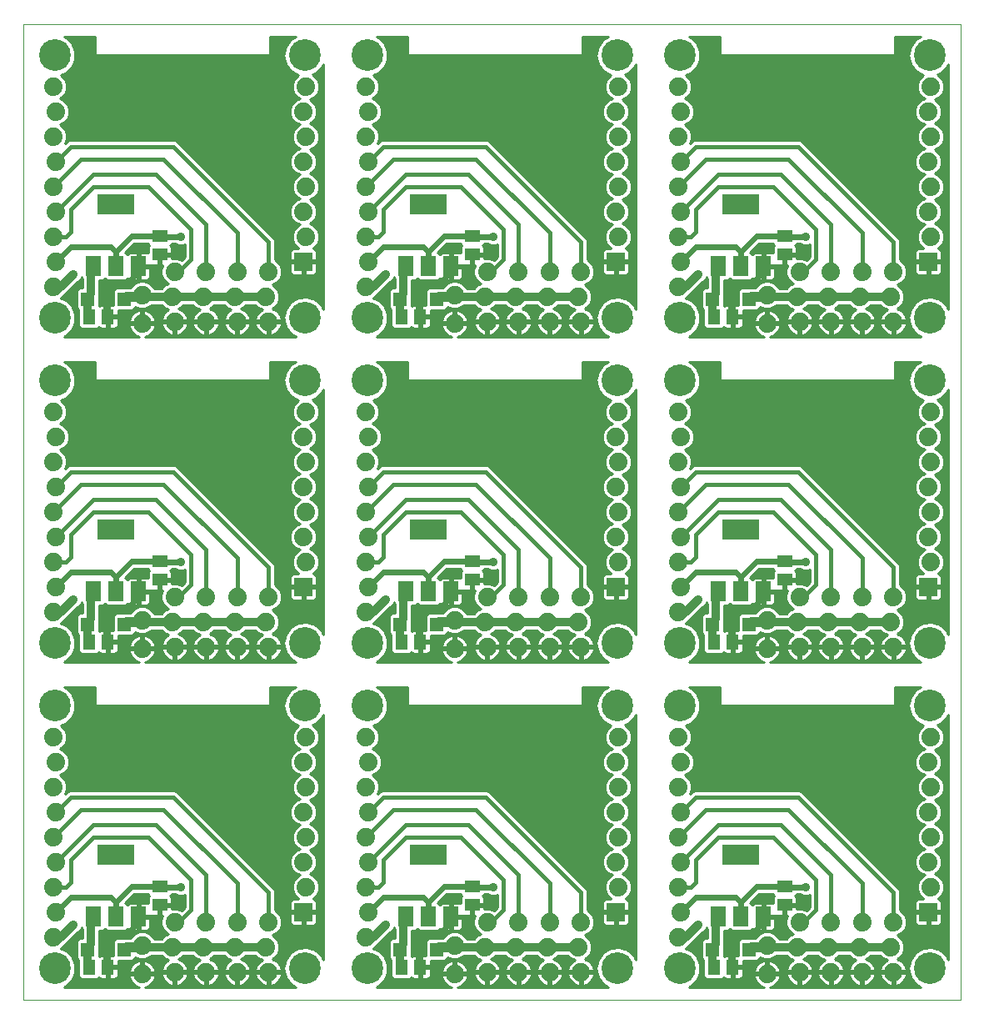
<source format=gbl>
G75*
%MOIN*%
%OFA0B0*%
%FSLAX25Y25*%
%IPPOS*%
%LPD*%
%AMOC8*
5,1,8,0,0,1.08239X$1,22.5*
%
%ADD10C,0.00000*%
%ADD11R,0.05118X0.05906*%
%ADD12R,0.05906X0.05118*%
%ADD13R,0.05512X0.05512*%
%ADD14R,0.07400X0.07400*%
%ADD15C,0.07400*%
%ADD16R,0.05906X0.07874*%
%ADD17R,0.14961X0.07874*%
%ADD18C,0.12661*%
%ADD19C,0.01000*%
%ADD20C,0.02400*%
%ADD21C,0.01600*%
%ADD22C,0.03562*%
%ADD23C,0.03200*%
%ADD24C,0.04000*%
D10*
X0001000Y0001287D02*
X0376000Y0001287D01*
X0376000Y0391287D01*
X0001000Y0391287D01*
X0001000Y0001287D01*
D11*
X0027260Y0014287D03*
X0034740Y0014287D03*
X0152260Y0014287D03*
X0159740Y0014287D03*
X0277260Y0014287D03*
X0284740Y0014287D03*
X0284740Y0144287D03*
X0277260Y0144287D03*
X0159740Y0144287D03*
X0152260Y0144287D03*
X0034740Y0144287D03*
X0027260Y0144287D03*
X0027260Y0274287D03*
X0034740Y0274287D03*
X0152260Y0274287D03*
X0159740Y0274287D03*
X0277260Y0274287D03*
X0284740Y0274287D03*
D12*
X0305500Y0299047D03*
X0305500Y0306528D03*
X0180500Y0306528D03*
X0180500Y0299047D03*
X0180500Y0176528D03*
X0180500Y0169047D03*
X0180500Y0046528D03*
X0180500Y0039047D03*
X0055500Y0039047D03*
X0055500Y0046528D03*
X0055500Y0169047D03*
X0055500Y0176528D03*
X0055500Y0299047D03*
X0055500Y0306528D03*
X0305500Y0176528D03*
X0305500Y0169047D03*
X0305500Y0046528D03*
X0305500Y0039047D03*
D13*
X0291283Y0021287D03*
X0276717Y0021287D03*
X0166283Y0021287D03*
X0151717Y0021287D03*
X0041283Y0021287D03*
X0026717Y0021287D03*
X0026717Y0151287D03*
X0041283Y0151287D03*
X0151717Y0151287D03*
X0166283Y0151287D03*
X0276717Y0151287D03*
X0291283Y0151287D03*
X0291283Y0281287D03*
X0276717Y0281287D03*
X0166283Y0281287D03*
X0151717Y0281287D03*
X0041283Y0281287D03*
X0026717Y0281287D03*
D14*
X0113000Y0296287D03*
X0113000Y0166287D03*
X0113000Y0036287D03*
X0238000Y0036287D03*
X0363000Y0036287D03*
X0363000Y0166287D03*
X0238000Y0166287D03*
X0238000Y0296287D03*
X0363000Y0296287D03*
D15*
X0364000Y0306287D03*
X0363000Y0316287D03*
X0364000Y0326287D03*
X0363000Y0336287D03*
X0364000Y0346287D03*
X0363000Y0356287D03*
X0364000Y0366287D03*
X0349000Y0292287D03*
X0348000Y0282287D03*
X0349000Y0272287D03*
X0336500Y0272287D03*
X0335500Y0282287D03*
X0336500Y0292287D03*
X0324000Y0292287D03*
X0323000Y0282287D03*
X0324000Y0272287D03*
X0311500Y0272287D03*
X0310500Y0282287D03*
X0311500Y0292287D03*
X0298500Y0282987D03*
X0298500Y0271587D03*
X0264000Y0296287D03*
X0263000Y0286287D03*
X0263000Y0306287D03*
X0264000Y0316287D03*
X0263000Y0326287D03*
X0264000Y0336287D03*
X0263000Y0346287D03*
X0264000Y0356287D03*
X0263000Y0366287D03*
X0239000Y0366287D03*
X0238000Y0356287D03*
X0239000Y0346287D03*
X0238000Y0336287D03*
X0239000Y0326287D03*
X0238000Y0316287D03*
X0239000Y0306287D03*
X0224000Y0292287D03*
X0223000Y0282287D03*
X0224000Y0272287D03*
X0211500Y0272287D03*
X0210500Y0282287D03*
X0211500Y0292287D03*
X0199000Y0292287D03*
X0198000Y0282287D03*
X0199000Y0272287D03*
X0186500Y0272287D03*
X0185500Y0282287D03*
X0186500Y0292287D03*
X0173500Y0282987D03*
X0173500Y0271587D03*
X0138000Y0286287D03*
X0139000Y0296287D03*
X0138000Y0306287D03*
X0139000Y0316287D03*
X0138000Y0326287D03*
X0139000Y0336287D03*
X0138000Y0346287D03*
X0139000Y0356287D03*
X0138000Y0366287D03*
X0114000Y0366287D03*
X0113000Y0356287D03*
X0114000Y0346287D03*
X0113000Y0336287D03*
X0114000Y0326287D03*
X0113000Y0316287D03*
X0114000Y0306287D03*
X0099000Y0292287D03*
X0098000Y0282287D03*
X0099000Y0272287D03*
X0086500Y0272287D03*
X0085500Y0282287D03*
X0086500Y0292287D03*
X0074000Y0292287D03*
X0073000Y0282287D03*
X0074000Y0272287D03*
X0061500Y0272287D03*
X0060500Y0282287D03*
X0061500Y0292287D03*
X0048500Y0282987D03*
X0048500Y0271587D03*
X0013000Y0286287D03*
X0014000Y0296287D03*
X0013000Y0306287D03*
X0014000Y0316287D03*
X0013000Y0326287D03*
X0014000Y0336287D03*
X0013000Y0346287D03*
X0014000Y0356287D03*
X0013000Y0366287D03*
X0013000Y0236287D03*
X0014000Y0226287D03*
X0013000Y0216287D03*
X0014000Y0206287D03*
X0013000Y0196287D03*
X0014000Y0186287D03*
X0013000Y0176287D03*
X0014000Y0166287D03*
X0013000Y0156287D03*
X0048500Y0152987D03*
X0048500Y0141587D03*
X0061500Y0142287D03*
X0060500Y0152287D03*
X0061500Y0162287D03*
X0074000Y0162287D03*
X0073000Y0152287D03*
X0074000Y0142287D03*
X0086500Y0142287D03*
X0085500Y0152287D03*
X0086500Y0162287D03*
X0098000Y0152287D03*
X0099000Y0142287D03*
X0099000Y0162287D03*
X0114000Y0176287D03*
X0113000Y0186287D03*
X0114000Y0196287D03*
X0113000Y0206287D03*
X0114000Y0216287D03*
X0113000Y0226287D03*
X0114000Y0236287D03*
X0138000Y0236287D03*
X0139000Y0226287D03*
X0138000Y0216287D03*
X0139000Y0206287D03*
X0138000Y0196287D03*
X0139000Y0186287D03*
X0138000Y0176287D03*
X0139000Y0166287D03*
X0138000Y0156287D03*
X0173500Y0152987D03*
X0173500Y0141587D03*
X0186500Y0142287D03*
X0185500Y0152287D03*
X0186500Y0162287D03*
X0199000Y0162287D03*
X0198000Y0152287D03*
X0199000Y0142287D03*
X0210500Y0152287D03*
X0211500Y0142287D03*
X0224000Y0142287D03*
X0223000Y0152287D03*
X0224000Y0162287D03*
X0211500Y0162287D03*
X0239000Y0176287D03*
X0238000Y0186287D03*
X0239000Y0196287D03*
X0238000Y0206287D03*
X0239000Y0216287D03*
X0238000Y0226287D03*
X0239000Y0236287D03*
X0263000Y0236287D03*
X0264000Y0226287D03*
X0263000Y0216287D03*
X0264000Y0206287D03*
X0263000Y0196287D03*
X0264000Y0186287D03*
X0263000Y0176287D03*
X0264000Y0166287D03*
X0263000Y0156287D03*
X0298500Y0152987D03*
X0298500Y0141587D03*
X0311500Y0142287D03*
X0310500Y0152287D03*
X0311500Y0162287D03*
X0324000Y0162287D03*
X0323000Y0152287D03*
X0324000Y0142287D03*
X0335500Y0152287D03*
X0336500Y0142287D03*
X0349000Y0142287D03*
X0348000Y0152287D03*
X0349000Y0162287D03*
X0336500Y0162287D03*
X0364000Y0176287D03*
X0363000Y0186287D03*
X0364000Y0196287D03*
X0363000Y0206287D03*
X0364000Y0216287D03*
X0363000Y0226287D03*
X0364000Y0236287D03*
X0364000Y0106287D03*
X0363000Y0096287D03*
X0364000Y0086287D03*
X0363000Y0076287D03*
X0364000Y0066287D03*
X0363000Y0056287D03*
X0364000Y0046287D03*
X0349000Y0032287D03*
X0348000Y0022287D03*
X0349000Y0012287D03*
X0336500Y0012287D03*
X0335500Y0022287D03*
X0336500Y0032287D03*
X0324000Y0032287D03*
X0323000Y0022287D03*
X0324000Y0012287D03*
X0311500Y0012287D03*
X0310500Y0022287D03*
X0311500Y0032287D03*
X0298500Y0022987D03*
X0298500Y0011587D03*
X0264000Y0036287D03*
X0263000Y0046287D03*
X0264000Y0056287D03*
X0263000Y0066287D03*
X0264000Y0076287D03*
X0263000Y0086287D03*
X0264000Y0096287D03*
X0263000Y0106287D03*
X0239000Y0106287D03*
X0238000Y0096287D03*
X0239000Y0086287D03*
X0238000Y0076287D03*
X0239000Y0066287D03*
X0238000Y0056287D03*
X0239000Y0046287D03*
X0224000Y0032287D03*
X0223000Y0022287D03*
X0224000Y0012287D03*
X0211500Y0012287D03*
X0210500Y0022287D03*
X0211500Y0032287D03*
X0199000Y0032287D03*
X0198000Y0022287D03*
X0199000Y0012287D03*
X0186500Y0012287D03*
X0185500Y0022287D03*
X0186500Y0032287D03*
X0173500Y0022987D03*
X0173500Y0011587D03*
X0138000Y0026287D03*
X0139000Y0036287D03*
X0138000Y0046287D03*
X0139000Y0056287D03*
X0138000Y0066287D03*
X0139000Y0076287D03*
X0138000Y0086287D03*
X0139000Y0096287D03*
X0138000Y0106287D03*
X0114000Y0106287D03*
X0113000Y0096287D03*
X0114000Y0086287D03*
X0113000Y0076287D03*
X0114000Y0066287D03*
X0113000Y0056287D03*
X0114000Y0046287D03*
X0099000Y0032287D03*
X0098000Y0022287D03*
X0099000Y0012287D03*
X0086500Y0012287D03*
X0085500Y0022287D03*
X0086500Y0032287D03*
X0074000Y0032287D03*
X0073000Y0022287D03*
X0074000Y0012287D03*
X0061500Y0012287D03*
X0060500Y0022287D03*
X0061500Y0032287D03*
X0048500Y0022987D03*
X0048500Y0011587D03*
X0013000Y0026287D03*
X0014000Y0036287D03*
X0013000Y0046287D03*
X0014000Y0056287D03*
X0013000Y0066287D03*
X0014000Y0076287D03*
X0013000Y0086287D03*
X0014000Y0096287D03*
X0013000Y0106287D03*
X0263000Y0026287D03*
D16*
X0278945Y0034386D03*
X0288000Y0034386D03*
X0297055Y0034386D03*
X0172055Y0034386D03*
X0163000Y0034386D03*
X0153945Y0034386D03*
X0047055Y0034386D03*
X0038000Y0034386D03*
X0028945Y0034386D03*
X0028945Y0164386D03*
X0038000Y0164386D03*
X0047055Y0164386D03*
X0153945Y0164386D03*
X0163000Y0164386D03*
X0172055Y0164386D03*
X0278945Y0164386D03*
X0288000Y0164386D03*
X0297055Y0164386D03*
X0297055Y0294386D03*
X0288000Y0294386D03*
X0278945Y0294386D03*
X0172055Y0294386D03*
X0163000Y0294386D03*
X0153945Y0294386D03*
X0047055Y0294386D03*
X0038000Y0294386D03*
X0028945Y0294386D03*
D17*
X0038000Y0319189D03*
X0163000Y0319189D03*
X0288000Y0319189D03*
X0288000Y0189189D03*
X0163000Y0189189D03*
X0038000Y0189189D03*
X0038000Y0059189D03*
X0163000Y0059189D03*
X0288000Y0059189D03*
D18*
X0263500Y0013787D03*
X0238500Y0013787D03*
X0138500Y0013787D03*
X0113500Y0013787D03*
X0013500Y0013787D03*
X0013500Y0118787D03*
X0013500Y0143787D03*
X0113500Y0143787D03*
X0113500Y0118787D03*
X0138500Y0118787D03*
X0138500Y0143787D03*
X0238500Y0143787D03*
X0238500Y0118787D03*
X0263500Y0118787D03*
X0263500Y0143787D03*
X0363500Y0143787D03*
X0363500Y0118787D03*
X0363500Y0013787D03*
X0363500Y0248787D03*
X0363500Y0273787D03*
X0263500Y0273787D03*
X0263500Y0248787D03*
X0238500Y0248787D03*
X0238500Y0273787D03*
X0138500Y0273787D03*
X0138500Y0248787D03*
X0113500Y0248787D03*
X0113500Y0273787D03*
X0013500Y0273787D03*
X0013500Y0248787D03*
X0013500Y0378787D03*
X0113500Y0378787D03*
X0138500Y0378787D03*
X0238500Y0378787D03*
X0263500Y0378787D03*
X0363500Y0378787D03*
D19*
X0371000Y0375343D02*
X0371000Y0277232D01*
X0370326Y0278747D01*
X0367718Y0281094D01*
X0364382Y0282178D01*
X0360893Y0281811D01*
X0357855Y0280057D01*
X0355792Y0277219D01*
X0355063Y0273787D01*
X0355792Y0270356D01*
X0357855Y0267517D01*
X0359985Y0266287D01*
X0299556Y0266287D01*
X0299765Y0266320D01*
X0300573Y0266583D01*
X0301330Y0266969D01*
X0302018Y0267469D01*
X0302619Y0268070D01*
X0303118Y0268757D01*
X0303504Y0269515D01*
X0303767Y0270323D01*
X0303888Y0271087D01*
X0299000Y0271087D01*
X0299000Y0272087D01*
X0303888Y0272087D01*
X0303767Y0272852D01*
X0303504Y0273660D01*
X0303118Y0274418D01*
X0302619Y0275105D01*
X0302018Y0275706D01*
X0301330Y0276206D01*
X0300573Y0276592D01*
X0299765Y0276854D01*
X0299000Y0276976D01*
X0299000Y0272087D01*
X0298000Y0272087D01*
X0298000Y0271087D01*
X0293112Y0271087D01*
X0293233Y0270323D01*
X0293496Y0269515D01*
X0293882Y0268757D01*
X0294381Y0268070D01*
X0294982Y0267469D01*
X0295670Y0266969D01*
X0296427Y0266583D01*
X0297235Y0266320D01*
X0297444Y0266287D01*
X0267123Y0266287D01*
X0267719Y0266481D01*
X0270326Y0268828D01*
X0271753Y0272033D01*
X0271753Y0275542D01*
X0270326Y0278747D01*
X0267718Y0281094D01*
X0265956Y0281667D01*
X0266059Y0281709D01*
X0267578Y0283229D01*
X0267648Y0283398D01*
X0267869Y0283490D01*
X0272535Y0288155D01*
X0272972Y0288336D01*
X0273951Y0289316D01*
X0274292Y0290139D01*
X0274292Y0289745D01*
X0274700Y0289337D01*
X0274700Y0285743D01*
X0273256Y0285743D01*
X0272261Y0284747D01*
X0272261Y0277827D01*
X0273001Y0277087D01*
X0273001Y0270630D01*
X0273997Y0269635D01*
X0280523Y0269635D01*
X0281000Y0270112D01*
X0281137Y0269974D01*
X0281525Y0269750D01*
X0281957Y0269635D01*
X0284240Y0269635D01*
X0284240Y0273787D01*
X0285240Y0273787D01*
X0285240Y0269635D01*
X0287523Y0269635D01*
X0287955Y0269750D01*
X0288343Y0269974D01*
X0288660Y0270291D01*
X0288883Y0270678D01*
X0288999Y0271111D01*
X0288999Y0273787D01*
X0285240Y0273787D01*
X0285240Y0274787D01*
X0288999Y0274787D01*
X0288999Y0276831D01*
X0294744Y0276831D01*
X0295739Y0277827D01*
X0295739Y0278286D01*
X0297426Y0277587D01*
X0299574Y0277587D01*
X0301559Y0278409D01*
X0302137Y0278987D01*
X0306163Y0278987D01*
X0307441Y0277709D01*
X0308989Y0277068D01*
X0308670Y0276906D01*
X0307982Y0276406D01*
X0307381Y0275805D01*
X0306882Y0275118D01*
X0306496Y0274360D01*
X0306233Y0273552D01*
X0306112Y0272787D01*
X0311000Y0272787D01*
X0311000Y0271787D01*
X0312000Y0271787D01*
X0312000Y0266899D01*
X0312765Y0267020D01*
X0313573Y0267283D01*
X0314330Y0267669D01*
X0315018Y0268169D01*
X0315619Y0268770D01*
X0316118Y0269457D01*
X0316504Y0270215D01*
X0316767Y0271023D01*
X0316888Y0271787D01*
X0312000Y0271787D01*
X0312000Y0272787D01*
X0316888Y0272787D01*
X0316767Y0273552D01*
X0316504Y0274360D01*
X0316118Y0275118D01*
X0315619Y0275805D01*
X0315018Y0276406D01*
X0314330Y0276906D01*
X0313573Y0277292D01*
X0313000Y0277478D01*
X0313559Y0277709D01*
X0314837Y0278987D01*
X0318663Y0278987D01*
X0319941Y0277709D01*
X0321489Y0277068D01*
X0321170Y0276906D01*
X0320482Y0276406D01*
X0319881Y0275805D01*
X0319382Y0275118D01*
X0318996Y0274360D01*
X0318733Y0273552D01*
X0318612Y0272787D01*
X0323500Y0272787D01*
X0323500Y0271787D01*
X0324500Y0271787D01*
X0324500Y0266899D01*
X0325265Y0267020D01*
X0326073Y0267283D01*
X0326830Y0267669D01*
X0327518Y0268169D01*
X0328119Y0268770D01*
X0328618Y0269457D01*
X0329004Y0270215D01*
X0329267Y0271023D01*
X0329388Y0271787D01*
X0324500Y0271787D01*
X0324500Y0272787D01*
X0329388Y0272787D01*
X0329267Y0273552D01*
X0329004Y0274360D01*
X0328618Y0275118D01*
X0328119Y0275805D01*
X0327518Y0276406D01*
X0326830Y0276906D01*
X0326073Y0277292D01*
X0325500Y0277478D01*
X0326059Y0277709D01*
X0327337Y0278987D01*
X0331163Y0278987D01*
X0332441Y0277709D01*
X0333989Y0277068D01*
X0333670Y0276906D01*
X0332982Y0276406D01*
X0332381Y0275805D01*
X0331882Y0275118D01*
X0331496Y0274360D01*
X0331233Y0273552D01*
X0331112Y0272787D01*
X0336000Y0272787D01*
X0336000Y0271787D01*
X0337000Y0271787D01*
X0337000Y0266899D01*
X0337765Y0267020D01*
X0338573Y0267283D01*
X0339330Y0267669D01*
X0340018Y0268169D01*
X0340619Y0268770D01*
X0341118Y0269457D01*
X0341504Y0270215D01*
X0341767Y0271023D01*
X0341888Y0271787D01*
X0337000Y0271787D01*
X0337000Y0272787D01*
X0341888Y0272787D01*
X0341767Y0273552D01*
X0341504Y0274360D01*
X0341118Y0275118D01*
X0340619Y0275805D01*
X0340018Y0276406D01*
X0339330Y0276906D01*
X0338573Y0277292D01*
X0338000Y0277478D01*
X0338559Y0277709D01*
X0339837Y0278987D01*
X0343663Y0278987D01*
X0344941Y0277709D01*
X0346489Y0277068D01*
X0346170Y0276906D01*
X0345482Y0276406D01*
X0344881Y0275805D01*
X0344382Y0275118D01*
X0343996Y0274360D01*
X0343733Y0273552D01*
X0343612Y0272787D01*
X0348500Y0272787D01*
X0348500Y0271787D01*
X0349500Y0271787D01*
X0349500Y0266899D01*
X0350265Y0267020D01*
X0351073Y0267283D01*
X0351830Y0267669D01*
X0352518Y0268169D01*
X0353119Y0268770D01*
X0353618Y0269457D01*
X0354004Y0270215D01*
X0354267Y0271023D01*
X0354388Y0271787D01*
X0349500Y0271787D01*
X0349500Y0272787D01*
X0354388Y0272787D01*
X0354267Y0273552D01*
X0354004Y0274360D01*
X0353618Y0275118D01*
X0353119Y0275805D01*
X0352518Y0276406D01*
X0351830Y0276906D01*
X0351073Y0277292D01*
X0350500Y0277478D01*
X0351059Y0277709D01*
X0352578Y0279229D01*
X0353400Y0281213D01*
X0353400Y0283362D01*
X0352578Y0285346D01*
X0351059Y0286865D01*
X0350540Y0287080D01*
X0352059Y0287709D01*
X0353578Y0289229D01*
X0354400Y0291213D01*
X0354400Y0293362D01*
X0353578Y0295346D01*
X0352059Y0296865D01*
X0351500Y0297097D01*
X0351500Y0304785D01*
X0351119Y0305704D01*
X0312416Y0344407D01*
X0311497Y0344787D01*
X0310503Y0344787D01*
X0270497Y0344787D01*
X0269503Y0344787D01*
X0268584Y0344407D01*
X0267700Y0343523D01*
X0268400Y0345213D01*
X0268400Y0347362D01*
X0267578Y0349346D01*
X0266059Y0350865D01*
X0265540Y0351080D01*
X0267059Y0351709D01*
X0268578Y0353229D01*
X0269400Y0355213D01*
X0269400Y0357362D01*
X0268578Y0359346D01*
X0267059Y0360865D01*
X0265540Y0361495D01*
X0266059Y0361709D01*
X0267578Y0363229D01*
X0268400Y0365213D01*
X0268400Y0367362D01*
X0267578Y0369346D01*
X0266059Y0370865D01*
X0265956Y0370908D01*
X0267719Y0371481D01*
X0270326Y0373828D01*
X0271753Y0377033D01*
X0271753Y0380542D01*
X0270326Y0383747D01*
X0267718Y0386094D01*
X0267123Y0386287D01*
X0279500Y0386287D01*
X0279500Y0379080D01*
X0279793Y0378787D01*
X0349207Y0378787D01*
X0349500Y0379080D01*
X0349500Y0386287D01*
X0359985Y0386287D01*
X0357855Y0385057D01*
X0355792Y0382219D01*
X0355063Y0378787D01*
X0355792Y0375356D01*
X0357855Y0372517D01*
X0360859Y0370783D01*
X0359422Y0369346D01*
X0358600Y0367362D01*
X0358600Y0365213D01*
X0359422Y0363229D01*
X0360941Y0361709D01*
X0361460Y0361495D01*
X0359941Y0360865D01*
X0358422Y0359346D01*
X0357600Y0357362D01*
X0357600Y0355213D01*
X0358422Y0353229D01*
X0359941Y0351709D01*
X0361460Y0351080D01*
X0360941Y0350865D01*
X0359422Y0349346D01*
X0358600Y0347362D01*
X0358600Y0345213D01*
X0359422Y0343229D01*
X0360941Y0341709D01*
X0361460Y0341495D01*
X0359941Y0340865D01*
X0358422Y0339346D01*
X0357600Y0337362D01*
X0357600Y0335213D01*
X0358422Y0333229D01*
X0359941Y0331709D01*
X0361460Y0331080D01*
X0360941Y0330865D01*
X0359422Y0329346D01*
X0358600Y0327362D01*
X0358600Y0325213D01*
X0359422Y0323229D01*
X0360941Y0321709D01*
X0361460Y0321495D01*
X0359941Y0320865D01*
X0358422Y0319346D01*
X0357600Y0317362D01*
X0357600Y0315213D01*
X0358422Y0313229D01*
X0359941Y0311709D01*
X0361460Y0311080D01*
X0360941Y0310865D01*
X0359422Y0309346D01*
X0358600Y0307362D01*
X0358600Y0305213D01*
X0359422Y0303229D01*
X0360941Y0301709D01*
X0360995Y0301687D01*
X0359076Y0301687D01*
X0358644Y0301572D01*
X0358256Y0301348D01*
X0357940Y0301031D01*
X0357716Y0300644D01*
X0357600Y0300211D01*
X0357600Y0296787D01*
X0362500Y0296787D01*
X0362500Y0295787D01*
X0363500Y0295787D01*
X0363500Y0290887D01*
X0366924Y0290887D01*
X0367356Y0291003D01*
X0367744Y0291227D01*
X0368060Y0291544D01*
X0368284Y0291931D01*
X0368400Y0292364D01*
X0368400Y0295787D01*
X0363500Y0295787D01*
X0363500Y0296787D01*
X0368400Y0296787D01*
X0368400Y0300211D01*
X0368284Y0300644D01*
X0368060Y0301031D01*
X0367744Y0301348D01*
X0367356Y0301572D01*
X0366973Y0301674D01*
X0367059Y0301709D01*
X0368578Y0303229D01*
X0369400Y0305213D01*
X0369400Y0307362D01*
X0368578Y0309346D01*
X0367059Y0310865D01*
X0365540Y0311495D01*
X0366059Y0311709D01*
X0367578Y0313229D01*
X0368400Y0315213D01*
X0368400Y0317362D01*
X0367578Y0319346D01*
X0366059Y0320865D01*
X0365540Y0321080D01*
X0367059Y0321709D01*
X0368578Y0323229D01*
X0369400Y0325213D01*
X0369400Y0327362D01*
X0368578Y0329346D01*
X0367059Y0330865D01*
X0365540Y0331495D01*
X0366059Y0331709D01*
X0367578Y0333229D01*
X0368400Y0335213D01*
X0368400Y0337362D01*
X0367578Y0339346D01*
X0366059Y0340865D01*
X0365540Y0341080D01*
X0367059Y0341709D01*
X0368578Y0343229D01*
X0369400Y0345213D01*
X0369400Y0347362D01*
X0368578Y0349346D01*
X0367059Y0350865D01*
X0365540Y0351495D01*
X0366059Y0351709D01*
X0367578Y0353229D01*
X0368400Y0355213D01*
X0368400Y0357362D01*
X0367578Y0359346D01*
X0366059Y0360865D01*
X0365540Y0361080D01*
X0367059Y0361709D01*
X0368578Y0363229D01*
X0369400Y0365213D01*
X0369400Y0367362D01*
X0368578Y0369346D01*
X0367059Y0370865D01*
X0366516Y0371090D01*
X0367719Y0371481D01*
X0370326Y0373828D01*
X0371000Y0375343D01*
X0371000Y0375234D02*
X0370951Y0375234D01*
X0371000Y0374235D02*
X0370507Y0374235D01*
X0371000Y0373237D02*
X0369669Y0373237D01*
X0368560Y0372238D02*
X0371000Y0372238D01*
X0371000Y0371240D02*
X0366976Y0371240D01*
X0367683Y0370241D02*
X0371000Y0370241D01*
X0371000Y0369243D02*
X0368621Y0369243D01*
X0369034Y0368244D02*
X0371000Y0368244D01*
X0371000Y0367246D02*
X0369400Y0367246D01*
X0369400Y0366247D02*
X0371000Y0366247D01*
X0371000Y0365248D02*
X0369400Y0365248D01*
X0369001Y0364250D02*
X0371000Y0364250D01*
X0371000Y0363251D02*
X0368587Y0363251D01*
X0367602Y0362253D02*
X0371000Y0362253D01*
X0371000Y0361254D02*
X0365960Y0361254D01*
X0366668Y0360256D02*
X0371000Y0360256D01*
X0371000Y0359257D02*
X0367615Y0359257D01*
X0368028Y0358259D02*
X0371000Y0358259D01*
X0371000Y0357260D02*
X0368400Y0357260D01*
X0368400Y0356262D02*
X0371000Y0356262D01*
X0371000Y0355263D02*
X0368400Y0355263D01*
X0368007Y0354265D02*
X0371000Y0354265D01*
X0371000Y0353266D02*
X0367594Y0353266D01*
X0366617Y0352268D02*
X0371000Y0352268D01*
X0371000Y0351269D02*
X0366083Y0351269D01*
X0367653Y0350271D02*
X0371000Y0350271D01*
X0371000Y0349272D02*
X0368609Y0349272D01*
X0369022Y0348274D02*
X0371000Y0348274D01*
X0371000Y0347275D02*
X0369400Y0347275D01*
X0369400Y0346277D02*
X0371000Y0346277D01*
X0371000Y0345278D02*
X0369400Y0345278D01*
X0369013Y0344280D02*
X0371000Y0344280D01*
X0371000Y0343281D02*
X0368600Y0343281D01*
X0367632Y0342283D02*
X0371000Y0342283D01*
X0371000Y0341284D02*
X0366032Y0341284D01*
X0366638Y0340286D02*
X0371000Y0340286D01*
X0371000Y0339287D02*
X0367602Y0339287D01*
X0368016Y0338289D02*
X0371000Y0338289D01*
X0371000Y0337290D02*
X0368400Y0337290D01*
X0368400Y0336292D02*
X0371000Y0336292D01*
X0371000Y0335293D02*
X0368400Y0335293D01*
X0368019Y0334295D02*
X0371000Y0334295D01*
X0371000Y0333296D02*
X0367606Y0333296D01*
X0366647Y0332298D02*
X0371000Y0332298D01*
X0371000Y0331299D02*
X0366012Y0331299D01*
X0367624Y0330301D02*
X0371000Y0330301D01*
X0371000Y0329302D02*
X0368596Y0329302D01*
X0369010Y0328304D02*
X0371000Y0328304D01*
X0371000Y0327305D02*
X0369400Y0327305D01*
X0369400Y0326307D02*
X0371000Y0326307D01*
X0371000Y0325308D02*
X0369400Y0325308D01*
X0369026Y0324310D02*
X0371000Y0324310D01*
X0371000Y0323311D02*
X0368612Y0323311D01*
X0367662Y0322313D02*
X0371000Y0322313D01*
X0371000Y0321314D02*
X0366104Y0321314D01*
X0366609Y0320315D02*
X0371000Y0320315D01*
X0371000Y0319317D02*
X0367590Y0319317D01*
X0368004Y0318318D02*
X0371000Y0318318D01*
X0371000Y0317320D02*
X0368400Y0317320D01*
X0368400Y0316321D02*
X0371000Y0316321D01*
X0371000Y0315323D02*
X0368400Y0315323D01*
X0368032Y0314324D02*
X0371000Y0314324D01*
X0371000Y0313326D02*
X0367618Y0313326D01*
X0366677Y0312327D02*
X0371000Y0312327D01*
X0371000Y0311329D02*
X0365940Y0311329D01*
X0367594Y0310330D02*
X0371000Y0310330D01*
X0371000Y0309332D02*
X0368584Y0309332D01*
X0368997Y0308333D02*
X0371000Y0308333D01*
X0371000Y0307335D02*
X0369400Y0307335D01*
X0369400Y0306336D02*
X0371000Y0306336D01*
X0371000Y0305338D02*
X0369400Y0305338D01*
X0369038Y0304339D02*
X0371000Y0304339D01*
X0371000Y0303341D02*
X0368624Y0303341D01*
X0367692Y0302342D02*
X0371000Y0302342D01*
X0371000Y0301344D02*
X0367748Y0301344D01*
X0368364Y0300345D02*
X0371000Y0300345D01*
X0371000Y0299347D02*
X0368400Y0299347D01*
X0368400Y0298348D02*
X0371000Y0298348D01*
X0371000Y0297350D02*
X0368400Y0297350D01*
X0368400Y0295353D02*
X0371000Y0295353D01*
X0371000Y0296351D02*
X0363500Y0296351D01*
X0363500Y0295353D02*
X0362500Y0295353D01*
X0362500Y0295787D02*
X0362500Y0290887D01*
X0359076Y0290887D01*
X0358644Y0291003D01*
X0358256Y0291227D01*
X0357940Y0291544D01*
X0357716Y0291931D01*
X0357600Y0292364D01*
X0357600Y0295787D01*
X0362500Y0295787D01*
X0362500Y0296351D02*
X0352573Y0296351D01*
X0353571Y0295353D02*
X0357600Y0295353D01*
X0357600Y0294354D02*
X0353989Y0294354D01*
X0354400Y0293356D02*
X0357600Y0293356D01*
X0357602Y0292357D02*
X0354400Y0292357D01*
X0354400Y0291359D02*
X0358125Y0291359D01*
X0354047Y0290360D02*
X0371000Y0290360D01*
X0371000Y0289362D02*
X0353633Y0289362D01*
X0352712Y0288363D02*
X0371000Y0288363D01*
X0371000Y0287365D02*
X0351226Y0287365D01*
X0351558Y0286366D02*
X0371000Y0286366D01*
X0371000Y0285368D02*
X0352557Y0285368D01*
X0352983Y0284369D02*
X0371000Y0284369D01*
X0371000Y0283371D02*
X0353396Y0283371D01*
X0353400Y0282372D02*
X0371000Y0282372D01*
X0371000Y0281374D02*
X0366858Y0281374D01*
X0368517Y0280375D02*
X0371000Y0280375D01*
X0371000Y0279377D02*
X0369626Y0279377D01*
X0370490Y0278378D02*
X0371000Y0278378D01*
X0371000Y0277380D02*
X0370934Y0277380D01*
X0360134Y0281374D02*
X0353400Y0281374D01*
X0353053Y0280375D02*
X0358405Y0280375D01*
X0357360Y0279377D02*
X0352639Y0279377D01*
X0351727Y0278378D02*
X0356634Y0278378D01*
X0355909Y0277380D02*
X0350803Y0277380D01*
X0352543Y0276381D02*
X0355614Y0276381D01*
X0355402Y0275382D02*
X0353426Y0275382D01*
X0353992Y0274384D02*
X0355190Y0274384D01*
X0355148Y0273385D02*
X0354293Y0273385D01*
X0355361Y0272387D02*
X0349500Y0272387D01*
X0349500Y0271388D02*
X0348500Y0271388D01*
X0348500Y0271787D02*
X0348500Y0266899D01*
X0347735Y0267020D01*
X0346927Y0267283D01*
X0346170Y0267669D01*
X0345482Y0268169D01*
X0344881Y0268770D01*
X0344382Y0269457D01*
X0343996Y0270215D01*
X0343733Y0271023D01*
X0343612Y0271787D01*
X0348500Y0271787D01*
X0348500Y0272387D02*
X0337000Y0272387D01*
X0337000Y0271388D02*
X0336000Y0271388D01*
X0336000Y0271787D02*
X0336000Y0266899D01*
X0335235Y0267020D01*
X0334427Y0267283D01*
X0333670Y0267669D01*
X0332982Y0268169D01*
X0332381Y0268770D01*
X0331882Y0269457D01*
X0331496Y0270215D01*
X0331233Y0271023D01*
X0331112Y0271787D01*
X0336000Y0271787D01*
X0336000Y0272387D02*
X0324500Y0272387D01*
X0324500Y0271388D02*
X0323500Y0271388D01*
X0323500Y0271787D02*
X0323500Y0266899D01*
X0322735Y0267020D01*
X0321927Y0267283D01*
X0321170Y0267669D01*
X0320482Y0268169D01*
X0319881Y0268770D01*
X0319382Y0269457D01*
X0318996Y0270215D01*
X0318733Y0271023D01*
X0318612Y0271787D01*
X0323500Y0271787D01*
X0323500Y0272387D02*
X0312000Y0272387D01*
X0312000Y0271388D02*
X0311000Y0271388D01*
X0311000Y0271787D02*
X0311000Y0266899D01*
X0310235Y0267020D01*
X0309427Y0267283D01*
X0308670Y0267669D01*
X0307982Y0268169D01*
X0307381Y0268770D01*
X0306882Y0269457D01*
X0306496Y0270215D01*
X0306233Y0271023D01*
X0306112Y0271787D01*
X0311000Y0271787D01*
X0311000Y0272387D02*
X0303841Y0272387D01*
X0303594Y0273385D02*
X0306207Y0273385D01*
X0306508Y0274384D02*
X0303136Y0274384D01*
X0302342Y0275382D02*
X0307074Y0275382D01*
X0307957Y0276381D02*
X0300987Y0276381D01*
X0299000Y0276381D02*
X0298000Y0276381D01*
X0298000Y0276976D02*
X0297235Y0276854D01*
X0296427Y0276592D01*
X0295670Y0276206D01*
X0294982Y0275706D01*
X0294381Y0275105D01*
X0293882Y0274418D01*
X0293496Y0273660D01*
X0293233Y0272852D01*
X0293112Y0272087D01*
X0298000Y0272087D01*
X0298000Y0276976D01*
X0298000Y0275382D02*
X0299000Y0275382D01*
X0299000Y0274384D02*
X0298000Y0274384D01*
X0298000Y0273385D02*
X0299000Y0273385D01*
X0299000Y0272387D02*
X0298000Y0272387D01*
X0298000Y0271388D02*
X0288999Y0271388D01*
X0288999Y0272387D02*
X0293159Y0272387D01*
X0293406Y0273385D02*
X0288999Y0273385D01*
X0288999Y0275382D02*
X0294658Y0275382D01*
X0293864Y0274384D02*
X0285240Y0274384D01*
X0285240Y0274787D02*
X0284240Y0274787D01*
X0284240Y0278940D01*
X0281957Y0278940D01*
X0281525Y0278824D01*
X0281172Y0278621D01*
X0281172Y0282606D01*
X0281300Y0282914D01*
X0281300Y0288749D01*
X0282602Y0288749D01*
X0283472Y0289619D01*
X0284343Y0288749D01*
X0291657Y0288749D01*
X0292585Y0289677D01*
X0292742Y0289405D01*
X0293059Y0289088D01*
X0293446Y0288865D01*
X0293879Y0288749D01*
X0296555Y0288749D01*
X0296555Y0293886D01*
X0297555Y0293886D01*
X0297555Y0294886D01*
X0296555Y0294886D01*
X0296555Y0300023D01*
X0293879Y0300023D01*
X0293446Y0299907D01*
X0293059Y0299683D01*
X0292742Y0299367D01*
X0292585Y0299095D01*
X0291747Y0299933D01*
X0295441Y0303628D01*
X0300847Y0303628D01*
X0300847Y0303264D01*
X0301324Y0302787D01*
X0301187Y0302650D01*
X0300963Y0302262D01*
X0300847Y0301830D01*
X0300847Y0299801D01*
X0300664Y0299907D01*
X0300232Y0300023D01*
X0297555Y0300023D01*
X0297555Y0294886D01*
X0301708Y0294886D01*
X0301708Y0295010D01*
X0301891Y0294904D01*
X0302323Y0294788D01*
X0305000Y0294788D01*
X0305000Y0298547D01*
X0306000Y0298547D01*
X0306000Y0294788D01*
X0306691Y0294788D01*
X0306100Y0293362D01*
X0306100Y0291213D01*
X0306922Y0289229D01*
X0308441Y0287709D01*
X0308960Y0287495D01*
X0307441Y0286865D01*
X0306163Y0285587D01*
X0303268Y0285587D01*
X0303078Y0286046D01*
X0301559Y0287565D01*
X0299574Y0288387D01*
X0297426Y0288387D01*
X0295441Y0287565D01*
X0293922Y0286046D01*
X0293898Y0285987D01*
X0291547Y0285987D01*
X0290958Y0285743D01*
X0287823Y0285743D01*
X0286828Y0284747D01*
X0286828Y0278940D01*
X0285240Y0278940D01*
X0285240Y0274787D01*
X0285240Y0275382D02*
X0284240Y0275382D01*
X0284240Y0276381D02*
X0285240Y0276381D01*
X0285240Y0277380D02*
X0284240Y0277380D01*
X0284240Y0278378D02*
X0285240Y0278378D01*
X0286828Y0279377D02*
X0281172Y0279377D01*
X0281172Y0280375D02*
X0286828Y0280375D01*
X0286828Y0281374D02*
X0281172Y0281374D01*
X0281172Y0282372D02*
X0286828Y0282372D01*
X0286828Y0283371D02*
X0281300Y0283371D01*
X0281300Y0284369D02*
X0286828Y0284369D01*
X0287448Y0285368D02*
X0281300Y0285368D01*
X0281300Y0286366D02*
X0294242Y0286366D01*
X0295240Y0287365D02*
X0281300Y0287365D01*
X0281300Y0288363D02*
X0297367Y0288363D01*
X0297555Y0288749D02*
X0300232Y0288749D01*
X0300664Y0288865D01*
X0301052Y0289088D01*
X0301368Y0289405D01*
X0301592Y0289793D01*
X0301708Y0290225D01*
X0301708Y0293886D01*
X0297555Y0293886D01*
X0297555Y0288749D01*
X0297555Y0289362D02*
X0296555Y0289362D01*
X0296555Y0290360D02*
X0297555Y0290360D01*
X0297555Y0291359D02*
X0296555Y0291359D01*
X0296555Y0292357D02*
X0297555Y0292357D01*
X0297555Y0293356D02*
X0296555Y0293356D01*
X0297555Y0294354D02*
X0306511Y0294354D01*
X0306100Y0293356D02*
X0301708Y0293356D01*
X0301708Y0292357D02*
X0306100Y0292357D01*
X0306100Y0291359D02*
X0301708Y0291359D01*
X0301708Y0290360D02*
X0306453Y0290360D01*
X0306867Y0289362D02*
X0301325Y0289362D01*
X0299633Y0288363D02*
X0307788Y0288363D01*
X0308647Y0287365D02*
X0301760Y0287365D01*
X0302758Y0286366D02*
X0306942Y0286366D01*
X0306773Y0278378D02*
X0301483Y0278378D01*
X0296013Y0276381D02*
X0288999Y0276381D01*
X0285240Y0273385D02*
X0284240Y0273385D01*
X0284240Y0272387D02*
X0285240Y0272387D01*
X0285240Y0271388D02*
X0284240Y0271388D01*
X0284240Y0270390D02*
X0285240Y0270390D01*
X0288717Y0270390D02*
X0293222Y0270390D01*
X0293558Y0269391D02*
X0270576Y0269391D01*
X0271021Y0270390D02*
X0273241Y0270390D01*
X0273001Y0271388D02*
X0271466Y0271388D01*
X0271753Y0272387D02*
X0273001Y0272387D01*
X0273001Y0273385D02*
X0271753Y0273385D01*
X0271753Y0274384D02*
X0273001Y0274384D01*
X0273001Y0275382D02*
X0271753Y0275382D01*
X0271379Y0276381D02*
X0273001Y0276381D01*
X0272708Y0277380D02*
X0270934Y0277380D01*
X0270490Y0278378D02*
X0272261Y0278378D01*
X0272261Y0279377D02*
X0269626Y0279377D01*
X0268517Y0280375D02*
X0272261Y0280375D01*
X0272261Y0281374D02*
X0266858Y0281374D01*
X0266721Y0282372D02*
X0272261Y0282372D01*
X0272261Y0283371D02*
X0267637Y0283371D01*
X0268749Y0284369D02*
X0272261Y0284369D01*
X0272881Y0285368D02*
X0269747Y0285368D01*
X0270746Y0286366D02*
X0274700Y0286366D01*
X0274700Y0287365D02*
X0271744Y0287365D01*
X0272999Y0288363D02*
X0274700Y0288363D01*
X0274675Y0289362D02*
X0273970Y0289362D01*
X0283215Y0289362D02*
X0283730Y0289362D01*
X0292270Y0289362D02*
X0292785Y0289362D01*
X0296555Y0295353D02*
X0297555Y0295353D01*
X0297555Y0296351D02*
X0296555Y0296351D01*
X0296555Y0297350D02*
X0297555Y0297350D01*
X0297555Y0298348D02*
X0296555Y0298348D01*
X0296555Y0299347D02*
X0297555Y0299347D01*
X0300847Y0300345D02*
X0292159Y0300345D01*
X0292333Y0299347D02*
X0292731Y0299347D01*
X0293158Y0301344D02*
X0300847Y0301344D01*
X0301009Y0302342D02*
X0294156Y0302342D01*
X0295155Y0303341D02*
X0300847Y0303341D01*
X0305000Y0298348D02*
X0306000Y0298348D01*
X0306000Y0298547D02*
X0306000Y0299547D01*
X0310153Y0299547D01*
X0310153Y0301830D01*
X0310037Y0302262D01*
X0309813Y0302650D01*
X0309676Y0302787D01*
X0310153Y0303264D01*
X0310153Y0303387D01*
X0311977Y0303387D01*
X0312028Y0303336D01*
X0313308Y0302806D01*
X0314692Y0302806D01*
X0315500Y0303141D01*
X0315500Y0298323D01*
X0314194Y0297017D01*
X0312574Y0297687D01*
X0310426Y0297687D01*
X0310153Y0297574D01*
X0310153Y0298547D01*
X0306000Y0298547D01*
X0306000Y0299347D02*
X0315500Y0299347D01*
X0315500Y0300345D02*
X0310153Y0300345D01*
X0310153Y0301344D02*
X0315500Y0301344D01*
X0315500Y0302342D02*
X0309991Y0302342D01*
X0310153Y0303341D02*
X0312024Y0303341D01*
X0310153Y0298348D02*
X0315500Y0298348D01*
X0314527Y0297350D02*
X0313389Y0297350D01*
X0306000Y0297350D02*
X0305000Y0297350D01*
X0305000Y0296351D02*
X0306000Y0296351D01*
X0306000Y0295353D02*
X0305000Y0295353D01*
X0308238Y0277380D02*
X0295292Y0277380D01*
X0299000Y0271388D02*
X0306175Y0271388D01*
X0306439Y0270390D02*
X0303778Y0270390D01*
X0303442Y0269391D02*
X0306929Y0269391D01*
X0307758Y0268393D02*
X0302854Y0268393D01*
X0301916Y0267394D02*
X0309209Y0267394D01*
X0311000Y0267394D02*
X0312000Y0267394D01*
X0312000Y0268393D02*
X0311000Y0268393D01*
X0311000Y0269391D02*
X0312000Y0269391D01*
X0312000Y0270390D02*
X0311000Y0270390D01*
X0313791Y0267394D02*
X0321709Y0267394D01*
X0320258Y0268393D02*
X0315242Y0268393D01*
X0316071Y0269391D02*
X0319429Y0269391D01*
X0318939Y0270390D02*
X0316561Y0270390D01*
X0316825Y0271388D02*
X0318675Y0271388D01*
X0318707Y0273385D02*
X0316793Y0273385D01*
X0316492Y0274384D02*
X0319008Y0274384D01*
X0319574Y0275382D02*
X0315926Y0275382D01*
X0315043Y0276381D02*
X0320457Y0276381D01*
X0320738Y0277380D02*
X0313303Y0277380D01*
X0314227Y0278378D02*
X0319273Y0278378D01*
X0325803Y0277380D02*
X0333238Y0277380D01*
X0332957Y0276381D02*
X0327543Y0276381D01*
X0328426Y0275382D02*
X0332074Y0275382D01*
X0331508Y0274384D02*
X0328992Y0274384D01*
X0329293Y0273385D02*
X0331207Y0273385D01*
X0331175Y0271388D02*
X0329325Y0271388D01*
X0329061Y0270390D02*
X0331439Y0270390D01*
X0331929Y0269391D02*
X0328571Y0269391D01*
X0327742Y0268393D02*
X0332758Y0268393D01*
X0334209Y0267394D02*
X0326291Y0267394D01*
X0324500Y0267394D02*
X0323500Y0267394D01*
X0323500Y0268393D02*
X0324500Y0268393D01*
X0324500Y0269391D02*
X0323500Y0269391D01*
X0323500Y0270390D02*
X0324500Y0270390D01*
X0326727Y0278378D02*
X0331773Y0278378D01*
X0338303Y0277380D02*
X0345738Y0277380D01*
X0345457Y0276381D02*
X0340043Y0276381D01*
X0340926Y0275382D02*
X0344574Y0275382D01*
X0344008Y0274384D02*
X0341492Y0274384D01*
X0341793Y0273385D02*
X0343707Y0273385D01*
X0343675Y0271388D02*
X0341825Y0271388D01*
X0341561Y0270390D02*
X0343939Y0270390D01*
X0344429Y0269391D02*
X0341071Y0269391D01*
X0340242Y0268393D02*
X0345258Y0268393D01*
X0346709Y0267394D02*
X0338791Y0267394D01*
X0337000Y0267394D02*
X0336000Y0267394D01*
X0336000Y0268393D02*
X0337000Y0268393D01*
X0337000Y0269391D02*
X0336000Y0269391D01*
X0336000Y0270390D02*
X0337000Y0270390D01*
X0339227Y0278378D02*
X0344273Y0278378D01*
X0348500Y0270390D02*
X0349500Y0270390D01*
X0349500Y0269391D02*
X0348500Y0269391D01*
X0348500Y0268393D02*
X0349500Y0268393D01*
X0349500Y0267394D02*
X0348500Y0267394D01*
X0351291Y0267394D02*
X0358068Y0267394D01*
X0357219Y0268393D02*
X0352742Y0268393D01*
X0353571Y0269391D02*
X0356493Y0269391D01*
X0355785Y0270390D02*
X0354061Y0270390D01*
X0354325Y0271388D02*
X0355573Y0271388D01*
X0359797Y0266396D02*
X0299997Y0266396D01*
X0297003Y0266396D02*
X0267457Y0266396D01*
X0268733Y0267394D02*
X0295084Y0267394D01*
X0294146Y0268393D02*
X0269842Y0268393D01*
X0267123Y0256287D02*
X0279500Y0256287D01*
X0279500Y0249080D01*
X0279793Y0248787D01*
X0349207Y0248787D01*
X0349500Y0249080D01*
X0349500Y0256287D01*
X0359985Y0256287D01*
X0357855Y0255057D01*
X0355792Y0252219D01*
X0355063Y0248787D01*
X0355792Y0245356D01*
X0357855Y0242517D01*
X0360859Y0240783D01*
X0359422Y0239346D01*
X0358600Y0237362D01*
X0358600Y0235213D01*
X0359422Y0233229D01*
X0360941Y0231709D01*
X0361460Y0231495D01*
X0359941Y0230865D01*
X0358422Y0229346D01*
X0357600Y0227362D01*
X0357600Y0225213D01*
X0358422Y0223229D01*
X0359941Y0221709D01*
X0361460Y0221080D01*
X0360941Y0220865D01*
X0359422Y0219346D01*
X0358600Y0217362D01*
X0358600Y0215213D01*
X0359422Y0213229D01*
X0360941Y0211709D01*
X0361460Y0211495D01*
X0359941Y0210865D01*
X0358422Y0209346D01*
X0357600Y0207362D01*
X0357600Y0205213D01*
X0358422Y0203229D01*
X0359941Y0201709D01*
X0361460Y0201080D01*
X0360941Y0200865D01*
X0359422Y0199346D01*
X0358600Y0197362D01*
X0358600Y0195213D01*
X0359422Y0193229D01*
X0360941Y0191709D01*
X0361460Y0191495D01*
X0359941Y0190865D01*
X0358422Y0189346D01*
X0357600Y0187362D01*
X0357600Y0185213D01*
X0358422Y0183229D01*
X0359941Y0181709D01*
X0361460Y0181080D01*
X0360941Y0180865D01*
X0359422Y0179346D01*
X0358600Y0177362D01*
X0358600Y0175213D01*
X0359422Y0173229D01*
X0360941Y0171709D01*
X0360995Y0171687D01*
X0359076Y0171687D01*
X0358644Y0171572D01*
X0358256Y0171348D01*
X0357940Y0171031D01*
X0357716Y0170644D01*
X0357600Y0170211D01*
X0357600Y0166787D01*
X0362500Y0166787D01*
X0362500Y0165787D01*
X0363500Y0165787D01*
X0363500Y0160887D01*
X0366924Y0160887D01*
X0367356Y0161003D01*
X0367744Y0161227D01*
X0368060Y0161544D01*
X0368284Y0161931D01*
X0368400Y0162364D01*
X0368400Y0165787D01*
X0363500Y0165787D01*
X0363500Y0166787D01*
X0368400Y0166787D01*
X0368400Y0170211D01*
X0368284Y0170644D01*
X0368060Y0171031D01*
X0367744Y0171348D01*
X0367356Y0171572D01*
X0366973Y0171674D01*
X0367059Y0171709D01*
X0368578Y0173229D01*
X0369400Y0175213D01*
X0369400Y0177362D01*
X0368578Y0179346D01*
X0367059Y0180865D01*
X0365540Y0181495D01*
X0366059Y0181709D01*
X0367578Y0183229D01*
X0368400Y0185213D01*
X0368400Y0187362D01*
X0367578Y0189346D01*
X0366059Y0190865D01*
X0365540Y0191080D01*
X0367059Y0191709D01*
X0368578Y0193229D01*
X0369400Y0195213D01*
X0369400Y0197362D01*
X0368578Y0199346D01*
X0367059Y0200865D01*
X0365540Y0201495D01*
X0366059Y0201709D01*
X0367578Y0203229D01*
X0368400Y0205213D01*
X0368400Y0207362D01*
X0367578Y0209346D01*
X0366059Y0210865D01*
X0365540Y0211080D01*
X0367059Y0211709D01*
X0368578Y0213229D01*
X0369400Y0215213D01*
X0369400Y0217362D01*
X0368578Y0219346D01*
X0367059Y0220865D01*
X0365540Y0221495D01*
X0366059Y0221709D01*
X0367578Y0223229D01*
X0368400Y0225213D01*
X0368400Y0227362D01*
X0367578Y0229346D01*
X0366059Y0230865D01*
X0365540Y0231080D01*
X0367059Y0231709D01*
X0368578Y0233229D01*
X0369400Y0235213D01*
X0369400Y0237362D01*
X0368578Y0239346D01*
X0367059Y0240865D01*
X0366516Y0241090D01*
X0367719Y0241481D01*
X0370326Y0243828D01*
X0371000Y0245343D01*
X0371000Y0147232D01*
X0370326Y0148747D01*
X0367718Y0151094D01*
X0364382Y0152178D01*
X0360893Y0151811D01*
X0357855Y0150057D01*
X0355792Y0147219D01*
X0355063Y0143787D01*
X0355792Y0140356D01*
X0357855Y0137517D01*
X0359985Y0136287D01*
X0299556Y0136287D01*
X0299765Y0136320D01*
X0300573Y0136583D01*
X0301330Y0136969D01*
X0302018Y0137469D01*
X0302619Y0138070D01*
X0303118Y0138757D01*
X0303504Y0139515D01*
X0303767Y0140323D01*
X0303888Y0141087D01*
X0299000Y0141087D01*
X0299000Y0142087D01*
X0303888Y0142087D01*
X0303767Y0142852D01*
X0303504Y0143660D01*
X0303118Y0144418D01*
X0302619Y0145105D01*
X0302018Y0145706D01*
X0301330Y0146206D01*
X0300573Y0146592D01*
X0299765Y0146854D01*
X0299000Y0146976D01*
X0299000Y0142087D01*
X0298000Y0142087D01*
X0298000Y0141087D01*
X0293112Y0141087D01*
X0293233Y0140323D01*
X0293496Y0139515D01*
X0293882Y0138757D01*
X0294381Y0138070D01*
X0294982Y0137469D01*
X0295670Y0136969D01*
X0296427Y0136583D01*
X0297235Y0136320D01*
X0297444Y0136287D01*
X0267123Y0136287D01*
X0267719Y0136481D01*
X0270326Y0138828D01*
X0271753Y0142033D01*
X0271753Y0145542D01*
X0270326Y0148747D01*
X0267718Y0151094D01*
X0265956Y0151667D01*
X0266059Y0151709D01*
X0267578Y0153229D01*
X0267648Y0153398D01*
X0267869Y0153490D01*
X0272535Y0158155D01*
X0272972Y0158336D01*
X0273951Y0159316D01*
X0274292Y0160139D01*
X0274292Y0159745D01*
X0274700Y0159337D01*
X0274700Y0155743D01*
X0273256Y0155743D01*
X0272261Y0154747D01*
X0272261Y0147827D01*
X0273001Y0147087D01*
X0273001Y0140630D01*
X0273997Y0139635D01*
X0280523Y0139635D01*
X0281000Y0140112D01*
X0281137Y0139974D01*
X0281525Y0139750D01*
X0281957Y0139635D01*
X0284240Y0139635D01*
X0284240Y0143787D01*
X0285240Y0143787D01*
X0285240Y0139635D01*
X0287523Y0139635D01*
X0287955Y0139750D01*
X0288343Y0139974D01*
X0288660Y0140291D01*
X0288883Y0140678D01*
X0288999Y0141111D01*
X0288999Y0143787D01*
X0285240Y0143787D01*
X0285240Y0144787D01*
X0288999Y0144787D01*
X0288999Y0146831D01*
X0294744Y0146831D01*
X0295739Y0147827D01*
X0295739Y0148286D01*
X0297426Y0147587D01*
X0299574Y0147587D01*
X0301559Y0148409D01*
X0302137Y0148987D01*
X0306163Y0148987D01*
X0307441Y0147709D01*
X0308989Y0147068D01*
X0308670Y0146906D01*
X0307982Y0146406D01*
X0307381Y0145805D01*
X0306882Y0145118D01*
X0306496Y0144360D01*
X0306233Y0143552D01*
X0306112Y0142787D01*
X0311000Y0142787D01*
X0311000Y0141787D01*
X0312000Y0141787D01*
X0312000Y0136899D01*
X0312765Y0137020D01*
X0313573Y0137283D01*
X0314330Y0137669D01*
X0315018Y0138169D01*
X0315619Y0138770D01*
X0316118Y0139457D01*
X0316504Y0140215D01*
X0316767Y0141023D01*
X0316888Y0141787D01*
X0312000Y0141787D01*
X0312000Y0142787D01*
X0316888Y0142787D01*
X0316767Y0143552D01*
X0316504Y0144360D01*
X0316118Y0145118D01*
X0315619Y0145805D01*
X0315018Y0146406D01*
X0314330Y0146906D01*
X0313573Y0147292D01*
X0313000Y0147478D01*
X0313559Y0147709D01*
X0314837Y0148987D01*
X0318663Y0148987D01*
X0319941Y0147709D01*
X0321489Y0147068D01*
X0321170Y0146906D01*
X0320482Y0146406D01*
X0319881Y0145805D01*
X0319382Y0145118D01*
X0318996Y0144360D01*
X0318733Y0143552D01*
X0318612Y0142787D01*
X0323500Y0142787D01*
X0323500Y0141787D01*
X0324500Y0141787D01*
X0324500Y0136899D01*
X0325265Y0137020D01*
X0326073Y0137283D01*
X0326830Y0137669D01*
X0327518Y0138169D01*
X0328119Y0138770D01*
X0328618Y0139457D01*
X0329004Y0140215D01*
X0329267Y0141023D01*
X0329388Y0141787D01*
X0324500Y0141787D01*
X0324500Y0142787D01*
X0329388Y0142787D01*
X0329267Y0143552D01*
X0329004Y0144360D01*
X0328618Y0145118D01*
X0328119Y0145805D01*
X0327518Y0146406D01*
X0326830Y0146906D01*
X0326073Y0147292D01*
X0325500Y0147478D01*
X0326059Y0147709D01*
X0327337Y0148987D01*
X0331163Y0148987D01*
X0332441Y0147709D01*
X0333989Y0147068D01*
X0333670Y0146906D01*
X0332982Y0146406D01*
X0332381Y0145805D01*
X0331882Y0145118D01*
X0331496Y0144360D01*
X0331233Y0143552D01*
X0331112Y0142787D01*
X0336000Y0142787D01*
X0336000Y0141787D01*
X0337000Y0141787D01*
X0337000Y0136899D01*
X0337765Y0137020D01*
X0338573Y0137283D01*
X0339330Y0137669D01*
X0340018Y0138169D01*
X0340619Y0138770D01*
X0341118Y0139457D01*
X0341504Y0140215D01*
X0341767Y0141023D01*
X0341888Y0141787D01*
X0337000Y0141787D01*
X0337000Y0142787D01*
X0341888Y0142787D01*
X0341767Y0143552D01*
X0341504Y0144360D01*
X0341118Y0145118D01*
X0340619Y0145805D01*
X0340018Y0146406D01*
X0339330Y0146906D01*
X0338573Y0147292D01*
X0338000Y0147478D01*
X0338559Y0147709D01*
X0339837Y0148987D01*
X0343663Y0148987D01*
X0344941Y0147709D01*
X0346489Y0147068D01*
X0346170Y0146906D01*
X0345482Y0146406D01*
X0344881Y0145805D01*
X0344382Y0145118D01*
X0343996Y0144360D01*
X0343733Y0143552D01*
X0343612Y0142787D01*
X0348500Y0142787D01*
X0348500Y0141787D01*
X0349500Y0141787D01*
X0349500Y0136899D01*
X0350265Y0137020D01*
X0351073Y0137283D01*
X0351830Y0137669D01*
X0352518Y0138169D01*
X0353119Y0138770D01*
X0353618Y0139457D01*
X0354004Y0140215D01*
X0354267Y0141023D01*
X0354388Y0141787D01*
X0349500Y0141787D01*
X0349500Y0142787D01*
X0354388Y0142787D01*
X0354267Y0143552D01*
X0354004Y0144360D01*
X0353618Y0145118D01*
X0353119Y0145805D01*
X0352518Y0146406D01*
X0351830Y0146906D01*
X0351073Y0147292D01*
X0350500Y0147478D01*
X0351059Y0147709D01*
X0352578Y0149229D01*
X0353400Y0151213D01*
X0353400Y0153362D01*
X0352578Y0155346D01*
X0351059Y0156865D01*
X0350540Y0157080D01*
X0352059Y0157709D01*
X0353578Y0159229D01*
X0354400Y0161213D01*
X0354400Y0163362D01*
X0353578Y0165346D01*
X0352059Y0166865D01*
X0351500Y0167097D01*
X0351500Y0174785D01*
X0351119Y0175704D01*
X0312416Y0214407D01*
X0311497Y0214787D01*
X0310503Y0214787D01*
X0270497Y0214787D01*
X0269503Y0214787D01*
X0268584Y0214407D01*
X0267700Y0213523D01*
X0268400Y0215213D01*
X0268400Y0217362D01*
X0267578Y0219346D01*
X0266059Y0220865D01*
X0265540Y0221080D01*
X0267059Y0221709D01*
X0268578Y0223229D01*
X0269400Y0225213D01*
X0269400Y0227362D01*
X0268578Y0229346D01*
X0267059Y0230865D01*
X0265540Y0231495D01*
X0266059Y0231709D01*
X0267578Y0233229D01*
X0268400Y0235213D01*
X0268400Y0237362D01*
X0267578Y0239346D01*
X0266059Y0240865D01*
X0265956Y0240908D01*
X0267719Y0241481D01*
X0270326Y0243828D01*
X0271753Y0247033D01*
X0271753Y0250542D01*
X0270326Y0253747D01*
X0267718Y0256094D01*
X0267123Y0256287D01*
X0268476Y0255412D02*
X0279500Y0255412D01*
X0279500Y0254414D02*
X0269585Y0254414D01*
X0270473Y0253415D02*
X0279500Y0253415D01*
X0279500Y0252417D02*
X0270918Y0252417D01*
X0271362Y0251418D02*
X0279500Y0251418D01*
X0279500Y0250420D02*
X0271753Y0250420D01*
X0271753Y0249421D02*
X0279500Y0249421D01*
X0271753Y0248423D02*
X0355141Y0248423D01*
X0355198Y0249421D02*
X0349500Y0249421D01*
X0349500Y0250420D02*
X0355410Y0250420D01*
X0355622Y0251418D02*
X0349500Y0251418D01*
X0349500Y0252417D02*
X0355936Y0252417D01*
X0356662Y0253415D02*
X0349500Y0253415D01*
X0349500Y0254414D02*
X0357387Y0254414D01*
X0358469Y0255412D02*
X0349500Y0255412D01*
X0355353Y0247424D02*
X0271753Y0247424D01*
X0271482Y0246426D02*
X0355565Y0246426D01*
X0355777Y0245427D02*
X0271038Y0245427D01*
X0270593Y0244429D02*
X0356466Y0244429D01*
X0357191Y0243430D02*
X0269884Y0243430D01*
X0268775Y0242432D02*
X0358003Y0242432D01*
X0359733Y0241433D02*
X0267572Y0241433D01*
X0266490Y0240435D02*
X0360510Y0240435D01*
X0359512Y0239436D02*
X0267488Y0239436D01*
X0267954Y0238438D02*
X0359046Y0238438D01*
X0358632Y0237439D02*
X0268368Y0237439D01*
X0268400Y0236441D02*
X0358600Y0236441D01*
X0358600Y0235442D02*
X0268400Y0235442D01*
X0268081Y0234444D02*
X0358919Y0234444D01*
X0359332Y0233445D02*
X0267668Y0233445D01*
X0266796Y0232446D02*
X0360204Y0232446D01*
X0361348Y0231448D02*
X0265652Y0231448D01*
X0267475Y0230449D02*
X0359525Y0230449D01*
X0358527Y0229451D02*
X0268473Y0229451D01*
X0268948Y0228452D02*
X0358052Y0228452D01*
X0357638Y0227454D02*
X0269362Y0227454D01*
X0269400Y0226455D02*
X0357600Y0226455D01*
X0357600Y0225457D02*
X0269400Y0225457D01*
X0269087Y0224458D02*
X0357913Y0224458D01*
X0358326Y0223460D02*
X0268674Y0223460D01*
X0267811Y0222461D02*
X0359189Y0222461D01*
X0360537Y0221463D02*
X0266463Y0221463D01*
X0266460Y0220464D02*
X0360540Y0220464D01*
X0359542Y0219466D02*
X0267458Y0219466D01*
X0267942Y0218467D02*
X0359058Y0218467D01*
X0358644Y0217469D02*
X0268356Y0217469D01*
X0268400Y0216470D02*
X0358600Y0216470D01*
X0358600Y0215472D02*
X0268400Y0215472D01*
X0268093Y0214473D02*
X0268744Y0214473D01*
X0246000Y0214473D02*
X0244093Y0214473D01*
X0244400Y0215213D02*
X0244400Y0217362D01*
X0243578Y0219346D01*
X0242059Y0220865D01*
X0240540Y0221495D01*
X0241059Y0221709D01*
X0242578Y0223229D01*
X0243400Y0225213D01*
X0243400Y0227362D01*
X0242578Y0229346D01*
X0241059Y0230865D01*
X0240540Y0231080D01*
X0242059Y0231709D01*
X0243578Y0233229D01*
X0244400Y0235213D01*
X0244400Y0237362D01*
X0243578Y0239346D01*
X0242059Y0240865D01*
X0241516Y0241090D01*
X0242719Y0241481D01*
X0245326Y0243828D01*
X0246000Y0245343D01*
X0246000Y0147232D01*
X0245326Y0148747D01*
X0242718Y0151094D01*
X0239382Y0152178D01*
X0235893Y0151811D01*
X0232855Y0150057D01*
X0230792Y0147219D01*
X0230063Y0143787D01*
X0230792Y0140356D01*
X0232855Y0137517D01*
X0234985Y0136287D01*
X0174556Y0136287D01*
X0174765Y0136320D01*
X0175573Y0136583D01*
X0176330Y0136969D01*
X0177018Y0137469D01*
X0177619Y0138070D01*
X0178118Y0138757D01*
X0178504Y0139515D01*
X0178767Y0140323D01*
X0178888Y0141087D01*
X0174000Y0141087D01*
X0174000Y0142087D01*
X0178888Y0142087D01*
X0178767Y0142852D01*
X0178504Y0143660D01*
X0178118Y0144418D01*
X0177619Y0145105D01*
X0177018Y0145706D01*
X0176330Y0146206D01*
X0175573Y0146592D01*
X0174765Y0146854D01*
X0174000Y0146976D01*
X0174000Y0142087D01*
X0173000Y0142087D01*
X0173000Y0141087D01*
X0168112Y0141087D01*
X0168233Y0140323D01*
X0168496Y0139515D01*
X0168882Y0138757D01*
X0169381Y0138070D01*
X0169982Y0137469D01*
X0170670Y0136969D01*
X0171427Y0136583D01*
X0172235Y0136320D01*
X0172444Y0136287D01*
X0142123Y0136287D01*
X0142719Y0136481D01*
X0145326Y0138828D01*
X0146753Y0142033D01*
X0146753Y0145542D01*
X0145326Y0148747D01*
X0142718Y0151094D01*
X0140956Y0151667D01*
X0141059Y0151709D01*
X0142578Y0153229D01*
X0142648Y0153398D01*
X0142869Y0153490D01*
X0147535Y0158155D01*
X0147972Y0158336D01*
X0148951Y0159316D01*
X0149292Y0160139D01*
X0149292Y0159745D01*
X0149700Y0159337D01*
X0149700Y0155743D01*
X0148256Y0155743D01*
X0147261Y0154747D01*
X0147261Y0147827D01*
X0148001Y0147087D01*
X0148001Y0140630D01*
X0148997Y0139635D01*
X0155523Y0139635D01*
X0156000Y0140112D01*
X0156137Y0139974D01*
X0156525Y0139750D01*
X0156957Y0139635D01*
X0159240Y0139635D01*
X0159240Y0143787D01*
X0160240Y0143787D01*
X0160240Y0139635D01*
X0162523Y0139635D01*
X0162955Y0139750D01*
X0163343Y0139974D01*
X0163660Y0140291D01*
X0163883Y0140678D01*
X0163999Y0141111D01*
X0163999Y0143787D01*
X0160240Y0143787D01*
X0160240Y0144787D01*
X0163999Y0144787D01*
X0163999Y0146831D01*
X0169744Y0146831D01*
X0170739Y0147827D01*
X0170739Y0148286D01*
X0172426Y0147587D01*
X0174574Y0147587D01*
X0176559Y0148409D01*
X0177137Y0148987D01*
X0181163Y0148987D01*
X0182441Y0147709D01*
X0183989Y0147068D01*
X0183670Y0146906D01*
X0182982Y0146406D01*
X0182381Y0145805D01*
X0181882Y0145118D01*
X0181496Y0144360D01*
X0181233Y0143552D01*
X0181112Y0142787D01*
X0186000Y0142787D01*
X0186000Y0141787D01*
X0187000Y0141787D01*
X0187000Y0136899D01*
X0187765Y0137020D01*
X0188573Y0137283D01*
X0189330Y0137669D01*
X0190018Y0138169D01*
X0190619Y0138770D01*
X0191118Y0139457D01*
X0191504Y0140215D01*
X0191767Y0141023D01*
X0191888Y0141787D01*
X0187000Y0141787D01*
X0187000Y0142787D01*
X0191888Y0142787D01*
X0191767Y0143552D01*
X0191504Y0144360D01*
X0191118Y0145118D01*
X0190619Y0145805D01*
X0190018Y0146406D01*
X0189330Y0146906D01*
X0188573Y0147292D01*
X0188000Y0147478D01*
X0188559Y0147709D01*
X0189837Y0148987D01*
X0193663Y0148987D01*
X0194941Y0147709D01*
X0196489Y0147068D01*
X0196170Y0146906D01*
X0195482Y0146406D01*
X0194881Y0145805D01*
X0194382Y0145118D01*
X0193996Y0144360D01*
X0193733Y0143552D01*
X0193612Y0142787D01*
X0198500Y0142787D01*
X0198500Y0141787D01*
X0199500Y0141787D01*
X0199500Y0136899D01*
X0200265Y0137020D01*
X0201073Y0137283D01*
X0201830Y0137669D01*
X0202518Y0138169D01*
X0203119Y0138770D01*
X0203618Y0139457D01*
X0204004Y0140215D01*
X0204267Y0141023D01*
X0204388Y0141787D01*
X0199500Y0141787D01*
X0199500Y0142787D01*
X0204388Y0142787D01*
X0204267Y0143552D01*
X0204004Y0144360D01*
X0203618Y0145118D01*
X0203119Y0145805D01*
X0202518Y0146406D01*
X0201830Y0146906D01*
X0201073Y0147292D01*
X0200500Y0147478D01*
X0201059Y0147709D01*
X0202337Y0148987D01*
X0206163Y0148987D01*
X0207441Y0147709D01*
X0208989Y0147068D01*
X0208670Y0146906D01*
X0207982Y0146406D01*
X0207381Y0145805D01*
X0206882Y0145118D01*
X0206496Y0144360D01*
X0206233Y0143552D01*
X0206112Y0142787D01*
X0211000Y0142787D01*
X0211000Y0141787D01*
X0212000Y0141787D01*
X0212000Y0136899D01*
X0212765Y0137020D01*
X0213573Y0137283D01*
X0214330Y0137669D01*
X0215018Y0138169D01*
X0215619Y0138770D01*
X0216118Y0139457D01*
X0216504Y0140215D01*
X0216767Y0141023D01*
X0216888Y0141787D01*
X0212000Y0141787D01*
X0212000Y0142787D01*
X0216888Y0142787D01*
X0216767Y0143552D01*
X0216504Y0144360D01*
X0216118Y0145118D01*
X0215619Y0145805D01*
X0215018Y0146406D01*
X0214330Y0146906D01*
X0213573Y0147292D01*
X0213000Y0147478D01*
X0213559Y0147709D01*
X0214837Y0148987D01*
X0218663Y0148987D01*
X0219941Y0147709D01*
X0221489Y0147068D01*
X0221170Y0146906D01*
X0220482Y0146406D01*
X0219881Y0145805D01*
X0219382Y0145118D01*
X0218996Y0144360D01*
X0218733Y0143552D01*
X0218612Y0142787D01*
X0223500Y0142787D01*
X0223500Y0141787D01*
X0224500Y0141787D01*
X0224500Y0136899D01*
X0225265Y0137020D01*
X0226073Y0137283D01*
X0226830Y0137669D01*
X0227518Y0138169D01*
X0228119Y0138770D01*
X0228618Y0139457D01*
X0229004Y0140215D01*
X0229267Y0141023D01*
X0229388Y0141787D01*
X0224500Y0141787D01*
X0224500Y0142787D01*
X0229388Y0142787D01*
X0229267Y0143552D01*
X0229004Y0144360D01*
X0228618Y0145118D01*
X0228119Y0145805D01*
X0227518Y0146406D01*
X0226830Y0146906D01*
X0226073Y0147292D01*
X0225500Y0147478D01*
X0226059Y0147709D01*
X0227578Y0149229D01*
X0228400Y0151213D01*
X0228400Y0153362D01*
X0227578Y0155346D01*
X0226059Y0156865D01*
X0225540Y0157080D01*
X0227059Y0157709D01*
X0228578Y0159229D01*
X0229400Y0161213D01*
X0229400Y0163362D01*
X0228578Y0165346D01*
X0227059Y0166865D01*
X0226500Y0167097D01*
X0226500Y0174785D01*
X0226119Y0175704D01*
X0187416Y0214407D01*
X0186497Y0214787D01*
X0185503Y0214787D01*
X0145497Y0214787D01*
X0144503Y0214787D01*
X0143584Y0214407D01*
X0142700Y0213523D01*
X0143400Y0215213D01*
X0143400Y0217362D01*
X0142578Y0219346D01*
X0141059Y0220865D01*
X0140540Y0221080D01*
X0142059Y0221709D01*
X0143578Y0223229D01*
X0144400Y0225213D01*
X0144400Y0227362D01*
X0143578Y0229346D01*
X0142059Y0230865D01*
X0140540Y0231495D01*
X0141059Y0231709D01*
X0142578Y0233229D01*
X0143400Y0235213D01*
X0143400Y0237362D01*
X0142578Y0239346D01*
X0141059Y0240865D01*
X0140956Y0240908D01*
X0142719Y0241481D01*
X0145326Y0243828D01*
X0146753Y0247033D01*
X0146753Y0250542D01*
X0145326Y0253747D01*
X0142718Y0256094D01*
X0142123Y0256287D01*
X0154500Y0256287D01*
X0154500Y0249080D01*
X0154793Y0248787D01*
X0224207Y0248787D01*
X0224500Y0249080D01*
X0224500Y0256287D01*
X0234985Y0256287D01*
X0232855Y0255057D01*
X0230792Y0252219D01*
X0230063Y0248787D01*
X0230792Y0245356D01*
X0232855Y0242517D01*
X0235859Y0240783D01*
X0234422Y0239346D01*
X0233600Y0237362D01*
X0233600Y0235213D01*
X0234422Y0233229D01*
X0235941Y0231709D01*
X0236460Y0231495D01*
X0234941Y0230865D01*
X0233422Y0229346D01*
X0232600Y0227362D01*
X0232600Y0225213D01*
X0233422Y0223229D01*
X0234941Y0221709D01*
X0236460Y0221080D01*
X0235941Y0220865D01*
X0234422Y0219346D01*
X0233600Y0217362D01*
X0233600Y0215213D01*
X0234422Y0213229D01*
X0235941Y0211709D01*
X0236460Y0211495D01*
X0234941Y0210865D01*
X0233422Y0209346D01*
X0232600Y0207362D01*
X0232600Y0205213D01*
X0233422Y0203229D01*
X0234941Y0201709D01*
X0236460Y0201080D01*
X0235941Y0200865D01*
X0234422Y0199346D01*
X0233600Y0197362D01*
X0233600Y0195213D01*
X0234422Y0193229D01*
X0235941Y0191709D01*
X0236460Y0191495D01*
X0234941Y0190865D01*
X0233422Y0189346D01*
X0232600Y0187362D01*
X0232600Y0185213D01*
X0233422Y0183229D01*
X0234941Y0181709D01*
X0236460Y0181080D01*
X0235941Y0180865D01*
X0234422Y0179346D01*
X0233600Y0177362D01*
X0233600Y0175213D01*
X0234422Y0173229D01*
X0235941Y0171709D01*
X0235995Y0171687D01*
X0234076Y0171687D01*
X0233644Y0171572D01*
X0233256Y0171348D01*
X0232940Y0171031D01*
X0232716Y0170644D01*
X0232600Y0170211D01*
X0232600Y0166787D01*
X0237500Y0166787D01*
X0237500Y0165787D01*
X0238500Y0165787D01*
X0238500Y0160887D01*
X0241924Y0160887D01*
X0242356Y0161003D01*
X0242744Y0161227D01*
X0243060Y0161544D01*
X0243284Y0161931D01*
X0243400Y0162364D01*
X0243400Y0165787D01*
X0238500Y0165787D01*
X0238500Y0166787D01*
X0243400Y0166787D01*
X0243400Y0170211D01*
X0243284Y0170644D01*
X0243060Y0171031D01*
X0242744Y0171348D01*
X0242356Y0171572D01*
X0241973Y0171674D01*
X0242059Y0171709D01*
X0243578Y0173229D01*
X0244400Y0175213D01*
X0244400Y0177362D01*
X0243578Y0179346D01*
X0242059Y0180865D01*
X0240540Y0181495D01*
X0241059Y0181709D01*
X0242578Y0183229D01*
X0243400Y0185213D01*
X0243400Y0187362D01*
X0242578Y0189346D01*
X0241059Y0190865D01*
X0240540Y0191080D01*
X0242059Y0191709D01*
X0243578Y0193229D01*
X0244400Y0195213D01*
X0244400Y0197362D01*
X0243578Y0199346D01*
X0242059Y0200865D01*
X0240540Y0201495D01*
X0241059Y0201709D01*
X0242578Y0203229D01*
X0243400Y0205213D01*
X0243400Y0207362D01*
X0242578Y0209346D01*
X0241059Y0210865D01*
X0240540Y0211080D01*
X0242059Y0211709D01*
X0243578Y0213229D01*
X0244400Y0215213D01*
X0244400Y0215472D02*
X0246000Y0215472D01*
X0246000Y0216470D02*
X0244400Y0216470D01*
X0244356Y0217469D02*
X0246000Y0217469D01*
X0246000Y0218467D02*
X0243942Y0218467D01*
X0243458Y0219466D02*
X0246000Y0219466D01*
X0246000Y0220464D02*
X0242460Y0220464D01*
X0240616Y0221463D02*
X0246000Y0221463D01*
X0246000Y0222461D02*
X0241811Y0222461D01*
X0242674Y0223460D02*
X0246000Y0223460D01*
X0246000Y0224458D02*
X0243087Y0224458D01*
X0243400Y0225457D02*
X0246000Y0225457D01*
X0246000Y0226455D02*
X0243400Y0226455D01*
X0243362Y0227454D02*
X0246000Y0227454D01*
X0246000Y0228452D02*
X0242948Y0228452D01*
X0242473Y0229451D02*
X0246000Y0229451D01*
X0246000Y0230449D02*
X0241475Y0230449D01*
X0241427Y0231448D02*
X0246000Y0231448D01*
X0246000Y0232446D02*
X0242796Y0232446D01*
X0243668Y0233445D02*
X0246000Y0233445D01*
X0246000Y0234444D02*
X0244081Y0234444D01*
X0244400Y0235442D02*
X0246000Y0235442D01*
X0246000Y0236441D02*
X0244400Y0236441D01*
X0244368Y0237439D02*
X0246000Y0237439D01*
X0246000Y0238438D02*
X0243954Y0238438D01*
X0243488Y0239436D02*
X0246000Y0239436D01*
X0246000Y0240435D02*
X0242490Y0240435D01*
X0242572Y0241433D02*
X0246000Y0241433D01*
X0246000Y0242432D02*
X0243775Y0242432D01*
X0244884Y0243430D02*
X0246000Y0243430D01*
X0246000Y0244429D02*
X0245593Y0244429D01*
X0235510Y0240435D02*
X0141490Y0240435D01*
X0142488Y0239436D02*
X0234512Y0239436D01*
X0234046Y0238438D02*
X0142954Y0238438D01*
X0143368Y0237439D02*
X0233632Y0237439D01*
X0233600Y0236441D02*
X0143400Y0236441D01*
X0143400Y0235442D02*
X0233600Y0235442D01*
X0233919Y0234444D02*
X0143081Y0234444D01*
X0142668Y0233445D02*
X0234332Y0233445D01*
X0235204Y0232446D02*
X0141796Y0232446D01*
X0140652Y0231448D02*
X0236348Y0231448D01*
X0234525Y0230449D02*
X0142475Y0230449D01*
X0143473Y0229451D02*
X0233527Y0229451D01*
X0233052Y0228452D02*
X0143948Y0228452D01*
X0144362Y0227454D02*
X0232638Y0227454D01*
X0232600Y0226455D02*
X0144400Y0226455D01*
X0144400Y0225457D02*
X0232600Y0225457D01*
X0232913Y0224458D02*
X0144087Y0224458D01*
X0143674Y0223460D02*
X0233326Y0223460D01*
X0234189Y0222461D02*
X0142811Y0222461D01*
X0141463Y0221463D02*
X0235537Y0221463D01*
X0235540Y0220464D02*
X0141460Y0220464D01*
X0142458Y0219466D02*
X0234542Y0219466D01*
X0234058Y0218467D02*
X0142942Y0218467D01*
X0143356Y0217469D02*
X0233644Y0217469D01*
X0233600Y0216470D02*
X0143400Y0216470D01*
X0143400Y0215472D02*
X0233600Y0215472D01*
X0233906Y0214473D02*
X0187256Y0214473D01*
X0188348Y0213475D02*
X0234320Y0213475D01*
X0235174Y0212476D02*
X0189347Y0212476D01*
X0190345Y0211478D02*
X0236420Y0211478D01*
X0234555Y0210479D02*
X0191344Y0210479D01*
X0192342Y0209481D02*
X0233557Y0209481D01*
X0233064Y0208482D02*
X0193341Y0208482D01*
X0194339Y0207484D02*
X0232651Y0207484D01*
X0232600Y0206485D02*
X0195338Y0206485D01*
X0196336Y0205487D02*
X0232600Y0205487D01*
X0232900Y0204488D02*
X0197335Y0204488D01*
X0198333Y0203490D02*
X0233314Y0203490D01*
X0234159Y0202491D02*
X0199332Y0202491D01*
X0200330Y0201493D02*
X0235465Y0201493D01*
X0235570Y0200494D02*
X0201329Y0200494D01*
X0202327Y0199496D02*
X0234571Y0199496D01*
X0234070Y0198497D02*
X0203326Y0198497D01*
X0204324Y0197499D02*
X0233657Y0197499D01*
X0233600Y0196500D02*
X0205323Y0196500D01*
X0206321Y0195502D02*
X0233600Y0195502D01*
X0233894Y0194503D02*
X0207320Y0194503D01*
X0208318Y0193505D02*
X0234308Y0193505D01*
X0235145Y0192506D02*
X0209317Y0192506D01*
X0210315Y0191508D02*
X0236429Y0191508D01*
X0234585Y0190509D02*
X0211314Y0190509D01*
X0212312Y0189511D02*
X0233586Y0189511D01*
X0233077Y0188512D02*
X0213311Y0188512D01*
X0214309Y0187513D02*
X0232663Y0187513D01*
X0232600Y0186515D02*
X0215308Y0186515D01*
X0216306Y0185516D02*
X0232600Y0185516D01*
X0232888Y0184518D02*
X0217305Y0184518D01*
X0218303Y0183519D02*
X0233302Y0183519D01*
X0234130Y0182521D02*
X0219302Y0182521D01*
X0220301Y0181522D02*
X0235393Y0181522D01*
X0235600Y0180524D02*
X0221299Y0180524D01*
X0222298Y0179525D02*
X0234601Y0179525D01*
X0234083Y0178527D02*
X0223296Y0178527D01*
X0224295Y0177528D02*
X0233669Y0177528D01*
X0233600Y0176530D02*
X0225293Y0176530D01*
X0226191Y0175531D02*
X0233600Y0175531D01*
X0233882Y0174533D02*
X0226500Y0174533D01*
X0226500Y0173534D02*
X0234295Y0173534D01*
X0235115Y0172536D02*
X0226500Y0172536D01*
X0226500Y0171537D02*
X0233585Y0171537D01*
X0232688Y0170539D02*
X0226500Y0170539D01*
X0226500Y0169540D02*
X0232600Y0169540D01*
X0232600Y0168542D02*
X0226500Y0168542D01*
X0226500Y0167543D02*
X0232600Y0167543D01*
X0232600Y0165787D02*
X0232600Y0162364D01*
X0232716Y0161931D01*
X0232940Y0161544D01*
X0233256Y0161227D01*
X0233644Y0161003D01*
X0234076Y0160887D01*
X0237500Y0160887D01*
X0237500Y0165787D01*
X0232600Y0165787D01*
X0232600Y0165546D02*
X0228378Y0165546D01*
X0228909Y0164548D02*
X0232600Y0164548D01*
X0232600Y0163549D02*
X0229322Y0163549D01*
X0229400Y0162551D02*
X0232600Y0162551D01*
X0232935Y0161552D02*
X0229400Y0161552D01*
X0229127Y0160554D02*
X0246000Y0160554D01*
X0246000Y0161552D02*
X0243065Y0161552D01*
X0243400Y0162551D02*
X0246000Y0162551D01*
X0246000Y0163549D02*
X0243400Y0163549D01*
X0243400Y0164548D02*
X0246000Y0164548D01*
X0246000Y0165546D02*
X0243400Y0165546D01*
X0243400Y0167543D02*
X0246000Y0167543D01*
X0246000Y0166545D02*
X0238500Y0166545D01*
X0238500Y0165546D02*
X0237500Y0165546D01*
X0237500Y0164548D02*
X0238500Y0164548D01*
X0238500Y0163549D02*
X0237500Y0163549D01*
X0237500Y0162551D02*
X0238500Y0162551D01*
X0238500Y0161552D02*
X0237500Y0161552D01*
X0237500Y0166545D02*
X0227379Y0166545D01*
X0228713Y0159555D02*
X0246000Y0159555D01*
X0246000Y0158557D02*
X0227906Y0158557D01*
X0226693Y0157558D02*
X0246000Y0157558D01*
X0246000Y0156560D02*
X0226365Y0156560D01*
X0227363Y0155561D02*
X0246000Y0155561D01*
X0246000Y0154563D02*
X0227902Y0154563D01*
X0228316Y0153564D02*
X0246000Y0153564D01*
X0246000Y0152566D02*
X0228400Y0152566D01*
X0228400Y0151567D02*
X0235470Y0151567D01*
X0233740Y0150569D02*
X0228133Y0150569D01*
X0227719Y0149570D02*
X0232501Y0149570D01*
X0231775Y0148572D02*
X0226921Y0148572D01*
X0225729Y0147573D02*
X0231050Y0147573D01*
X0230655Y0146575D02*
X0227286Y0146575D01*
X0228285Y0145576D02*
X0230443Y0145576D01*
X0230231Y0144577D02*
X0228894Y0144577D01*
X0229258Y0143579D02*
X0230107Y0143579D01*
X0230320Y0142580D02*
X0224500Y0142580D01*
X0224500Y0141582D02*
X0223500Y0141582D01*
X0223500Y0141787D02*
X0223500Y0136899D01*
X0222735Y0137020D01*
X0221927Y0137283D01*
X0221170Y0137669D01*
X0220482Y0138169D01*
X0219881Y0138770D01*
X0219382Y0139457D01*
X0218996Y0140215D01*
X0218733Y0141023D01*
X0218612Y0141787D01*
X0223500Y0141787D01*
X0223500Y0142580D02*
X0212000Y0142580D01*
X0212000Y0141582D02*
X0211000Y0141582D01*
X0211000Y0141787D02*
X0211000Y0136899D01*
X0210235Y0137020D01*
X0209427Y0137283D01*
X0208670Y0137669D01*
X0207982Y0138169D01*
X0207381Y0138770D01*
X0206882Y0139457D01*
X0206496Y0140215D01*
X0206233Y0141023D01*
X0206112Y0141787D01*
X0211000Y0141787D01*
X0211000Y0142580D02*
X0199500Y0142580D01*
X0199500Y0141582D02*
X0198500Y0141582D01*
X0198500Y0141787D02*
X0198500Y0136899D01*
X0197735Y0137020D01*
X0196927Y0137283D01*
X0196170Y0137669D01*
X0195482Y0138169D01*
X0194881Y0138770D01*
X0194382Y0139457D01*
X0193996Y0140215D01*
X0193733Y0141023D01*
X0193612Y0141787D01*
X0198500Y0141787D01*
X0198500Y0142580D02*
X0187000Y0142580D01*
X0187000Y0141582D02*
X0186000Y0141582D01*
X0186000Y0141787D02*
X0186000Y0136899D01*
X0185235Y0137020D01*
X0184427Y0137283D01*
X0183670Y0137669D01*
X0182982Y0138169D01*
X0182381Y0138770D01*
X0181882Y0139457D01*
X0181496Y0140215D01*
X0181233Y0141023D01*
X0181112Y0141787D01*
X0186000Y0141787D01*
X0186000Y0142580D02*
X0178810Y0142580D01*
X0178531Y0143579D02*
X0181242Y0143579D01*
X0181606Y0144577D02*
X0178002Y0144577D01*
X0177148Y0145576D02*
X0182215Y0145576D01*
X0183214Y0146575D02*
X0175607Y0146575D01*
X0174000Y0146575D02*
X0173000Y0146575D01*
X0173000Y0146976D02*
X0172235Y0146854D01*
X0171427Y0146592D01*
X0170670Y0146206D01*
X0169982Y0145706D01*
X0169381Y0145105D01*
X0168882Y0144418D01*
X0168496Y0143660D01*
X0168233Y0142852D01*
X0168112Y0142087D01*
X0173000Y0142087D01*
X0173000Y0146976D01*
X0173000Y0145576D02*
X0174000Y0145576D01*
X0174000Y0144577D02*
X0173000Y0144577D01*
X0173000Y0143579D02*
X0174000Y0143579D01*
X0174000Y0142580D02*
X0173000Y0142580D01*
X0173000Y0141582D02*
X0163999Y0141582D01*
X0163999Y0142580D02*
X0168190Y0142580D01*
X0168469Y0143579D02*
X0163999Y0143579D01*
X0163999Y0145576D02*
X0169852Y0145576D01*
X0168998Y0144577D02*
X0160240Y0144577D01*
X0160240Y0144787D02*
X0159240Y0144787D01*
X0159240Y0148940D01*
X0156957Y0148940D01*
X0156525Y0148824D01*
X0156172Y0148621D01*
X0156172Y0152606D01*
X0156300Y0152914D01*
X0156300Y0158749D01*
X0157602Y0158749D01*
X0158472Y0159619D01*
X0159343Y0158749D01*
X0166657Y0158749D01*
X0167585Y0159677D01*
X0167742Y0159405D01*
X0168059Y0159088D01*
X0168446Y0158865D01*
X0168879Y0158749D01*
X0171555Y0158749D01*
X0171555Y0163886D01*
X0172555Y0163886D01*
X0172555Y0164886D01*
X0171555Y0164886D01*
X0171555Y0170023D01*
X0168879Y0170023D01*
X0168446Y0169907D01*
X0168059Y0169683D01*
X0167742Y0169367D01*
X0167585Y0169095D01*
X0166747Y0169933D01*
X0170441Y0173628D01*
X0175847Y0173628D01*
X0175847Y0173264D01*
X0176324Y0172787D01*
X0176187Y0172650D01*
X0175963Y0172262D01*
X0175847Y0171830D01*
X0175847Y0169801D01*
X0175664Y0169907D01*
X0175232Y0170023D01*
X0172555Y0170023D01*
X0172555Y0164886D01*
X0176708Y0164886D01*
X0176708Y0165010D01*
X0176891Y0164904D01*
X0177323Y0164788D01*
X0180000Y0164788D01*
X0180000Y0168547D01*
X0181000Y0168547D01*
X0181000Y0164788D01*
X0181691Y0164788D01*
X0181100Y0163362D01*
X0181100Y0161213D01*
X0181922Y0159229D01*
X0183441Y0157709D01*
X0183960Y0157495D01*
X0182441Y0156865D01*
X0181163Y0155587D01*
X0178268Y0155587D01*
X0178078Y0156046D01*
X0176559Y0157565D01*
X0174574Y0158387D01*
X0172426Y0158387D01*
X0170441Y0157565D01*
X0168922Y0156046D01*
X0168898Y0155987D01*
X0166547Y0155987D01*
X0165958Y0155743D01*
X0162823Y0155743D01*
X0161828Y0154747D01*
X0161828Y0148940D01*
X0160240Y0148940D01*
X0160240Y0144787D01*
X0160240Y0145576D02*
X0159240Y0145576D01*
X0159240Y0146575D02*
X0160240Y0146575D01*
X0160240Y0147573D02*
X0159240Y0147573D01*
X0159240Y0148572D02*
X0160240Y0148572D01*
X0161828Y0149570D02*
X0156172Y0149570D01*
X0156172Y0150569D02*
X0161828Y0150569D01*
X0161828Y0151567D02*
X0156172Y0151567D01*
X0156172Y0152566D02*
X0161828Y0152566D01*
X0161828Y0153564D02*
X0156300Y0153564D01*
X0156300Y0154563D02*
X0161828Y0154563D01*
X0162641Y0155561D02*
X0156300Y0155561D01*
X0156300Y0156560D02*
X0169435Y0156560D01*
X0170434Y0157558D02*
X0156300Y0157558D01*
X0156300Y0158557D02*
X0182594Y0158557D01*
X0181787Y0159555D02*
X0176455Y0159555D01*
X0176368Y0159405D02*
X0176592Y0159793D01*
X0176708Y0160225D01*
X0176708Y0163886D01*
X0172555Y0163886D01*
X0172555Y0158749D01*
X0175232Y0158749D01*
X0175664Y0158865D01*
X0176052Y0159088D01*
X0176368Y0159405D01*
X0176708Y0160554D02*
X0181373Y0160554D01*
X0181100Y0161552D02*
X0176708Y0161552D01*
X0176708Y0162551D02*
X0181100Y0162551D01*
X0181178Y0163549D02*
X0176708Y0163549D01*
X0180000Y0165546D02*
X0181000Y0165546D01*
X0181000Y0166545D02*
X0180000Y0166545D01*
X0180000Y0167543D02*
X0181000Y0167543D01*
X0181000Y0168542D02*
X0180000Y0168542D01*
X0181000Y0168547D02*
X0181000Y0169547D01*
X0185153Y0169547D01*
X0185153Y0171830D01*
X0185037Y0172262D01*
X0184813Y0172650D01*
X0184676Y0172787D01*
X0185153Y0173264D01*
X0185153Y0173387D01*
X0186977Y0173387D01*
X0187028Y0173336D01*
X0188308Y0172806D01*
X0189692Y0172806D01*
X0190500Y0173141D01*
X0190500Y0168323D01*
X0189194Y0167017D01*
X0187574Y0167687D01*
X0185426Y0167687D01*
X0185153Y0167574D01*
X0185153Y0168547D01*
X0181000Y0168547D01*
X0181000Y0169540D02*
X0190500Y0169540D01*
X0190500Y0168542D02*
X0185153Y0168542D01*
X0185153Y0170539D02*
X0190500Y0170539D01*
X0190500Y0171537D02*
X0185153Y0171537D01*
X0184879Y0172536D02*
X0190500Y0172536D01*
X0189720Y0167543D02*
X0187922Y0167543D01*
X0181591Y0164548D02*
X0172555Y0164548D01*
X0172555Y0165546D02*
X0171555Y0165546D01*
X0171555Y0166545D02*
X0172555Y0166545D01*
X0172555Y0167543D02*
X0171555Y0167543D01*
X0171555Y0168542D02*
X0172555Y0168542D01*
X0172555Y0169540D02*
X0171555Y0169540D01*
X0167916Y0169540D02*
X0167139Y0169540D01*
X0167353Y0170539D02*
X0175847Y0170539D01*
X0175847Y0171537D02*
X0168351Y0171537D01*
X0169350Y0172536D02*
X0176121Y0172536D01*
X0175847Y0173534D02*
X0170348Y0173534D01*
X0171555Y0163549D02*
X0172555Y0163549D01*
X0172555Y0162551D02*
X0171555Y0162551D01*
X0171555Y0161552D02*
X0172555Y0161552D01*
X0172555Y0160554D02*
X0171555Y0160554D01*
X0171555Y0159555D02*
X0172555Y0159555D01*
X0176566Y0157558D02*
X0183807Y0157558D01*
X0182135Y0156560D02*
X0177565Y0156560D01*
X0176721Y0148572D02*
X0181579Y0148572D01*
X0182771Y0147573D02*
X0170485Y0147573D01*
X0171393Y0146575D02*
X0163999Y0146575D01*
X0160240Y0143579D02*
X0159240Y0143579D01*
X0159240Y0142580D02*
X0160240Y0142580D01*
X0160240Y0141582D02*
X0159240Y0141582D01*
X0159240Y0140583D02*
X0160240Y0140583D01*
X0163828Y0140583D02*
X0168192Y0140583D01*
X0168473Y0139585D02*
X0145663Y0139585D01*
X0146107Y0140583D02*
X0148048Y0140583D01*
X0148001Y0141582D02*
X0146552Y0141582D01*
X0146753Y0142580D02*
X0148001Y0142580D01*
X0148001Y0143579D02*
X0146753Y0143579D01*
X0146753Y0144577D02*
X0148001Y0144577D01*
X0148001Y0145576D02*
X0146737Y0145576D01*
X0146293Y0146575D02*
X0148001Y0146575D01*
X0147515Y0147573D02*
X0145848Y0147573D01*
X0145404Y0148572D02*
X0147261Y0148572D01*
X0147261Y0149570D02*
X0144411Y0149570D01*
X0143302Y0150569D02*
X0147261Y0150569D01*
X0147261Y0151567D02*
X0141263Y0151567D01*
X0141915Y0152566D02*
X0147261Y0152566D01*
X0147261Y0153564D02*
X0142944Y0153564D01*
X0143942Y0154563D02*
X0147261Y0154563D01*
X0148074Y0155561D02*
X0144941Y0155561D01*
X0145939Y0156560D02*
X0149700Y0156560D01*
X0149700Y0157558D02*
X0146938Y0157558D01*
X0148192Y0158557D02*
X0149700Y0158557D01*
X0149482Y0159555D02*
X0149050Y0159555D01*
X0158408Y0159555D02*
X0158537Y0159555D01*
X0167463Y0159555D02*
X0167655Y0159555D01*
X0174000Y0141582D02*
X0181144Y0141582D01*
X0181376Y0140583D02*
X0178808Y0140583D01*
X0178527Y0139585D02*
X0181816Y0139585D01*
X0182564Y0138586D02*
X0177994Y0138586D01*
X0177137Y0137588D02*
X0183829Y0137588D01*
X0186000Y0137588D02*
X0187000Y0137588D01*
X0187000Y0138586D02*
X0186000Y0138586D01*
X0186000Y0139585D02*
X0187000Y0139585D01*
X0187000Y0140583D02*
X0186000Y0140583D01*
X0189171Y0137588D02*
X0196329Y0137588D01*
X0195064Y0138586D02*
X0190436Y0138586D01*
X0191184Y0139585D02*
X0194316Y0139585D01*
X0193876Y0140583D02*
X0191624Y0140583D01*
X0191856Y0141582D02*
X0193644Y0141582D01*
X0193742Y0143579D02*
X0191758Y0143579D01*
X0191394Y0144577D02*
X0194106Y0144577D01*
X0194715Y0145576D02*
X0190785Y0145576D01*
X0189786Y0146575D02*
X0195714Y0146575D01*
X0195271Y0147573D02*
X0188229Y0147573D01*
X0189421Y0148572D02*
X0194079Y0148572D01*
X0200729Y0147573D02*
X0207771Y0147573D01*
X0208214Y0146575D02*
X0202286Y0146575D01*
X0203285Y0145576D02*
X0207215Y0145576D01*
X0206606Y0144577D02*
X0203894Y0144577D01*
X0204258Y0143579D02*
X0206242Y0143579D01*
X0206144Y0141582D02*
X0204356Y0141582D01*
X0204124Y0140583D02*
X0206376Y0140583D01*
X0206816Y0139585D02*
X0203684Y0139585D01*
X0202936Y0138586D02*
X0207564Y0138586D01*
X0208829Y0137588D02*
X0201671Y0137588D01*
X0199500Y0137588D02*
X0198500Y0137588D01*
X0198500Y0138586D02*
X0199500Y0138586D01*
X0199500Y0139585D02*
X0198500Y0139585D01*
X0198500Y0140583D02*
X0199500Y0140583D01*
X0201921Y0148572D02*
X0206579Y0148572D01*
X0213229Y0147573D02*
X0220271Y0147573D01*
X0220714Y0146575D02*
X0214786Y0146575D01*
X0215785Y0145576D02*
X0219715Y0145576D01*
X0219106Y0144577D02*
X0216394Y0144577D01*
X0216758Y0143579D02*
X0218742Y0143579D01*
X0218644Y0141582D02*
X0216856Y0141582D01*
X0216624Y0140583D02*
X0218876Y0140583D01*
X0219316Y0139585D02*
X0216184Y0139585D01*
X0215436Y0138586D02*
X0220064Y0138586D01*
X0221329Y0137588D02*
X0214171Y0137588D01*
X0212000Y0137588D02*
X0211000Y0137588D01*
X0211000Y0138586D02*
X0212000Y0138586D01*
X0212000Y0139585D02*
X0211000Y0139585D01*
X0211000Y0140583D02*
X0212000Y0140583D01*
X0214421Y0148572D02*
X0219079Y0148572D01*
X0223500Y0140583D02*
X0224500Y0140583D01*
X0224500Y0139585D02*
X0223500Y0139585D01*
X0223500Y0138586D02*
X0224500Y0138586D01*
X0224500Y0137588D02*
X0223500Y0137588D01*
X0226671Y0137588D02*
X0232803Y0137588D01*
X0232078Y0138586D02*
X0227936Y0138586D01*
X0228684Y0139585D02*
X0231352Y0139585D01*
X0230744Y0140583D02*
X0229124Y0140583D01*
X0229356Y0141582D02*
X0230532Y0141582D01*
X0234462Y0136589D02*
X0175585Y0136589D01*
X0171415Y0136589D02*
X0142839Y0136589D01*
X0143948Y0137588D02*
X0169863Y0137588D01*
X0169006Y0138586D02*
X0145057Y0138586D01*
X0142123Y0126287D02*
X0154500Y0126287D01*
X0154500Y0119080D01*
X0154793Y0118787D01*
X0224207Y0118787D01*
X0224500Y0119080D01*
X0224500Y0126287D01*
X0234985Y0126287D01*
X0232855Y0125057D01*
X0230792Y0122219D01*
X0230063Y0118787D01*
X0230792Y0115356D01*
X0232855Y0112517D01*
X0235859Y0110783D01*
X0234422Y0109346D01*
X0233600Y0107362D01*
X0233600Y0105213D01*
X0234422Y0103229D01*
X0235941Y0101709D01*
X0236460Y0101495D01*
X0234941Y0100865D01*
X0233422Y0099346D01*
X0232600Y0097362D01*
X0232600Y0095213D01*
X0233422Y0093229D01*
X0234941Y0091709D01*
X0236460Y0091080D01*
X0235941Y0090865D01*
X0234422Y0089346D01*
X0233600Y0087362D01*
X0233600Y0085213D01*
X0234422Y0083229D01*
X0235941Y0081709D01*
X0236460Y0081495D01*
X0234941Y0080865D01*
X0233422Y0079346D01*
X0232600Y0077362D01*
X0232600Y0075213D01*
X0233422Y0073229D01*
X0234941Y0071709D01*
X0236460Y0071080D01*
X0235941Y0070865D01*
X0234422Y0069346D01*
X0233600Y0067362D01*
X0233600Y0065213D01*
X0234422Y0063229D01*
X0235941Y0061709D01*
X0236460Y0061495D01*
X0234941Y0060865D01*
X0233422Y0059346D01*
X0232600Y0057362D01*
X0232600Y0055213D01*
X0233422Y0053229D01*
X0234941Y0051709D01*
X0236460Y0051080D01*
X0235941Y0050865D01*
X0234422Y0049346D01*
X0233600Y0047362D01*
X0233600Y0045213D01*
X0234422Y0043229D01*
X0235941Y0041709D01*
X0235995Y0041687D01*
X0234076Y0041687D01*
X0233644Y0041572D01*
X0233256Y0041348D01*
X0232940Y0041031D01*
X0232716Y0040644D01*
X0232600Y0040211D01*
X0232600Y0036787D01*
X0237500Y0036787D01*
X0237500Y0035787D01*
X0238500Y0035787D01*
X0238500Y0030887D01*
X0241924Y0030887D01*
X0242356Y0031003D01*
X0242744Y0031227D01*
X0243060Y0031544D01*
X0243284Y0031931D01*
X0243400Y0032364D01*
X0243400Y0035787D01*
X0238500Y0035787D01*
X0238500Y0036787D01*
X0243400Y0036787D01*
X0243400Y0040211D01*
X0243284Y0040644D01*
X0243060Y0041031D01*
X0242744Y0041348D01*
X0242356Y0041572D01*
X0241973Y0041674D01*
X0242059Y0041709D01*
X0243578Y0043229D01*
X0244400Y0045213D01*
X0244400Y0047362D01*
X0243578Y0049346D01*
X0242059Y0050865D01*
X0240540Y0051495D01*
X0241059Y0051709D01*
X0242578Y0053229D01*
X0243400Y0055213D01*
X0243400Y0057362D01*
X0242578Y0059346D01*
X0241059Y0060865D01*
X0240540Y0061080D01*
X0242059Y0061709D01*
X0243578Y0063229D01*
X0244400Y0065213D01*
X0244400Y0067362D01*
X0243578Y0069346D01*
X0242059Y0070865D01*
X0240540Y0071495D01*
X0241059Y0071709D01*
X0242578Y0073229D01*
X0243400Y0075213D01*
X0243400Y0077362D01*
X0242578Y0079346D01*
X0241059Y0080865D01*
X0240540Y0081080D01*
X0242059Y0081709D01*
X0243578Y0083229D01*
X0244400Y0085213D01*
X0244400Y0087362D01*
X0243578Y0089346D01*
X0242059Y0090865D01*
X0240540Y0091495D01*
X0241059Y0091709D01*
X0242578Y0093229D01*
X0243400Y0095213D01*
X0243400Y0097362D01*
X0242578Y0099346D01*
X0241059Y0100865D01*
X0240540Y0101080D01*
X0242059Y0101709D01*
X0243578Y0103229D01*
X0244400Y0105213D01*
X0244400Y0107362D01*
X0243578Y0109346D01*
X0242059Y0110865D01*
X0241516Y0111090D01*
X0242719Y0111481D01*
X0245326Y0113828D01*
X0246000Y0115343D01*
X0246000Y0017232D01*
X0245326Y0018747D01*
X0242718Y0021094D01*
X0239382Y0022178D01*
X0235893Y0021811D01*
X0232855Y0020057D01*
X0230792Y0017219D01*
X0230063Y0013787D01*
X0230792Y0010356D01*
X0232855Y0007517D01*
X0234985Y0006287D01*
X0174556Y0006287D01*
X0174765Y0006320D01*
X0175573Y0006583D01*
X0176330Y0006969D01*
X0177018Y0007469D01*
X0177619Y0008070D01*
X0178118Y0008757D01*
X0178504Y0009515D01*
X0178767Y0010323D01*
X0178888Y0011087D01*
X0174000Y0011087D01*
X0174000Y0012087D01*
X0178888Y0012087D01*
X0178767Y0012852D01*
X0178504Y0013660D01*
X0178118Y0014418D01*
X0177619Y0015105D01*
X0177018Y0015706D01*
X0176330Y0016206D01*
X0175573Y0016592D01*
X0174765Y0016854D01*
X0174000Y0016976D01*
X0174000Y0012087D01*
X0173000Y0012087D01*
X0173000Y0011087D01*
X0168112Y0011087D01*
X0168233Y0010323D01*
X0168496Y0009515D01*
X0168882Y0008757D01*
X0169381Y0008070D01*
X0169982Y0007469D01*
X0170670Y0006969D01*
X0171427Y0006583D01*
X0172235Y0006320D01*
X0172444Y0006287D01*
X0142123Y0006287D01*
X0142719Y0006481D01*
X0145326Y0008828D01*
X0146753Y0012033D01*
X0146753Y0015542D01*
X0145326Y0018747D01*
X0142718Y0021094D01*
X0140956Y0021667D01*
X0141059Y0021709D01*
X0142578Y0023229D01*
X0142648Y0023398D01*
X0142869Y0023490D01*
X0147535Y0028155D01*
X0147972Y0028336D01*
X0148951Y0029316D01*
X0149292Y0030139D01*
X0149292Y0029745D01*
X0149700Y0029337D01*
X0149700Y0025743D01*
X0148256Y0025743D01*
X0147261Y0024747D01*
X0147261Y0017827D01*
X0148001Y0017087D01*
X0148001Y0010630D01*
X0148997Y0009635D01*
X0155523Y0009635D01*
X0156000Y0010112D01*
X0156137Y0009974D01*
X0156525Y0009750D01*
X0156957Y0009635D01*
X0159240Y0009635D01*
X0159240Y0013787D01*
X0160240Y0013787D01*
X0160240Y0009635D01*
X0162523Y0009635D01*
X0162955Y0009750D01*
X0163343Y0009974D01*
X0163660Y0010291D01*
X0163883Y0010678D01*
X0163999Y0011111D01*
X0163999Y0013787D01*
X0160240Y0013787D01*
X0160240Y0014787D01*
X0163999Y0014787D01*
X0163999Y0016831D01*
X0169744Y0016831D01*
X0170739Y0017827D01*
X0170739Y0018286D01*
X0172426Y0017587D01*
X0174574Y0017587D01*
X0176559Y0018409D01*
X0177137Y0018987D01*
X0181163Y0018987D01*
X0182441Y0017709D01*
X0183989Y0017068D01*
X0183670Y0016906D01*
X0182982Y0016406D01*
X0182381Y0015805D01*
X0181882Y0015118D01*
X0181496Y0014360D01*
X0181233Y0013552D01*
X0181112Y0012787D01*
X0186000Y0012787D01*
X0186000Y0011787D01*
X0187000Y0011787D01*
X0187000Y0006899D01*
X0187765Y0007020D01*
X0188573Y0007283D01*
X0189330Y0007669D01*
X0190018Y0008169D01*
X0190619Y0008770D01*
X0191118Y0009457D01*
X0191504Y0010215D01*
X0191767Y0011023D01*
X0191888Y0011787D01*
X0187000Y0011787D01*
X0187000Y0012787D01*
X0191888Y0012787D01*
X0191767Y0013552D01*
X0191504Y0014360D01*
X0191118Y0015118D01*
X0190619Y0015805D01*
X0190018Y0016406D01*
X0189330Y0016906D01*
X0188573Y0017292D01*
X0188000Y0017478D01*
X0188559Y0017709D01*
X0189837Y0018987D01*
X0193663Y0018987D01*
X0194941Y0017709D01*
X0196489Y0017068D01*
X0196170Y0016906D01*
X0195482Y0016406D01*
X0194881Y0015805D01*
X0194382Y0015118D01*
X0193996Y0014360D01*
X0193733Y0013552D01*
X0193612Y0012787D01*
X0198500Y0012787D01*
X0198500Y0011787D01*
X0199500Y0011787D01*
X0199500Y0006899D01*
X0200265Y0007020D01*
X0201073Y0007283D01*
X0201830Y0007669D01*
X0202518Y0008169D01*
X0203119Y0008770D01*
X0203618Y0009457D01*
X0204004Y0010215D01*
X0204267Y0011023D01*
X0204388Y0011787D01*
X0199500Y0011787D01*
X0199500Y0012787D01*
X0204388Y0012787D01*
X0204267Y0013552D01*
X0204004Y0014360D01*
X0203618Y0015118D01*
X0203119Y0015805D01*
X0202518Y0016406D01*
X0201830Y0016906D01*
X0201073Y0017292D01*
X0200500Y0017478D01*
X0201059Y0017709D01*
X0202337Y0018987D01*
X0206163Y0018987D01*
X0207441Y0017709D01*
X0208989Y0017068D01*
X0208670Y0016906D01*
X0207982Y0016406D01*
X0207381Y0015805D01*
X0206882Y0015118D01*
X0206496Y0014360D01*
X0206233Y0013552D01*
X0206112Y0012787D01*
X0211000Y0012787D01*
X0211000Y0011787D01*
X0212000Y0011787D01*
X0212000Y0006899D01*
X0212765Y0007020D01*
X0213573Y0007283D01*
X0214330Y0007669D01*
X0215018Y0008169D01*
X0215619Y0008770D01*
X0216118Y0009457D01*
X0216504Y0010215D01*
X0216767Y0011023D01*
X0216888Y0011787D01*
X0212000Y0011787D01*
X0212000Y0012787D01*
X0216888Y0012787D01*
X0216767Y0013552D01*
X0216504Y0014360D01*
X0216118Y0015118D01*
X0215619Y0015805D01*
X0215018Y0016406D01*
X0214330Y0016906D01*
X0213573Y0017292D01*
X0213000Y0017478D01*
X0213559Y0017709D01*
X0214837Y0018987D01*
X0218663Y0018987D01*
X0219941Y0017709D01*
X0221489Y0017068D01*
X0221170Y0016906D01*
X0220482Y0016406D01*
X0219881Y0015805D01*
X0219382Y0015118D01*
X0218996Y0014360D01*
X0218733Y0013552D01*
X0218612Y0012787D01*
X0223500Y0012787D01*
X0223500Y0011787D01*
X0224500Y0011787D01*
X0224500Y0006899D01*
X0225265Y0007020D01*
X0226073Y0007283D01*
X0226830Y0007669D01*
X0227518Y0008169D01*
X0228119Y0008770D01*
X0228618Y0009457D01*
X0229004Y0010215D01*
X0229267Y0011023D01*
X0229388Y0011787D01*
X0224500Y0011787D01*
X0224500Y0012787D01*
X0229388Y0012787D01*
X0229267Y0013552D01*
X0229004Y0014360D01*
X0228618Y0015118D01*
X0228119Y0015805D01*
X0227518Y0016406D01*
X0226830Y0016906D01*
X0226073Y0017292D01*
X0225500Y0017478D01*
X0226059Y0017709D01*
X0227578Y0019229D01*
X0228400Y0021213D01*
X0228400Y0023362D01*
X0227578Y0025346D01*
X0226059Y0026865D01*
X0225540Y0027080D01*
X0227059Y0027709D01*
X0228578Y0029229D01*
X0229400Y0031213D01*
X0229400Y0033362D01*
X0228578Y0035346D01*
X0227059Y0036865D01*
X0226500Y0037097D01*
X0226500Y0044785D01*
X0226119Y0045704D01*
X0187416Y0084407D01*
X0186497Y0084787D01*
X0185503Y0084787D01*
X0145497Y0084787D01*
X0144503Y0084787D01*
X0143584Y0084407D01*
X0142700Y0083523D01*
X0143400Y0085213D01*
X0143400Y0087362D01*
X0142578Y0089346D01*
X0141059Y0090865D01*
X0140540Y0091080D01*
X0142059Y0091709D01*
X0143578Y0093229D01*
X0144400Y0095213D01*
X0144400Y0097362D01*
X0143578Y0099346D01*
X0142059Y0100865D01*
X0140540Y0101495D01*
X0141059Y0101709D01*
X0142578Y0103229D01*
X0143400Y0105213D01*
X0143400Y0107362D01*
X0142578Y0109346D01*
X0141059Y0110865D01*
X0140956Y0110908D01*
X0142719Y0111481D01*
X0145326Y0113828D01*
X0146753Y0117033D01*
X0146753Y0120542D01*
X0145326Y0123747D01*
X0142718Y0126094D01*
X0142123Y0126287D01*
X0143261Y0125606D02*
X0154500Y0125606D01*
X0154500Y0124607D02*
X0144370Y0124607D01*
X0145387Y0123609D02*
X0154500Y0123609D01*
X0154500Y0122610D02*
X0145832Y0122610D01*
X0146276Y0121612D02*
X0154500Y0121612D01*
X0154500Y0120613D02*
X0146721Y0120613D01*
X0146753Y0119615D02*
X0154500Y0119615D01*
X0146753Y0118616D02*
X0230099Y0118616D01*
X0230239Y0119615D02*
X0224500Y0119615D01*
X0224500Y0120613D02*
X0230451Y0120613D01*
X0230663Y0121612D02*
X0224500Y0121612D01*
X0224500Y0122610D02*
X0231077Y0122610D01*
X0231802Y0123609D02*
X0224500Y0123609D01*
X0224500Y0124607D02*
X0232528Y0124607D01*
X0233805Y0125606D02*
X0224500Y0125606D01*
X0230312Y0117618D02*
X0146753Y0117618D01*
X0146568Y0116619D02*
X0230524Y0116619D01*
X0230736Y0115621D02*
X0146124Y0115621D01*
X0145679Y0114622D02*
X0231325Y0114622D01*
X0232051Y0113624D02*
X0145098Y0113624D01*
X0143989Y0112625D02*
X0232776Y0112625D01*
X0234398Y0111627D02*
X0142881Y0111627D01*
X0141296Y0110628D02*
X0235704Y0110628D01*
X0234705Y0109630D02*
X0142295Y0109630D01*
X0142874Y0108631D02*
X0234126Y0108631D01*
X0233712Y0107633D02*
X0143288Y0107633D01*
X0143400Y0106634D02*
X0233600Y0106634D01*
X0233600Y0105636D02*
X0143400Y0105636D01*
X0143161Y0104637D02*
X0233839Y0104637D01*
X0234252Y0103639D02*
X0142748Y0103639D01*
X0141989Y0102640D02*
X0235011Y0102640D01*
X0236105Y0101642D02*
X0140895Y0101642D01*
X0142281Y0100643D02*
X0234719Y0100643D01*
X0233720Y0099644D02*
X0143280Y0099644D01*
X0143868Y0098646D02*
X0233132Y0098646D01*
X0232718Y0097647D02*
X0144282Y0097647D01*
X0144400Y0096649D02*
X0232600Y0096649D01*
X0232600Y0095650D02*
X0144400Y0095650D01*
X0144167Y0094652D02*
X0232833Y0094652D01*
X0233246Y0093653D02*
X0143754Y0093653D01*
X0143004Y0092655D02*
X0233996Y0092655D01*
X0235069Y0091656D02*
X0141931Y0091656D01*
X0141266Y0090658D02*
X0235734Y0090658D01*
X0234735Y0089659D02*
X0142265Y0089659D01*
X0142862Y0088661D02*
X0234138Y0088661D01*
X0233725Y0087662D02*
X0143275Y0087662D01*
X0143400Y0086664D02*
X0233600Y0086664D01*
X0233600Y0085665D02*
X0143400Y0085665D01*
X0143174Y0084667D02*
X0144212Y0084667D01*
X0142845Y0083668D02*
X0142760Y0083668D01*
X0121000Y0083668D02*
X0118760Y0083668D01*
X0118578Y0083229D02*
X0119400Y0085213D01*
X0119400Y0087362D01*
X0118578Y0089346D01*
X0117059Y0090865D01*
X0115540Y0091495D01*
X0116059Y0091709D01*
X0117578Y0093229D01*
X0118400Y0095213D01*
X0118400Y0097362D01*
X0117578Y0099346D01*
X0116059Y0100865D01*
X0115540Y0101080D01*
X0117059Y0101709D01*
X0118578Y0103229D01*
X0119400Y0105213D01*
X0119400Y0107362D01*
X0118578Y0109346D01*
X0117059Y0110865D01*
X0116516Y0111090D01*
X0117719Y0111481D01*
X0120326Y0113828D01*
X0121000Y0115343D01*
X0121000Y0017232D01*
X0120326Y0018747D01*
X0117718Y0021094D01*
X0114382Y0022178D01*
X0110893Y0021811D01*
X0107855Y0020057D01*
X0105792Y0017219D01*
X0105063Y0013787D01*
X0105792Y0010356D01*
X0107855Y0007517D01*
X0109985Y0006287D01*
X0049556Y0006287D01*
X0049765Y0006320D01*
X0050573Y0006583D01*
X0051330Y0006969D01*
X0052018Y0007469D01*
X0052619Y0008070D01*
X0053118Y0008757D01*
X0053504Y0009515D01*
X0053767Y0010323D01*
X0053888Y0011087D01*
X0049000Y0011087D01*
X0049000Y0012087D01*
X0053888Y0012087D01*
X0053767Y0012852D01*
X0053504Y0013660D01*
X0053118Y0014418D01*
X0052619Y0015105D01*
X0052018Y0015706D01*
X0051330Y0016206D01*
X0050573Y0016592D01*
X0049765Y0016854D01*
X0049000Y0016976D01*
X0049000Y0012087D01*
X0048000Y0012087D01*
X0048000Y0011087D01*
X0043112Y0011087D01*
X0043233Y0010323D01*
X0043496Y0009515D01*
X0043882Y0008757D01*
X0044381Y0008070D01*
X0044982Y0007469D01*
X0045670Y0006969D01*
X0046427Y0006583D01*
X0047235Y0006320D01*
X0047444Y0006287D01*
X0017123Y0006287D01*
X0017719Y0006481D01*
X0020326Y0008828D01*
X0021753Y0012033D01*
X0021753Y0015542D01*
X0020326Y0018747D01*
X0017718Y0021094D01*
X0015956Y0021667D01*
X0016059Y0021709D01*
X0017578Y0023229D01*
X0017648Y0023398D01*
X0017869Y0023490D01*
X0022535Y0028155D01*
X0022972Y0028336D01*
X0023951Y0029316D01*
X0024292Y0030139D01*
X0024292Y0029745D01*
X0024700Y0029337D01*
X0024700Y0025743D01*
X0023256Y0025743D01*
X0022261Y0024747D01*
X0022261Y0017827D01*
X0023001Y0017087D01*
X0023001Y0010630D01*
X0023997Y0009635D01*
X0030523Y0009635D01*
X0031000Y0010112D01*
X0031137Y0009974D01*
X0031525Y0009750D01*
X0031957Y0009635D01*
X0034240Y0009635D01*
X0034240Y0013787D01*
X0035240Y0013787D01*
X0035240Y0009635D01*
X0037523Y0009635D01*
X0037955Y0009750D01*
X0038343Y0009974D01*
X0038660Y0010291D01*
X0038883Y0010678D01*
X0038999Y0011111D01*
X0038999Y0013787D01*
X0035240Y0013787D01*
X0035240Y0014787D01*
X0038999Y0014787D01*
X0038999Y0016831D01*
X0044744Y0016831D01*
X0045739Y0017827D01*
X0045739Y0018286D01*
X0047426Y0017587D01*
X0049574Y0017587D01*
X0051559Y0018409D01*
X0052137Y0018987D01*
X0056163Y0018987D01*
X0057441Y0017709D01*
X0058989Y0017068D01*
X0058670Y0016906D01*
X0057982Y0016406D01*
X0057381Y0015805D01*
X0056882Y0015118D01*
X0056496Y0014360D01*
X0056233Y0013552D01*
X0056112Y0012787D01*
X0061000Y0012787D01*
X0061000Y0011787D01*
X0062000Y0011787D01*
X0062000Y0006899D01*
X0062765Y0007020D01*
X0063573Y0007283D01*
X0064330Y0007669D01*
X0065018Y0008169D01*
X0065619Y0008770D01*
X0066118Y0009457D01*
X0066504Y0010215D01*
X0066767Y0011023D01*
X0066888Y0011787D01*
X0062000Y0011787D01*
X0062000Y0012787D01*
X0066888Y0012787D01*
X0066767Y0013552D01*
X0066504Y0014360D01*
X0066118Y0015118D01*
X0065619Y0015805D01*
X0065018Y0016406D01*
X0064330Y0016906D01*
X0063573Y0017292D01*
X0063000Y0017478D01*
X0063559Y0017709D01*
X0064837Y0018987D01*
X0068663Y0018987D01*
X0069941Y0017709D01*
X0071489Y0017068D01*
X0071170Y0016906D01*
X0070482Y0016406D01*
X0069881Y0015805D01*
X0069382Y0015118D01*
X0068996Y0014360D01*
X0068733Y0013552D01*
X0068612Y0012787D01*
X0073500Y0012787D01*
X0073500Y0011787D01*
X0074500Y0011787D01*
X0074500Y0006899D01*
X0075265Y0007020D01*
X0076073Y0007283D01*
X0076830Y0007669D01*
X0077518Y0008169D01*
X0078119Y0008770D01*
X0078618Y0009457D01*
X0079004Y0010215D01*
X0079267Y0011023D01*
X0079388Y0011787D01*
X0074500Y0011787D01*
X0074500Y0012787D01*
X0079388Y0012787D01*
X0079267Y0013552D01*
X0079004Y0014360D01*
X0078618Y0015118D01*
X0078119Y0015805D01*
X0077518Y0016406D01*
X0076830Y0016906D01*
X0076073Y0017292D01*
X0075500Y0017478D01*
X0076059Y0017709D01*
X0077337Y0018987D01*
X0081163Y0018987D01*
X0082441Y0017709D01*
X0083989Y0017068D01*
X0083670Y0016906D01*
X0082982Y0016406D01*
X0082381Y0015805D01*
X0081882Y0015118D01*
X0081496Y0014360D01*
X0081233Y0013552D01*
X0081112Y0012787D01*
X0086000Y0012787D01*
X0086000Y0011787D01*
X0087000Y0011787D01*
X0087000Y0006899D01*
X0087765Y0007020D01*
X0088573Y0007283D01*
X0089330Y0007669D01*
X0090018Y0008169D01*
X0090619Y0008770D01*
X0091118Y0009457D01*
X0091504Y0010215D01*
X0091767Y0011023D01*
X0091888Y0011787D01*
X0087000Y0011787D01*
X0087000Y0012787D01*
X0091888Y0012787D01*
X0091767Y0013552D01*
X0091504Y0014360D01*
X0091118Y0015118D01*
X0090619Y0015805D01*
X0090018Y0016406D01*
X0089330Y0016906D01*
X0088573Y0017292D01*
X0088000Y0017478D01*
X0088559Y0017709D01*
X0089837Y0018987D01*
X0093663Y0018987D01*
X0094941Y0017709D01*
X0096489Y0017068D01*
X0096170Y0016906D01*
X0095482Y0016406D01*
X0094881Y0015805D01*
X0094382Y0015118D01*
X0093996Y0014360D01*
X0093733Y0013552D01*
X0093612Y0012787D01*
X0098500Y0012787D01*
X0098500Y0011787D01*
X0099500Y0011787D01*
X0099500Y0006899D01*
X0100265Y0007020D01*
X0101073Y0007283D01*
X0101830Y0007669D01*
X0102518Y0008169D01*
X0103119Y0008770D01*
X0103618Y0009457D01*
X0104004Y0010215D01*
X0104267Y0011023D01*
X0104388Y0011787D01*
X0099500Y0011787D01*
X0099500Y0012787D01*
X0104388Y0012787D01*
X0104267Y0013552D01*
X0104004Y0014360D01*
X0103618Y0015118D01*
X0103119Y0015805D01*
X0102518Y0016406D01*
X0101830Y0016906D01*
X0101073Y0017292D01*
X0100500Y0017478D01*
X0101059Y0017709D01*
X0102578Y0019229D01*
X0103400Y0021213D01*
X0103400Y0023362D01*
X0102578Y0025346D01*
X0101059Y0026865D01*
X0100540Y0027080D01*
X0102059Y0027709D01*
X0103578Y0029229D01*
X0104400Y0031213D01*
X0104400Y0033362D01*
X0103578Y0035346D01*
X0102059Y0036865D01*
X0101500Y0037097D01*
X0101500Y0044785D01*
X0101119Y0045704D01*
X0062416Y0084407D01*
X0061497Y0084787D01*
X0060503Y0084787D01*
X0020497Y0084787D01*
X0019503Y0084787D01*
X0018584Y0084407D01*
X0017700Y0083523D01*
X0018400Y0085213D01*
X0018400Y0087362D01*
X0017578Y0089346D01*
X0016059Y0090865D01*
X0015540Y0091080D01*
X0017059Y0091709D01*
X0018578Y0093229D01*
X0019400Y0095213D01*
X0019400Y0097362D01*
X0018578Y0099346D01*
X0017059Y0100865D01*
X0015540Y0101495D01*
X0016059Y0101709D01*
X0017578Y0103229D01*
X0018400Y0105213D01*
X0018400Y0107362D01*
X0017578Y0109346D01*
X0016059Y0110865D01*
X0015956Y0110908D01*
X0017719Y0111481D01*
X0020326Y0113828D01*
X0021753Y0117033D01*
X0021753Y0120542D01*
X0020326Y0123747D01*
X0017718Y0126094D01*
X0017123Y0126287D01*
X0029500Y0126287D01*
X0029500Y0119080D01*
X0029793Y0118787D01*
X0099207Y0118787D01*
X0099500Y0119080D01*
X0099500Y0126287D01*
X0109985Y0126287D01*
X0107855Y0125057D01*
X0105792Y0122219D01*
X0105063Y0118787D01*
X0105792Y0115356D01*
X0107855Y0112517D01*
X0110859Y0110783D01*
X0109422Y0109346D01*
X0108600Y0107362D01*
X0108600Y0105213D01*
X0109422Y0103229D01*
X0110941Y0101709D01*
X0111460Y0101495D01*
X0109941Y0100865D01*
X0108422Y0099346D01*
X0107600Y0097362D01*
X0107600Y0095213D01*
X0108422Y0093229D01*
X0109941Y0091709D01*
X0111460Y0091080D01*
X0110941Y0090865D01*
X0109422Y0089346D01*
X0108600Y0087362D01*
X0108600Y0085213D01*
X0109422Y0083229D01*
X0110941Y0081709D01*
X0111460Y0081495D01*
X0109941Y0080865D01*
X0108422Y0079346D01*
X0107600Y0077362D01*
X0107600Y0075213D01*
X0108422Y0073229D01*
X0109941Y0071709D01*
X0111460Y0071080D01*
X0110941Y0070865D01*
X0109422Y0069346D01*
X0108600Y0067362D01*
X0108600Y0065213D01*
X0109422Y0063229D01*
X0110941Y0061709D01*
X0111460Y0061495D01*
X0109941Y0060865D01*
X0108422Y0059346D01*
X0107600Y0057362D01*
X0107600Y0055213D01*
X0108422Y0053229D01*
X0109941Y0051709D01*
X0111460Y0051080D01*
X0110941Y0050865D01*
X0109422Y0049346D01*
X0108600Y0047362D01*
X0108600Y0045213D01*
X0109422Y0043229D01*
X0110941Y0041709D01*
X0110995Y0041687D01*
X0109076Y0041687D01*
X0108644Y0041572D01*
X0108256Y0041348D01*
X0107940Y0041031D01*
X0107716Y0040644D01*
X0107600Y0040211D01*
X0107600Y0036787D01*
X0112500Y0036787D01*
X0112500Y0035787D01*
X0113500Y0035787D01*
X0113500Y0030887D01*
X0116924Y0030887D01*
X0117356Y0031003D01*
X0117744Y0031227D01*
X0118060Y0031544D01*
X0118284Y0031931D01*
X0118400Y0032364D01*
X0118400Y0035787D01*
X0113500Y0035787D01*
X0113500Y0036787D01*
X0118400Y0036787D01*
X0118400Y0040211D01*
X0118284Y0040644D01*
X0118060Y0041031D01*
X0117744Y0041348D01*
X0117356Y0041572D01*
X0116973Y0041674D01*
X0117059Y0041709D01*
X0118578Y0043229D01*
X0119400Y0045213D01*
X0119400Y0047362D01*
X0118578Y0049346D01*
X0117059Y0050865D01*
X0115540Y0051495D01*
X0116059Y0051709D01*
X0117578Y0053229D01*
X0118400Y0055213D01*
X0118400Y0057362D01*
X0117578Y0059346D01*
X0116059Y0060865D01*
X0115540Y0061080D01*
X0117059Y0061709D01*
X0118578Y0063229D01*
X0119400Y0065213D01*
X0119400Y0067362D01*
X0118578Y0069346D01*
X0117059Y0070865D01*
X0115540Y0071495D01*
X0116059Y0071709D01*
X0117578Y0073229D01*
X0118400Y0075213D01*
X0118400Y0077362D01*
X0117578Y0079346D01*
X0116059Y0080865D01*
X0115540Y0081080D01*
X0117059Y0081709D01*
X0118578Y0083229D01*
X0118019Y0082670D02*
X0121000Y0082670D01*
X0121000Y0081671D02*
X0116967Y0081671D01*
X0116251Y0080673D02*
X0121000Y0080673D01*
X0121000Y0079674D02*
X0117250Y0079674D01*
X0117856Y0078676D02*
X0121000Y0078676D01*
X0121000Y0077677D02*
X0118269Y0077677D01*
X0118400Y0076679D02*
X0121000Y0076679D01*
X0121000Y0075680D02*
X0118400Y0075680D01*
X0118180Y0074682D02*
X0121000Y0074682D01*
X0121000Y0073683D02*
X0117766Y0073683D01*
X0117034Y0072685D02*
X0121000Y0072685D01*
X0121000Y0071686D02*
X0116003Y0071686D01*
X0117236Y0070688D02*
X0121000Y0070688D01*
X0121000Y0069689D02*
X0118235Y0069689D01*
X0118849Y0068691D02*
X0121000Y0068691D01*
X0121000Y0067692D02*
X0119263Y0067692D01*
X0119400Y0066694D02*
X0121000Y0066694D01*
X0121000Y0065695D02*
X0119400Y0065695D01*
X0119186Y0064697D02*
X0121000Y0064697D01*
X0121000Y0063698D02*
X0118772Y0063698D01*
X0118049Y0062700D02*
X0121000Y0062700D01*
X0121000Y0061701D02*
X0117038Y0061701D01*
X0116222Y0060703D02*
X0121000Y0060703D01*
X0121000Y0059704D02*
X0117220Y0059704D01*
X0117843Y0058706D02*
X0121000Y0058706D01*
X0121000Y0057707D02*
X0118257Y0057707D01*
X0118400Y0056709D02*
X0121000Y0056709D01*
X0121000Y0055710D02*
X0118400Y0055710D01*
X0118192Y0054711D02*
X0121000Y0054711D01*
X0121000Y0053713D02*
X0117779Y0053713D01*
X0117064Y0052714D02*
X0121000Y0052714D01*
X0121000Y0051716D02*
X0116065Y0051716D01*
X0117207Y0050717D02*
X0121000Y0050717D01*
X0121000Y0049719D02*
X0118205Y0049719D01*
X0118837Y0048720D02*
X0121000Y0048720D01*
X0121000Y0047722D02*
X0119251Y0047722D01*
X0119400Y0046723D02*
X0121000Y0046723D01*
X0121000Y0045725D02*
X0119400Y0045725D01*
X0119198Y0044726D02*
X0121000Y0044726D01*
X0121000Y0043728D02*
X0118785Y0043728D01*
X0118079Y0042729D02*
X0121000Y0042729D01*
X0121000Y0041731D02*
X0117080Y0041731D01*
X0118233Y0040732D02*
X0121000Y0040732D01*
X0121000Y0039734D02*
X0118400Y0039734D01*
X0118400Y0038735D02*
X0121000Y0038735D01*
X0121000Y0037737D02*
X0118400Y0037737D01*
X0118400Y0035740D02*
X0121000Y0035740D01*
X0121000Y0036738D02*
X0113500Y0036738D01*
X0113500Y0035740D02*
X0112500Y0035740D01*
X0112500Y0035787D02*
X0112500Y0030887D01*
X0109076Y0030887D01*
X0108644Y0031003D01*
X0108256Y0031227D01*
X0107940Y0031544D01*
X0107716Y0031931D01*
X0107600Y0032364D01*
X0107600Y0035787D01*
X0112500Y0035787D01*
X0112500Y0036738D02*
X0102186Y0036738D01*
X0101500Y0037737D02*
X0107600Y0037737D01*
X0107600Y0038735D02*
X0101500Y0038735D01*
X0101500Y0039734D02*
X0107600Y0039734D01*
X0107767Y0040732D02*
X0101500Y0040732D01*
X0101500Y0041731D02*
X0110920Y0041731D01*
X0109921Y0042729D02*
X0101500Y0042729D01*
X0101500Y0043728D02*
X0109215Y0043728D01*
X0108802Y0044726D02*
X0101500Y0044726D01*
X0101098Y0045725D02*
X0108600Y0045725D01*
X0108600Y0046723D02*
X0100100Y0046723D01*
X0099101Y0047722D02*
X0108749Y0047722D01*
X0109163Y0048720D02*
X0098103Y0048720D01*
X0097104Y0049719D02*
X0109795Y0049719D01*
X0110793Y0050717D02*
X0096105Y0050717D01*
X0095107Y0051716D02*
X0109935Y0051716D01*
X0108936Y0052714D02*
X0094108Y0052714D01*
X0093110Y0053713D02*
X0108221Y0053713D01*
X0107808Y0054711D02*
X0092111Y0054711D01*
X0091113Y0055710D02*
X0107600Y0055710D01*
X0107600Y0056709D02*
X0090114Y0056709D01*
X0089116Y0057707D02*
X0107743Y0057707D01*
X0108157Y0058706D02*
X0088117Y0058706D01*
X0087119Y0059704D02*
X0108780Y0059704D01*
X0109778Y0060703D02*
X0086120Y0060703D01*
X0085122Y0061701D02*
X0110962Y0061701D01*
X0109951Y0062700D02*
X0084123Y0062700D01*
X0083125Y0063698D02*
X0109228Y0063698D01*
X0108814Y0064697D02*
X0082126Y0064697D01*
X0081128Y0065695D02*
X0108600Y0065695D01*
X0108600Y0066694D02*
X0080129Y0066694D01*
X0079131Y0067692D02*
X0108737Y0067692D01*
X0109151Y0068691D02*
X0078132Y0068691D01*
X0077134Y0069689D02*
X0109765Y0069689D01*
X0110764Y0070688D02*
X0076135Y0070688D01*
X0075137Y0071686D02*
X0109997Y0071686D01*
X0108966Y0072685D02*
X0074138Y0072685D01*
X0073140Y0073683D02*
X0108234Y0073683D01*
X0107820Y0074682D02*
X0072141Y0074682D01*
X0071143Y0075680D02*
X0107600Y0075680D01*
X0107600Y0076679D02*
X0070144Y0076679D01*
X0069146Y0077677D02*
X0107731Y0077677D01*
X0108144Y0078676D02*
X0068147Y0078676D01*
X0067149Y0079674D02*
X0108750Y0079674D01*
X0109749Y0080673D02*
X0066150Y0080673D01*
X0065152Y0081671D02*
X0111033Y0081671D01*
X0109981Y0082670D02*
X0064153Y0082670D01*
X0063155Y0083668D02*
X0109240Y0083668D01*
X0108826Y0084667D02*
X0061788Y0084667D01*
X0029500Y0119615D02*
X0021753Y0119615D01*
X0021721Y0120613D02*
X0029500Y0120613D01*
X0029500Y0121612D02*
X0021276Y0121612D01*
X0020832Y0122610D02*
X0029500Y0122610D01*
X0029500Y0123609D02*
X0020387Y0123609D01*
X0019370Y0124607D02*
X0029500Y0124607D01*
X0029500Y0125606D02*
X0018261Y0125606D01*
X0021753Y0118616D02*
X0105099Y0118616D01*
X0105239Y0119615D02*
X0099500Y0119615D01*
X0099500Y0120613D02*
X0105451Y0120613D01*
X0105663Y0121612D02*
X0099500Y0121612D01*
X0099500Y0122610D02*
X0106077Y0122610D01*
X0106802Y0123609D02*
X0099500Y0123609D01*
X0099500Y0124607D02*
X0107528Y0124607D01*
X0108805Y0125606D02*
X0099500Y0125606D01*
X0099500Y0136899D02*
X0100265Y0137020D01*
X0101073Y0137283D01*
X0101830Y0137669D01*
X0102518Y0138169D01*
X0103119Y0138770D01*
X0103618Y0139457D01*
X0104004Y0140215D01*
X0104267Y0141023D01*
X0104388Y0141787D01*
X0099500Y0141787D01*
X0099500Y0136899D01*
X0099500Y0137588D02*
X0098500Y0137588D01*
X0098500Y0136899D02*
X0097735Y0137020D01*
X0096927Y0137283D01*
X0096170Y0137669D01*
X0095482Y0138169D01*
X0094881Y0138770D01*
X0094382Y0139457D01*
X0093996Y0140215D01*
X0093733Y0141023D01*
X0093612Y0141787D01*
X0098500Y0141787D01*
X0099500Y0141787D01*
X0099500Y0142787D01*
X0104388Y0142787D01*
X0104267Y0143552D01*
X0104004Y0144360D01*
X0103618Y0145118D01*
X0103119Y0145805D01*
X0102518Y0146406D01*
X0101830Y0146906D01*
X0101073Y0147292D01*
X0100500Y0147478D01*
X0101059Y0147709D01*
X0102578Y0149229D01*
X0103400Y0151213D01*
X0103400Y0153362D01*
X0102578Y0155346D01*
X0101059Y0156865D01*
X0100540Y0157080D01*
X0102059Y0157709D01*
X0103578Y0159229D01*
X0104400Y0161213D01*
X0104400Y0163362D01*
X0103578Y0165346D01*
X0102059Y0166865D01*
X0101500Y0167097D01*
X0101500Y0174785D01*
X0101119Y0175704D01*
X0062416Y0214407D01*
X0061497Y0214787D01*
X0060503Y0214787D01*
X0020497Y0214787D01*
X0019503Y0214787D01*
X0018584Y0214407D01*
X0017700Y0213523D01*
X0018400Y0215213D01*
X0018400Y0217362D01*
X0017578Y0219346D01*
X0016059Y0220865D01*
X0015540Y0221080D01*
X0017059Y0221709D01*
X0018578Y0223229D01*
X0019400Y0225213D01*
X0019400Y0227362D01*
X0018578Y0229346D01*
X0017059Y0230865D01*
X0015540Y0231495D01*
X0016059Y0231709D01*
X0017578Y0233229D01*
X0018400Y0235213D01*
X0018400Y0237362D01*
X0017578Y0239346D01*
X0016059Y0240865D01*
X0015956Y0240908D01*
X0017719Y0241481D01*
X0020326Y0243828D01*
X0021753Y0247033D01*
X0021753Y0250542D01*
X0020326Y0253747D01*
X0017718Y0256094D01*
X0017123Y0256287D01*
X0029500Y0256287D01*
X0029500Y0249080D01*
X0029793Y0248787D01*
X0099207Y0248787D01*
X0099500Y0249080D01*
X0099500Y0256287D01*
X0109985Y0256287D01*
X0107855Y0255057D01*
X0105792Y0252219D01*
X0105063Y0248787D01*
X0105792Y0245356D01*
X0107855Y0242517D01*
X0110859Y0240783D01*
X0109422Y0239346D01*
X0108600Y0237362D01*
X0108600Y0235213D01*
X0109422Y0233229D01*
X0110941Y0231709D01*
X0111460Y0231495D01*
X0109941Y0230865D01*
X0108422Y0229346D01*
X0107600Y0227362D01*
X0107600Y0225213D01*
X0108422Y0223229D01*
X0109941Y0221709D01*
X0111460Y0221080D01*
X0110941Y0220865D01*
X0109422Y0219346D01*
X0108600Y0217362D01*
X0108600Y0215213D01*
X0109422Y0213229D01*
X0110941Y0211709D01*
X0111460Y0211495D01*
X0109941Y0210865D01*
X0108422Y0209346D01*
X0107600Y0207362D01*
X0107600Y0205213D01*
X0108422Y0203229D01*
X0109941Y0201709D01*
X0111460Y0201080D01*
X0110941Y0200865D01*
X0109422Y0199346D01*
X0108600Y0197362D01*
X0108600Y0195213D01*
X0109422Y0193229D01*
X0110941Y0191709D01*
X0111460Y0191495D01*
X0109941Y0190865D01*
X0108422Y0189346D01*
X0107600Y0187362D01*
X0107600Y0185213D01*
X0108422Y0183229D01*
X0109941Y0181709D01*
X0111460Y0181080D01*
X0110941Y0180865D01*
X0109422Y0179346D01*
X0108600Y0177362D01*
X0108600Y0175213D01*
X0109422Y0173229D01*
X0110941Y0171709D01*
X0110995Y0171687D01*
X0109076Y0171687D01*
X0108644Y0171572D01*
X0108256Y0171348D01*
X0107940Y0171031D01*
X0107716Y0170644D01*
X0107600Y0170211D01*
X0107600Y0166787D01*
X0112500Y0166787D01*
X0112500Y0165787D01*
X0113500Y0165787D01*
X0113500Y0160887D01*
X0116924Y0160887D01*
X0117356Y0161003D01*
X0117744Y0161227D01*
X0118060Y0161544D01*
X0118284Y0161931D01*
X0118400Y0162364D01*
X0118400Y0165787D01*
X0113500Y0165787D01*
X0113500Y0166787D01*
X0118400Y0166787D01*
X0118400Y0170211D01*
X0118284Y0170644D01*
X0118060Y0171031D01*
X0117744Y0171348D01*
X0117356Y0171572D01*
X0116973Y0171674D01*
X0117059Y0171709D01*
X0118578Y0173229D01*
X0119400Y0175213D01*
X0119400Y0177362D01*
X0118578Y0179346D01*
X0117059Y0180865D01*
X0115540Y0181495D01*
X0116059Y0181709D01*
X0117578Y0183229D01*
X0118400Y0185213D01*
X0118400Y0187362D01*
X0117578Y0189346D01*
X0116059Y0190865D01*
X0115540Y0191080D01*
X0117059Y0191709D01*
X0118578Y0193229D01*
X0119400Y0195213D01*
X0119400Y0197362D01*
X0118578Y0199346D01*
X0117059Y0200865D01*
X0115540Y0201495D01*
X0116059Y0201709D01*
X0117578Y0203229D01*
X0118400Y0205213D01*
X0118400Y0207362D01*
X0117578Y0209346D01*
X0116059Y0210865D01*
X0115540Y0211080D01*
X0117059Y0211709D01*
X0118578Y0213229D01*
X0119400Y0215213D01*
X0119400Y0217362D01*
X0118578Y0219346D01*
X0117059Y0220865D01*
X0115540Y0221495D01*
X0116059Y0221709D01*
X0117578Y0223229D01*
X0118400Y0225213D01*
X0118400Y0227362D01*
X0117578Y0229346D01*
X0116059Y0230865D01*
X0115540Y0231080D01*
X0117059Y0231709D01*
X0118578Y0233229D01*
X0119400Y0235213D01*
X0119400Y0237362D01*
X0118578Y0239346D01*
X0117059Y0240865D01*
X0116516Y0241090D01*
X0117719Y0241481D01*
X0120326Y0243828D01*
X0121000Y0245343D01*
X0121000Y0147232D01*
X0120326Y0148747D01*
X0117718Y0151094D01*
X0114382Y0152178D01*
X0110893Y0151811D01*
X0107855Y0150057D01*
X0105792Y0147219D01*
X0105063Y0143787D01*
X0105792Y0140356D01*
X0107855Y0137517D01*
X0109985Y0136287D01*
X0049556Y0136287D01*
X0049765Y0136320D01*
X0050573Y0136583D01*
X0051330Y0136969D01*
X0052018Y0137469D01*
X0052619Y0138070D01*
X0053118Y0138757D01*
X0053504Y0139515D01*
X0053767Y0140323D01*
X0053888Y0141087D01*
X0049000Y0141087D01*
X0049000Y0142087D01*
X0053888Y0142087D01*
X0053767Y0142852D01*
X0053504Y0143660D01*
X0053118Y0144418D01*
X0052619Y0145105D01*
X0052018Y0145706D01*
X0051330Y0146206D01*
X0050573Y0146592D01*
X0049765Y0146854D01*
X0049000Y0146976D01*
X0049000Y0142087D01*
X0048000Y0142087D01*
X0048000Y0141087D01*
X0043112Y0141087D01*
X0043233Y0140323D01*
X0043496Y0139515D01*
X0043882Y0138757D01*
X0044381Y0138070D01*
X0044982Y0137469D01*
X0045670Y0136969D01*
X0046427Y0136583D01*
X0047235Y0136320D01*
X0047444Y0136287D01*
X0017123Y0136287D01*
X0017719Y0136481D01*
X0020326Y0138828D01*
X0021753Y0142033D01*
X0021753Y0145542D01*
X0020326Y0148747D01*
X0017718Y0151094D01*
X0015956Y0151667D01*
X0016059Y0151709D01*
X0017578Y0153229D01*
X0017648Y0153398D01*
X0017869Y0153490D01*
X0022535Y0158155D01*
X0022972Y0158336D01*
X0023951Y0159316D01*
X0024292Y0160139D01*
X0024292Y0159745D01*
X0024700Y0159337D01*
X0024700Y0155743D01*
X0023256Y0155743D01*
X0022261Y0154747D01*
X0022261Y0147827D01*
X0023001Y0147087D01*
X0023001Y0140630D01*
X0023997Y0139635D01*
X0030523Y0139635D01*
X0031000Y0140112D01*
X0031137Y0139974D01*
X0031525Y0139750D01*
X0031957Y0139635D01*
X0034240Y0139635D01*
X0034240Y0143787D01*
X0035240Y0143787D01*
X0035240Y0139635D01*
X0037523Y0139635D01*
X0037955Y0139750D01*
X0038343Y0139974D01*
X0038660Y0140291D01*
X0038883Y0140678D01*
X0038999Y0141111D01*
X0038999Y0143787D01*
X0035240Y0143787D01*
X0035240Y0144787D01*
X0038999Y0144787D01*
X0038999Y0146831D01*
X0044744Y0146831D01*
X0045739Y0147827D01*
X0045739Y0148286D01*
X0047426Y0147587D01*
X0049574Y0147587D01*
X0051559Y0148409D01*
X0052137Y0148987D01*
X0056163Y0148987D01*
X0057441Y0147709D01*
X0058989Y0147068D01*
X0058670Y0146906D01*
X0057982Y0146406D01*
X0057381Y0145805D01*
X0056882Y0145118D01*
X0056496Y0144360D01*
X0056233Y0143552D01*
X0056112Y0142787D01*
X0061000Y0142787D01*
X0061000Y0141787D01*
X0062000Y0141787D01*
X0062000Y0136899D01*
X0062765Y0137020D01*
X0063573Y0137283D01*
X0064330Y0137669D01*
X0065018Y0138169D01*
X0065619Y0138770D01*
X0066118Y0139457D01*
X0066504Y0140215D01*
X0066767Y0141023D01*
X0066888Y0141787D01*
X0062000Y0141787D01*
X0062000Y0142787D01*
X0066888Y0142787D01*
X0066767Y0143552D01*
X0066504Y0144360D01*
X0066118Y0145118D01*
X0065619Y0145805D01*
X0065018Y0146406D01*
X0064330Y0146906D01*
X0063573Y0147292D01*
X0063000Y0147478D01*
X0063559Y0147709D01*
X0064837Y0148987D01*
X0068663Y0148987D01*
X0069941Y0147709D01*
X0071489Y0147068D01*
X0071170Y0146906D01*
X0070482Y0146406D01*
X0069881Y0145805D01*
X0069382Y0145118D01*
X0068996Y0144360D01*
X0068733Y0143552D01*
X0068612Y0142787D01*
X0073500Y0142787D01*
X0073500Y0141787D01*
X0074500Y0141787D01*
X0074500Y0136899D01*
X0075265Y0137020D01*
X0076073Y0137283D01*
X0076830Y0137669D01*
X0077518Y0138169D01*
X0078119Y0138770D01*
X0078618Y0139457D01*
X0079004Y0140215D01*
X0079267Y0141023D01*
X0079388Y0141787D01*
X0074500Y0141787D01*
X0074500Y0142787D01*
X0079388Y0142787D01*
X0079267Y0143552D01*
X0079004Y0144360D01*
X0078618Y0145118D01*
X0078119Y0145805D01*
X0077518Y0146406D01*
X0076830Y0146906D01*
X0076073Y0147292D01*
X0075500Y0147478D01*
X0076059Y0147709D01*
X0077337Y0148987D01*
X0081163Y0148987D01*
X0082441Y0147709D01*
X0083989Y0147068D01*
X0083670Y0146906D01*
X0082982Y0146406D01*
X0082381Y0145805D01*
X0081882Y0145118D01*
X0081496Y0144360D01*
X0081233Y0143552D01*
X0081112Y0142787D01*
X0086000Y0142787D01*
X0086000Y0141787D01*
X0087000Y0141787D01*
X0087000Y0136899D01*
X0087765Y0137020D01*
X0088573Y0137283D01*
X0089330Y0137669D01*
X0090018Y0138169D01*
X0090619Y0138770D01*
X0091118Y0139457D01*
X0091504Y0140215D01*
X0091767Y0141023D01*
X0091888Y0141787D01*
X0087000Y0141787D01*
X0087000Y0142787D01*
X0091888Y0142787D01*
X0091767Y0143552D01*
X0091504Y0144360D01*
X0091118Y0145118D01*
X0090619Y0145805D01*
X0090018Y0146406D01*
X0089330Y0146906D01*
X0088573Y0147292D01*
X0088000Y0147478D01*
X0088559Y0147709D01*
X0089837Y0148987D01*
X0093663Y0148987D01*
X0094941Y0147709D01*
X0096489Y0147068D01*
X0096170Y0146906D01*
X0095482Y0146406D01*
X0094881Y0145805D01*
X0094382Y0145118D01*
X0093996Y0144360D01*
X0093733Y0143552D01*
X0093612Y0142787D01*
X0098500Y0142787D01*
X0098500Y0141787D01*
X0098500Y0136899D01*
X0098500Y0138586D02*
X0099500Y0138586D01*
X0099500Y0139585D02*
X0098500Y0139585D01*
X0098500Y0140583D02*
X0099500Y0140583D01*
X0099500Y0141582D02*
X0098500Y0141582D01*
X0098500Y0142580D02*
X0087000Y0142580D01*
X0087000Y0141582D02*
X0086000Y0141582D01*
X0086000Y0141787D02*
X0086000Y0136899D01*
X0085235Y0137020D01*
X0084427Y0137283D01*
X0083670Y0137669D01*
X0082982Y0138169D01*
X0082381Y0138770D01*
X0081882Y0139457D01*
X0081496Y0140215D01*
X0081233Y0141023D01*
X0081112Y0141787D01*
X0086000Y0141787D01*
X0086000Y0142580D02*
X0074500Y0142580D01*
X0074500Y0141582D02*
X0073500Y0141582D01*
X0073500Y0141787D02*
X0073500Y0136899D01*
X0072735Y0137020D01*
X0071927Y0137283D01*
X0071170Y0137669D01*
X0070482Y0138169D01*
X0069881Y0138770D01*
X0069382Y0139457D01*
X0068996Y0140215D01*
X0068733Y0141023D01*
X0068612Y0141787D01*
X0073500Y0141787D01*
X0073500Y0142580D02*
X0062000Y0142580D01*
X0062000Y0141582D02*
X0061000Y0141582D01*
X0061000Y0141787D02*
X0061000Y0136899D01*
X0060235Y0137020D01*
X0059427Y0137283D01*
X0058670Y0137669D01*
X0057982Y0138169D01*
X0057381Y0138770D01*
X0056882Y0139457D01*
X0056496Y0140215D01*
X0056233Y0141023D01*
X0056112Y0141787D01*
X0061000Y0141787D01*
X0061000Y0142580D02*
X0053810Y0142580D01*
X0053531Y0143579D02*
X0056242Y0143579D01*
X0056606Y0144577D02*
X0053002Y0144577D01*
X0052148Y0145576D02*
X0057215Y0145576D01*
X0058214Y0146575D02*
X0050607Y0146575D01*
X0049000Y0146575D02*
X0048000Y0146575D01*
X0048000Y0146976D02*
X0047235Y0146854D01*
X0046427Y0146592D01*
X0045670Y0146206D01*
X0044982Y0145706D01*
X0044381Y0145105D01*
X0043882Y0144418D01*
X0043496Y0143660D01*
X0043233Y0142852D01*
X0043112Y0142087D01*
X0048000Y0142087D01*
X0048000Y0146976D01*
X0048000Y0145576D02*
X0049000Y0145576D01*
X0049000Y0144577D02*
X0048000Y0144577D01*
X0048000Y0143579D02*
X0049000Y0143579D01*
X0049000Y0142580D02*
X0048000Y0142580D01*
X0048000Y0141582D02*
X0038999Y0141582D01*
X0038999Y0142580D02*
X0043190Y0142580D01*
X0043469Y0143579D02*
X0038999Y0143579D01*
X0038999Y0145576D02*
X0044852Y0145576D01*
X0043998Y0144577D02*
X0035240Y0144577D01*
X0035240Y0144787D02*
X0034240Y0144787D01*
X0034240Y0148940D01*
X0031957Y0148940D01*
X0031525Y0148824D01*
X0031172Y0148621D01*
X0031172Y0152606D01*
X0031300Y0152914D01*
X0031300Y0158749D01*
X0032602Y0158749D01*
X0033472Y0159619D01*
X0034343Y0158749D01*
X0041657Y0158749D01*
X0042585Y0159677D01*
X0042742Y0159405D01*
X0043059Y0159088D01*
X0043446Y0158865D01*
X0043879Y0158749D01*
X0046555Y0158749D01*
X0046555Y0163886D01*
X0047555Y0163886D01*
X0047555Y0164886D01*
X0046555Y0164886D01*
X0046555Y0170023D01*
X0043879Y0170023D01*
X0043446Y0169907D01*
X0043059Y0169683D01*
X0042742Y0169367D01*
X0042585Y0169095D01*
X0041747Y0169933D01*
X0045441Y0173628D01*
X0050847Y0173628D01*
X0050847Y0173264D01*
X0051324Y0172787D01*
X0051187Y0172650D01*
X0050963Y0172262D01*
X0050847Y0171830D01*
X0050847Y0169801D01*
X0050664Y0169907D01*
X0050232Y0170023D01*
X0047555Y0170023D01*
X0047555Y0164886D01*
X0051708Y0164886D01*
X0051708Y0165010D01*
X0051891Y0164904D01*
X0052323Y0164788D01*
X0055000Y0164788D01*
X0055000Y0168547D01*
X0056000Y0168547D01*
X0056000Y0164788D01*
X0056691Y0164788D01*
X0056100Y0163362D01*
X0056100Y0161213D01*
X0056922Y0159229D01*
X0058441Y0157709D01*
X0058960Y0157495D01*
X0057441Y0156865D01*
X0056163Y0155587D01*
X0053268Y0155587D01*
X0053078Y0156046D01*
X0051559Y0157565D01*
X0049574Y0158387D01*
X0047426Y0158387D01*
X0045441Y0157565D01*
X0043922Y0156046D01*
X0043898Y0155987D01*
X0041547Y0155987D01*
X0040958Y0155743D01*
X0037823Y0155743D01*
X0036828Y0154747D01*
X0036828Y0148940D01*
X0035240Y0148940D01*
X0035240Y0144787D01*
X0035240Y0145576D02*
X0034240Y0145576D01*
X0034240Y0146575D02*
X0035240Y0146575D01*
X0035240Y0147573D02*
X0034240Y0147573D01*
X0034240Y0148572D02*
X0035240Y0148572D01*
X0036828Y0149570D02*
X0031172Y0149570D01*
X0031172Y0150569D02*
X0036828Y0150569D01*
X0036828Y0151567D02*
X0031172Y0151567D01*
X0031172Y0152566D02*
X0036828Y0152566D01*
X0036828Y0153564D02*
X0031300Y0153564D01*
X0031300Y0154563D02*
X0036828Y0154563D01*
X0037641Y0155561D02*
X0031300Y0155561D01*
X0031300Y0156560D02*
X0044435Y0156560D01*
X0045434Y0157558D02*
X0031300Y0157558D01*
X0031300Y0158557D02*
X0057594Y0158557D01*
X0056787Y0159555D02*
X0051455Y0159555D01*
X0051368Y0159405D02*
X0051592Y0159793D01*
X0051708Y0160225D01*
X0051708Y0163886D01*
X0047555Y0163886D01*
X0047555Y0158749D01*
X0050232Y0158749D01*
X0050664Y0158865D01*
X0051052Y0159088D01*
X0051368Y0159405D01*
X0051708Y0160554D02*
X0056373Y0160554D01*
X0056100Y0161552D02*
X0051708Y0161552D01*
X0051708Y0162551D02*
X0056100Y0162551D01*
X0056178Y0163549D02*
X0051708Y0163549D01*
X0055000Y0165546D02*
X0056000Y0165546D01*
X0056000Y0166545D02*
X0055000Y0166545D01*
X0055000Y0167543D02*
X0056000Y0167543D01*
X0056000Y0168542D02*
X0055000Y0168542D01*
X0056000Y0168547D02*
X0056000Y0169547D01*
X0060153Y0169547D01*
X0060153Y0171830D01*
X0060037Y0172262D01*
X0059813Y0172650D01*
X0059676Y0172787D01*
X0060153Y0173264D01*
X0060153Y0173387D01*
X0061977Y0173387D01*
X0062028Y0173336D01*
X0063308Y0172806D01*
X0064692Y0172806D01*
X0065500Y0173141D01*
X0065500Y0168323D01*
X0064194Y0167017D01*
X0062574Y0167687D01*
X0060426Y0167687D01*
X0060153Y0167574D01*
X0060153Y0168547D01*
X0056000Y0168547D01*
X0056000Y0169540D02*
X0065500Y0169540D01*
X0065500Y0168542D02*
X0060153Y0168542D01*
X0060153Y0170539D02*
X0065500Y0170539D01*
X0065500Y0171537D02*
X0060153Y0171537D01*
X0059879Y0172536D02*
X0065500Y0172536D01*
X0064720Y0167543D02*
X0062922Y0167543D01*
X0056591Y0164548D02*
X0047555Y0164548D01*
X0047555Y0165546D02*
X0046555Y0165546D01*
X0046555Y0166545D02*
X0047555Y0166545D01*
X0047555Y0167543D02*
X0046555Y0167543D01*
X0046555Y0168542D02*
X0047555Y0168542D01*
X0047555Y0169540D02*
X0046555Y0169540D01*
X0042916Y0169540D02*
X0042139Y0169540D01*
X0042353Y0170539D02*
X0050847Y0170539D01*
X0050847Y0171537D02*
X0043351Y0171537D01*
X0044350Y0172536D02*
X0051121Y0172536D01*
X0050847Y0173534D02*
X0045348Y0173534D01*
X0046555Y0163549D02*
X0047555Y0163549D01*
X0047555Y0162551D02*
X0046555Y0162551D01*
X0046555Y0161552D02*
X0047555Y0161552D01*
X0047555Y0160554D02*
X0046555Y0160554D01*
X0046555Y0159555D02*
X0047555Y0159555D01*
X0051566Y0157558D02*
X0058807Y0157558D01*
X0057135Y0156560D02*
X0052565Y0156560D01*
X0051721Y0148572D02*
X0056579Y0148572D01*
X0057771Y0147573D02*
X0045485Y0147573D01*
X0046393Y0146575D02*
X0038999Y0146575D01*
X0035240Y0143579D02*
X0034240Y0143579D01*
X0034240Y0142580D02*
X0035240Y0142580D01*
X0035240Y0141582D02*
X0034240Y0141582D01*
X0034240Y0140583D02*
X0035240Y0140583D01*
X0038828Y0140583D02*
X0043192Y0140583D01*
X0043473Y0139585D02*
X0020663Y0139585D01*
X0021107Y0140583D02*
X0023048Y0140583D01*
X0023001Y0141582D02*
X0021552Y0141582D01*
X0021753Y0142580D02*
X0023001Y0142580D01*
X0023001Y0143579D02*
X0021753Y0143579D01*
X0021753Y0144577D02*
X0023001Y0144577D01*
X0023001Y0145576D02*
X0021737Y0145576D01*
X0021293Y0146575D02*
X0023001Y0146575D01*
X0022515Y0147573D02*
X0020848Y0147573D01*
X0020404Y0148572D02*
X0022261Y0148572D01*
X0022261Y0149570D02*
X0019411Y0149570D01*
X0018302Y0150569D02*
X0022261Y0150569D01*
X0022261Y0151567D02*
X0016263Y0151567D01*
X0016915Y0152566D02*
X0022261Y0152566D01*
X0022261Y0153564D02*
X0017944Y0153564D01*
X0018942Y0154563D02*
X0022261Y0154563D01*
X0023074Y0155561D02*
X0019941Y0155561D01*
X0020939Y0156560D02*
X0024700Y0156560D01*
X0024700Y0157558D02*
X0021938Y0157558D01*
X0023192Y0158557D02*
X0024700Y0158557D01*
X0024482Y0159555D02*
X0024050Y0159555D01*
X0033408Y0159555D02*
X0033537Y0159555D01*
X0042463Y0159555D02*
X0042655Y0159555D01*
X0049000Y0141582D02*
X0056144Y0141582D01*
X0056376Y0140583D02*
X0053808Y0140583D01*
X0053527Y0139585D02*
X0056816Y0139585D01*
X0057564Y0138586D02*
X0052994Y0138586D01*
X0052137Y0137588D02*
X0058829Y0137588D01*
X0061000Y0137588D02*
X0062000Y0137588D01*
X0062000Y0138586D02*
X0061000Y0138586D01*
X0061000Y0139585D02*
X0062000Y0139585D01*
X0062000Y0140583D02*
X0061000Y0140583D01*
X0064171Y0137588D02*
X0071329Y0137588D01*
X0070064Y0138586D02*
X0065436Y0138586D01*
X0066184Y0139585D02*
X0069316Y0139585D01*
X0068876Y0140583D02*
X0066624Y0140583D01*
X0066856Y0141582D02*
X0068644Y0141582D01*
X0068742Y0143579D02*
X0066758Y0143579D01*
X0066394Y0144577D02*
X0069106Y0144577D01*
X0069715Y0145576D02*
X0065785Y0145576D01*
X0064786Y0146575D02*
X0070714Y0146575D01*
X0070271Y0147573D02*
X0063229Y0147573D01*
X0064421Y0148572D02*
X0069079Y0148572D01*
X0075729Y0147573D02*
X0082771Y0147573D01*
X0083214Y0146575D02*
X0077286Y0146575D01*
X0078285Y0145576D02*
X0082215Y0145576D01*
X0081606Y0144577D02*
X0078894Y0144577D01*
X0079258Y0143579D02*
X0081242Y0143579D01*
X0081144Y0141582D02*
X0079356Y0141582D01*
X0079124Y0140583D02*
X0081376Y0140583D01*
X0081816Y0139585D02*
X0078684Y0139585D01*
X0077936Y0138586D02*
X0082564Y0138586D01*
X0083829Y0137588D02*
X0076671Y0137588D01*
X0074500Y0137588D02*
X0073500Y0137588D01*
X0073500Y0138586D02*
X0074500Y0138586D01*
X0074500Y0139585D02*
X0073500Y0139585D01*
X0073500Y0140583D02*
X0074500Y0140583D01*
X0076921Y0148572D02*
X0081579Y0148572D01*
X0088229Y0147573D02*
X0095271Y0147573D01*
X0095714Y0146575D02*
X0089786Y0146575D01*
X0090785Y0145576D02*
X0094715Y0145576D01*
X0094106Y0144577D02*
X0091394Y0144577D01*
X0091758Y0143579D02*
X0093742Y0143579D01*
X0093644Y0141582D02*
X0091856Y0141582D01*
X0091624Y0140583D02*
X0093876Y0140583D01*
X0094316Y0139585D02*
X0091184Y0139585D01*
X0090436Y0138586D02*
X0095064Y0138586D01*
X0096329Y0137588D02*
X0089171Y0137588D01*
X0087000Y0137588D02*
X0086000Y0137588D01*
X0086000Y0138586D02*
X0087000Y0138586D01*
X0087000Y0139585D02*
X0086000Y0139585D01*
X0086000Y0140583D02*
X0087000Y0140583D01*
X0089421Y0148572D02*
X0094079Y0148572D01*
X0100729Y0147573D02*
X0106050Y0147573D01*
X0105655Y0146575D02*
X0102286Y0146575D01*
X0103285Y0145576D02*
X0105443Y0145576D01*
X0105231Y0144577D02*
X0103894Y0144577D01*
X0104258Y0143579D02*
X0105107Y0143579D01*
X0105320Y0142580D02*
X0099500Y0142580D01*
X0104356Y0141582D02*
X0105532Y0141582D01*
X0105744Y0140583D02*
X0104124Y0140583D01*
X0103684Y0139585D02*
X0106352Y0139585D01*
X0107078Y0138586D02*
X0102936Y0138586D01*
X0101671Y0137588D02*
X0107803Y0137588D01*
X0109462Y0136589D02*
X0050585Y0136589D01*
X0046415Y0136589D02*
X0017839Y0136589D01*
X0018948Y0137588D02*
X0044863Y0137588D01*
X0044006Y0138586D02*
X0020057Y0138586D01*
X0021753Y0117618D02*
X0105312Y0117618D01*
X0105524Y0116619D02*
X0021568Y0116619D01*
X0021124Y0115621D02*
X0105736Y0115621D01*
X0106325Y0114622D02*
X0020679Y0114622D01*
X0020098Y0113624D02*
X0107051Y0113624D01*
X0107776Y0112625D02*
X0018989Y0112625D01*
X0017881Y0111627D02*
X0109398Y0111627D01*
X0110704Y0110628D02*
X0016296Y0110628D01*
X0017295Y0109630D02*
X0109705Y0109630D01*
X0109126Y0108631D02*
X0017874Y0108631D01*
X0018288Y0107633D02*
X0108712Y0107633D01*
X0108600Y0106634D02*
X0018400Y0106634D01*
X0018400Y0105636D02*
X0108600Y0105636D01*
X0108839Y0104637D02*
X0018161Y0104637D01*
X0017748Y0103639D02*
X0109252Y0103639D01*
X0110011Y0102640D02*
X0016989Y0102640D01*
X0015895Y0101642D02*
X0111105Y0101642D01*
X0109719Y0100643D02*
X0017281Y0100643D01*
X0018280Y0099644D02*
X0108720Y0099644D01*
X0108132Y0098646D02*
X0018868Y0098646D01*
X0019282Y0097647D02*
X0107718Y0097647D01*
X0107600Y0096649D02*
X0019400Y0096649D01*
X0019400Y0095650D02*
X0107600Y0095650D01*
X0107833Y0094652D02*
X0019167Y0094652D01*
X0018754Y0093653D02*
X0108246Y0093653D01*
X0108996Y0092655D02*
X0018004Y0092655D01*
X0016931Y0091656D02*
X0110069Y0091656D01*
X0110734Y0090658D02*
X0016266Y0090658D01*
X0017265Y0089659D02*
X0109735Y0089659D01*
X0109138Y0088661D02*
X0017862Y0088661D01*
X0018275Y0087662D02*
X0108725Y0087662D01*
X0108600Y0086664D02*
X0018400Y0086664D01*
X0018400Y0085665D02*
X0108600Y0085665D01*
X0115931Y0091656D02*
X0121000Y0091656D01*
X0121000Y0090658D02*
X0117266Y0090658D01*
X0118265Y0089659D02*
X0121000Y0089659D01*
X0121000Y0088661D02*
X0118862Y0088661D01*
X0119275Y0087662D02*
X0121000Y0087662D01*
X0121000Y0086664D02*
X0119400Y0086664D01*
X0119400Y0085665D02*
X0121000Y0085665D01*
X0121000Y0084667D02*
X0119174Y0084667D01*
X0121000Y0092655D02*
X0117004Y0092655D01*
X0117754Y0093653D02*
X0121000Y0093653D01*
X0121000Y0094652D02*
X0118167Y0094652D01*
X0118400Y0095650D02*
X0121000Y0095650D01*
X0121000Y0096649D02*
X0118400Y0096649D01*
X0118282Y0097647D02*
X0121000Y0097647D01*
X0121000Y0098646D02*
X0117868Y0098646D01*
X0117280Y0099644D02*
X0121000Y0099644D01*
X0121000Y0100643D02*
X0116281Y0100643D01*
X0116895Y0101642D02*
X0121000Y0101642D01*
X0121000Y0102640D02*
X0117989Y0102640D01*
X0118748Y0103639D02*
X0121000Y0103639D01*
X0121000Y0104637D02*
X0119161Y0104637D01*
X0119400Y0105636D02*
X0121000Y0105636D01*
X0121000Y0106634D02*
X0119400Y0106634D01*
X0119288Y0107633D02*
X0121000Y0107633D01*
X0121000Y0108631D02*
X0118874Y0108631D01*
X0118295Y0109630D02*
X0121000Y0109630D01*
X0121000Y0110628D02*
X0117296Y0110628D01*
X0117881Y0111627D02*
X0121000Y0111627D01*
X0121000Y0112625D02*
X0118989Y0112625D01*
X0120098Y0113624D02*
X0121000Y0113624D01*
X0121000Y0114622D02*
X0120679Y0114622D01*
X0120848Y0147573D02*
X0121000Y0147573D01*
X0121000Y0148572D02*
X0120404Y0148572D01*
X0121000Y0149570D02*
X0119411Y0149570D01*
X0118302Y0150569D02*
X0121000Y0150569D01*
X0121000Y0151567D02*
X0116263Y0151567D01*
X0110470Y0151567D02*
X0103400Y0151567D01*
X0103400Y0152566D02*
X0121000Y0152566D01*
X0121000Y0153564D02*
X0103316Y0153564D01*
X0102902Y0154563D02*
X0121000Y0154563D01*
X0121000Y0155561D02*
X0102363Y0155561D01*
X0101365Y0156560D02*
X0121000Y0156560D01*
X0121000Y0157558D02*
X0101693Y0157558D01*
X0102906Y0158557D02*
X0121000Y0158557D01*
X0121000Y0159555D02*
X0103713Y0159555D01*
X0104127Y0160554D02*
X0121000Y0160554D01*
X0121000Y0161552D02*
X0118065Y0161552D01*
X0118400Y0162551D02*
X0121000Y0162551D01*
X0121000Y0163549D02*
X0118400Y0163549D01*
X0118400Y0164548D02*
X0121000Y0164548D01*
X0121000Y0165546D02*
X0118400Y0165546D01*
X0118400Y0167543D02*
X0121000Y0167543D01*
X0121000Y0166545D02*
X0113500Y0166545D01*
X0113500Y0165546D02*
X0112500Y0165546D01*
X0112500Y0165787D02*
X0112500Y0160887D01*
X0109076Y0160887D01*
X0108644Y0161003D01*
X0108256Y0161227D01*
X0107940Y0161544D01*
X0107716Y0161931D01*
X0107600Y0162364D01*
X0107600Y0165787D01*
X0112500Y0165787D01*
X0112500Y0166545D02*
X0102379Y0166545D01*
X0101500Y0167543D02*
X0107600Y0167543D01*
X0107600Y0168542D02*
X0101500Y0168542D01*
X0101500Y0169540D02*
X0107600Y0169540D01*
X0107688Y0170539D02*
X0101500Y0170539D01*
X0101500Y0171537D02*
X0108585Y0171537D01*
X0110115Y0172536D02*
X0101500Y0172536D01*
X0101500Y0173534D02*
X0109295Y0173534D01*
X0108882Y0174533D02*
X0101500Y0174533D01*
X0101191Y0175531D02*
X0108600Y0175531D01*
X0108600Y0176530D02*
X0100293Y0176530D01*
X0099295Y0177528D02*
X0108669Y0177528D01*
X0109083Y0178527D02*
X0098296Y0178527D01*
X0097298Y0179525D02*
X0109601Y0179525D01*
X0110600Y0180524D02*
X0096299Y0180524D01*
X0095301Y0181522D02*
X0110393Y0181522D01*
X0109130Y0182521D02*
X0094302Y0182521D01*
X0093303Y0183519D02*
X0108302Y0183519D01*
X0107888Y0184518D02*
X0092305Y0184518D01*
X0091306Y0185516D02*
X0107600Y0185516D01*
X0107600Y0186515D02*
X0090308Y0186515D01*
X0089309Y0187513D02*
X0107663Y0187513D01*
X0108077Y0188512D02*
X0088311Y0188512D01*
X0087312Y0189511D02*
X0108586Y0189511D01*
X0109585Y0190509D02*
X0086314Y0190509D01*
X0085315Y0191508D02*
X0111429Y0191508D01*
X0110145Y0192506D02*
X0084317Y0192506D01*
X0083318Y0193505D02*
X0109308Y0193505D01*
X0108894Y0194503D02*
X0082320Y0194503D01*
X0081321Y0195502D02*
X0108600Y0195502D01*
X0108600Y0196500D02*
X0080323Y0196500D01*
X0079324Y0197499D02*
X0108657Y0197499D01*
X0109070Y0198497D02*
X0078326Y0198497D01*
X0077327Y0199496D02*
X0109571Y0199496D01*
X0110570Y0200494D02*
X0076329Y0200494D01*
X0075330Y0201493D02*
X0110465Y0201493D01*
X0109159Y0202491D02*
X0074332Y0202491D01*
X0073333Y0203490D02*
X0108314Y0203490D01*
X0107900Y0204488D02*
X0072335Y0204488D01*
X0071336Y0205487D02*
X0107600Y0205487D01*
X0107600Y0206485D02*
X0070338Y0206485D01*
X0069339Y0207484D02*
X0107651Y0207484D01*
X0108064Y0208482D02*
X0068341Y0208482D01*
X0067342Y0209481D02*
X0108557Y0209481D01*
X0109555Y0210479D02*
X0066344Y0210479D01*
X0065345Y0211478D02*
X0111420Y0211478D01*
X0110174Y0212476D02*
X0064347Y0212476D01*
X0063348Y0213475D02*
X0109320Y0213475D01*
X0108906Y0214473D02*
X0062256Y0214473D01*
X0029500Y0249421D02*
X0021753Y0249421D01*
X0021753Y0248423D02*
X0105141Y0248423D01*
X0105198Y0249421D02*
X0099500Y0249421D01*
X0099500Y0250420D02*
X0105410Y0250420D01*
X0105622Y0251418D02*
X0099500Y0251418D01*
X0099500Y0252417D02*
X0105936Y0252417D01*
X0106662Y0253415D02*
X0099500Y0253415D01*
X0099500Y0254414D02*
X0107387Y0254414D01*
X0108469Y0255412D02*
X0099500Y0255412D01*
X0105353Y0247424D02*
X0021753Y0247424D01*
X0021482Y0246426D02*
X0105565Y0246426D01*
X0105777Y0245427D02*
X0021038Y0245427D01*
X0020593Y0244429D02*
X0106466Y0244429D01*
X0107191Y0243430D02*
X0019884Y0243430D01*
X0018775Y0242432D02*
X0108003Y0242432D01*
X0109733Y0241433D02*
X0017572Y0241433D01*
X0016490Y0240435D02*
X0110510Y0240435D01*
X0109512Y0239436D02*
X0017488Y0239436D01*
X0017954Y0238438D02*
X0109046Y0238438D01*
X0108632Y0237439D02*
X0018368Y0237439D01*
X0018400Y0236441D02*
X0108600Y0236441D01*
X0108600Y0235442D02*
X0018400Y0235442D01*
X0018081Y0234444D02*
X0108919Y0234444D01*
X0109332Y0233445D02*
X0017668Y0233445D01*
X0016796Y0232446D02*
X0110204Y0232446D01*
X0111348Y0231448D02*
X0015652Y0231448D01*
X0017475Y0230449D02*
X0109525Y0230449D01*
X0108527Y0229451D02*
X0018473Y0229451D01*
X0018948Y0228452D02*
X0108052Y0228452D01*
X0107638Y0227454D02*
X0019362Y0227454D01*
X0019400Y0226455D02*
X0107600Y0226455D01*
X0107600Y0225457D02*
X0019400Y0225457D01*
X0019087Y0224458D02*
X0107913Y0224458D01*
X0108326Y0223460D02*
X0018674Y0223460D01*
X0017811Y0222461D02*
X0109189Y0222461D01*
X0110537Y0221463D02*
X0016463Y0221463D01*
X0016460Y0220464D02*
X0110540Y0220464D01*
X0109542Y0219466D02*
X0017458Y0219466D01*
X0017942Y0218467D02*
X0109058Y0218467D01*
X0108644Y0217469D02*
X0018356Y0217469D01*
X0018400Y0216470D02*
X0108600Y0216470D01*
X0108600Y0215472D02*
X0018400Y0215472D01*
X0018093Y0214473D02*
X0018744Y0214473D01*
X0021753Y0250420D02*
X0029500Y0250420D01*
X0029500Y0251418D02*
X0021362Y0251418D01*
X0020918Y0252417D02*
X0029500Y0252417D01*
X0029500Y0253415D02*
X0020473Y0253415D01*
X0019585Y0254414D02*
X0029500Y0254414D01*
X0029500Y0255412D02*
X0018476Y0255412D01*
X0017123Y0266287D02*
X0017719Y0266481D01*
X0020326Y0268828D01*
X0021753Y0272033D01*
X0021753Y0275542D01*
X0020326Y0278747D01*
X0017718Y0281094D01*
X0015956Y0281667D01*
X0016059Y0281709D01*
X0017578Y0283229D01*
X0017648Y0283398D01*
X0017869Y0283490D01*
X0022535Y0288155D01*
X0022972Y0288336D01*
X0023951Y0289316D01*
X0024292Y0290139D01*
X0024292Y0289745D01*
X0024700Y0289337D01*
X0024700Y0285743D01*
X0023256Y0285743D01*
X0022261Y0284747D01*
X0022261Y0277827D01*
X0023001Y0277087D01*
X0023001Y0270630D01*
X0023997Y0269635D01*
X0030523Y0269635D01*
X0031000Y0270112D01*
X0031137Y0269974D01*
X0031525Y0269750D01*
X0031957Y0269635D01*
X0034240Y0269635D01*
X0034240Y0273787D01*
X0035240Y0273787D01*
X0035240Y0269635D01*
X0037523Y0269635D01*
X0037955Y0269750D01*
X0038343Y0269974D01*
X0038660Y0270291D01*
X0038883Y0270678D01*
X0038999Y0271111D01*
X0038999Y0273787D01*
X0035240Y0273787D01*
X0035240Y0274787D01*
X0038999Y0274787D01*
X0038999Y0276831D01*
X0044744Y0276831D01*
X0045739Y0277827D01*
X0045739Y0278286D01*
X0047426Y0277587D01*
X0049574Y0277587D01*
X0051559Y0278409D01*
X0052137Y0278987D01*
X0056163Y0278987D01*
X0057441Y0277709D01*
X0058989Y0277068D01*
X0058670Y0276906D01*
X0057982Y0276406D01*
X0057381Y0275805D01*
X0056882Y0275118D01*
X0056496Y0274360D01*
X0056233Y0273552D01*
X0056112Y0272787D01*
X0061000Y0272787D01*
X0061000Y0271787D01*
X0062000Y0271787D01*
X0062000Y0266899D01*
X0062765Y0267020D01*
X0063573Y0267283D01*
X0064330Y0267669D01*
X0065018Y0268169D01*
X0065619Y0268770D01*
X0066118Y0269457D01*
X0066504Y0270215D01*
X0066767Y0271023D01*
X0066888Y0271787D01*
X0062000Y0271787D01*
X0062000Y0272787D01*
X0066888Y0272787D01*
X0066767Y0273552D01*
X0066504Y0274360D01*
X0066118Y0275118D01*
X0065619Y0275805D01*
X0065018Y0276406D01*
X0064330Y0276906D01*
X0063573Y0277292D01*
X0063000Y0277478D01*
X0063559Y0277709D01*
X0064837Y0278987D01*
X0068663Y0278987D01*
X0069941Y0277709D01*
X0071489Y0277068D01*
X0071170Y0276906D01*
X0070482Y0276406D01*
X0069881Y0275805D01*
X0069382Y0275118D01*
X0068996Y0274360D01*
X0068733Y0273552D01*
X0068612Y0272787D01*
X0073500Y0272787D01*
X0073500Y0271787D01*
X0074500Y0271787D01*
X0074500Y0266899D01*
X0075265Y0267020D01*
X0076073Y0267283D01*
X0076830Y0267669D01*
X0077518Y0268169D01*
X0078119Y0268770D01*
X0078618Y0269457D01*
X0079004Y0270215D01*
X0079267Y0271023D01*
X0079388Y0271787D01*
X0074500Y0271787D01*
X0074500Y0272787D01*
X0079388Y0272787D01*
X0079267Y0273552D01*
X0079004Y0274360D01*
X0078618Y0275118D01*
X0078119Y0275805D01*
X0077518Y0276406D01*
X0076830Y0276906D01*
X0076073Y0277292D01*
X0075500Y0277478D01*
X0076059Y0277709D01*
X0077337Y0278987D01*
X0081163Y0278987D01*
X0082441Y0277709D01*
X0083989Y0277068D01*
X0083670Y0276906D01*
X0082982Y0276406D01*
X0082381Y0275805D01*
X0081882Y0275118D01*
X0081496Y0274360D01*
X0081233Y0273552D01*
X0081112Y0272787D01*
X0086000Y0272787D01*
X0086000Y0271787D01*
X0087000Y0271787D01*
X0087000Y0266899D01*
X0087765Y0267020D01*
X0088573Y0267283D01*
X0089330Y0267669D01*
X0090018Y0268169D01*
X0090619Y0268770D01*
X0091118Y0269457D01*
X0091504Y0270215D01*
X0091767Y0271023D01*
X0091888Y0271787D01*
X0087000Y0271787D01*
X0087000Y0272787D01*
X0091888Y0272787D01*
X0091767Y0273552D01*
X0091504Y0274360D01*
X0091118Y0275118D01*
X0090619Y0275805D01*
X0090018Y0276406D01*
X0089330Y0276906D01*
X0088573Y0277292D01*
X0088000Y0277478D01*
X0088559Y0277709D01*
X0089837Y0278987D01*
X0093663Y0278987D01*
X0094941Y0277709D01*
X0096489Y0277068D01*
X0096170Y0276906D01*
X0095482Y0276406D01*
X0094881Y0275805D01*
X0094382Y0275118D01*
X0093996Y0274360D01*
X0093733Y0273552D01*
X0093612Y0272787D01*
X0098500Y0272787D01*
X0098500Y0271787D01*
X0099500Y0271787D01*
X0099500Y0266899D01*
X0100265Y0267020D01*
X0101073Y0267283D01*
X0101830Y0267669D01*
X0102518Y0268169D01*
X0103119Y0268770D01*
X0103618Y0269457D01*
X0104004Y0270215D01*
X0104267Y0271023D01*
X0104388Y0271787D01*
X0099500Y0271787D01*
X0099500Y0272787D01*
X0104388Y0272787D01*
X0104267Y0273552D01*
X0104004Y0274360D01*
X0103618Y0275118D01*
X0103119Y0275805D01*
X0102518Y0276406D01*
X0101830Y0276906D01*
X0101073Y0277292D01*
X0100500Y0277478D01*
X0101059Y0277709D01*
X0102578Y0279229D01*
X0103400Y0281213D01*
X0103400Y0283362D01*
X0102578Y0285346D01*
X0101059Y0286865D01*
X0100540Y0287080D01*
X0102059Y0287709D01*
X0103578Y0289229D01*
X0104400Y0291213D01*
X0104400Y0293362D01*
X0103578Y0295346D01*
X0102059Y0296865D01*
X0101500Y0297097D01*
X0101500Y0304785D01*
X0101119Y0305704D01*
X0062416Y0344407D01*
X0061497Y0344787D01*
X0060503Y0344787D01*
X0020497Y0344787D01*
X0019503Y0344787D01*
X0018584Y0344407D01*
X0017700Y0343523D01*
X0018400Y0345213D01*
X0018400Y0347362D01*
X0017578Y0349346D01*
X0016059Y0350865D01*
X0015540Y0351080D01*
X0017059Y0351709D01*
X0018578Y0353229D01*
X0019400Y0355213D01*
X0019400Y0357362D01*
X0018578Y0359346D01*
X0017059Y0360865D01*
X0015540Y0361495D01*
X0016059Y0361709D01*
X0017578Y0363229D01*
X0018400Y0365213D01*
X0018400Y0367362D01*
X0017578Y0369346D01*
X0016059Y0370865D01*
X0015956Y0370908D01*
X0017719Y0371481D01*
X0020326Y0373828D01*
X0021753Y0377033D01*
X0021753Y0380542D01*
X0020326Y0383747D01*
X0017718Y0386094D01*
X0017123Y0386287D01*
X0029500Y0386287D01*
X0029500Y0379080D01*
X0029793Y0378787D01*
X0099207Y0378787D01*
X0099500Y0379080D01*
X0099500Y0386287D01*
X0109985Y0386287D01*
X0107855Y0385057D01*
X0105792Y0382219D01*
X0105063Y0378787D01*
X0105792Y0375356D01*
X0107855Y0372517D01*
X0110859Y0370783D01*
X0109422Y0369346D01*
X0108600Y0367362D01*
X0108600Y0365213D01*
X0109422Y0363229D01*
X0110941Y0361709D01*
X0111460Y0361495D01*
X0109941Y0360865D01*
X0108422Y0359346D01*
X0107600Y0357362D01*
X0107600Y0355213D01*
X0108422Y0353229D01*
X0109941Y0351709D01*
X0111460Y0351080D01*
X0110941Y0350865D01*
X0109422Y0349346D01*
X0108600Y0347362D01*
X0108600Y0345213D01*
X0109422Y0343229D01*
X0110941Y0341709D01*
X0111460Y0341495D01*
X0109941Y0340865D01*
X0108422Y0339346D01*
X0107600Y0337362D01*
X0107600Y0335213D01*
X0108422Y0333229D01*
X0109941Y0331709D01*
X0111460Y0331080D01*
X0110941Y0330865D01*
X0109422Y0329346D01*
X0108600Y0327362D01*
X0108600Y0325213D01*
X0109422Y0323229D01*
X0110941Y0321709D01*
X0111460Y0321495D01*
X0109941Y0320865D01*
X0108422Y0319346D01*
X0107600Y0317362D01*
X0107600Y0315213D01*
X0108422Y0313229D01*
X0109941Y0311709D01*
X0111460Y0311080D01*
X0110941Y0310865D01*
X0109422Y0309346D01*
X0108600Y0307362D01*
X0108600Y0305213D01*
X0109422Y0303229D01*
X0110941Y0301709D01*
X0110995Y0301687D01*
X0109076Y0301687D01*
X0108644Y0301572D01*
X0108256Y0301348D01*
X0107940Y0301031D01*
X0107716Y0300644D01*
X0107600Y0300211D01*
X0107600Y0296787D01*
X0112500Y0296787D01*
X0112500Y0295787D01*
X0113500Y0295787D01*
X0113500Y0290887D01*
X0116924Y0290887D01*
X0117356Y0291003D01*
X0117744Y0291227D01*
X0118060Y0291544D01*
X0118284Y0291931D01*
X0118400Y0292364D01*
X0118400Y0295787D01*
X0113500Y0295787D01*
X0113500Y0296787D01*
X0118400Y0296787D01*
X0118400Y0300211D01*
X0118284Y0300644D01*
X0118060Y0301031D01*
X0117744Y0301348D01*
X0117356Y0301572D01*
X0116973Y0301674D01*
X0117059Y0301709D01*
X0118578Y0303229D01*
X0119400Y0305213D01*
X0119400Y0307362D01*
X0118578Y0309346D01*
X0117059Y0310865D01*
X0115540Y0311495D01*
X0116059Y0311709D01*
X0117578Y0313229D01*
X0118400Y0315213D01*
X0118400Y0317362D01*
X0117578Y0319346D01*
X0116059Y0320865D01*
X0115540Y0321080D01*
X0117059Y0321709D01*
X0118578Y0323229D01*
X0119400Y0325213D01*
X0119400Y0327362D01*
X0118578Y0329346D01*
X0117059Y0330865D01*
X0115540Y0331495D01*
X0116059Y0331709D01*
X0117578Y0333229D01*
X0118400Y0335213D01*
X0118400Y0337362D01*
X0117578Y0339346D01*
X0116059Y0340865D01*
X0115540Y0341080D01*
X0117059Y0341709D01*
X0118578Y0343229D01*
X0119400Y0345213D01*
X0119400Y0347362D01*
X0118578Y0349346D01*
X0117059Y0350865D01*
X0115540Y0351495D01*
X0116059Y0351709D01*
X0117578Y0353229D01*
X0118400Y0355213D01*
X0118400Y0357362D01*
X0117578Y0359346D01*
X0116059Y0360865D01*
X0115540Y0361080D01*
X0117059Y0361709D01*
X0118578Y0363229D01*
X0119400Y0365213D01*
X0119400Y0367362D01*
X0118578Y0369346D01*
X0117059Y0370865D01*
X0116516Y0371090D01*
X0117719Y0371481D01*
X0120326Y0373828D01*
X0121000Y0375343D01*
X0121000Y0277232D01*
X0120326Y0278747D01*
X0117718Y0281094D01*
X0114382Y0282178D01*
X0110893Y0281811D01*
X0107855Y0280057D01*
X0105792Y0277219D01*
X0105063Y0273787D01*
X0105792Y0270356D01*
X0107855Y0267517D01*
X0109985Y0266287D01*
X0049556Y0266287D01*
X0049765Y0266320D01*
X0050573Y0266583D01*
X0051330Y0266969D01*
X0052018Y0267469D01*
X0052619Y0268070D01*
X0053118Y0268757D01*
X0053504Y0269515D01*
X0053767Y0270323D01*
X0053888Y0271087D01*
X0049000Y0271087D01*
X0049000Y0272087D01*
X0053888Y0272087D01*
X0053767Y0272852D01*
X0053504Y0273660D01*
X0053118Y0274418D01*
X0052619Y0275105D01*
X0052018Y0275706D01*
X0051330Y0276206D01*
X0050573Y0276592D01*
X0049765Y0276854D01*
X0049000Y0276976D01*
X0049000Y0272087D01*
X0048000Y0272087D01*
X0048000Y0271087D01*
X0043112Y0271087D01*
X0043233Y0270323D01*
X0043496Y0269515D01*
X0043882Y0268757D01*
X0044381Y0268070D01*
X0044982Y0267469D01*
X0045670Y0266969D01*
X0046427Y0266583D01*
X0047235Y0266320D01*
X0047444Y0266287D01*
X0017123Y0266287D01*
X0017457Y0266396D02*
X0047003Y0266396D01*
X0045084Y0267394D02*
X0018733Y0267394D01*
X0019842Y0268393D02*
X0044146Y0268393D01*
X0043558Y0269391D02*
X0020576Y0269391D01*
X0021021Y0270390D02*
X0023241Y0270390D01*
X0023001Y0271388D02*
X0021466Y0271388D01*
X0021753Y0272387D02*
X0023001Y0272387D01*
X0023001Y0273385D02*
X0021753Y0273385D01*
X0021753Y0274384D02*
X0023001Y0274384D01*
X0023001Y0275382D02*
X0021753Y0275382D01*
X0021379Y0276381D02*
X0023001Y0276381D01*
X0022708Y0277380D02*
X0020934Y0277380D01*
X0020490Y0278378D02*
X0022261Y0278378D01*
X0022261Y0279377D02*
X0019626Y0279377D01*
X0018517Y0280375D02*
X0022261Y0280375D01*
X0022261Y0281374D02*
X0016858Y0281374D01*
X0016721Y0282372D02*
X0022261Y0282372D01*
X0022261Y0283371D02*
X0017637Y0283371D01*
X0018749Y0284369D02*
X0022261Y0284369D01*
X0022881Y0285368D02*
X0019747Y0285368D01*
X0020746Y0286366D02*
X0024700Y0286366D01*
X0024700Y0287365D02*
X0021744Y0287365D01*
X0022999Y0288363D02*
X0024700Y0288363D01*
X0024675Y0289362D02*
X0023970Y0289362D01*
X0031300Y0288749D02*
X0031300Y0282914D01*
X0031172Y0282607D01*
X0031172Y0278621D01*
X0031525Y0278824D01*
X0031957Y0278940D01*
X0034240Y0278940D01*
X0034240Y0274787D01*
X0035240Y0274787D01*
X0035240Y0278940D01*
X0036828Y0278940D01*
X0036828Y0284747D01*
X0037823Y0285743D01*
X0040958Y0285743D01*
X0041547Y0285987D01*
X0043898Y0285987D01*
X0043922Y0286046D01*
X0045441Y0287565D01*
X0047426Y0288387D01*
X0049574Y0288387D01*
X0051559Y0287565D01*
X0053078Y0286046D01*
X0053268Y0285587D01*
X0056163Y0285587D01*
X0057441Y0286865D01*
X0058960Y0287495D01*
X0058441Y0287709D01*
X0056922Y0289229D01*
X0056100Y0291213D01*
X0056100Y0293362D01*
X0056691Y0294788D01*
X0056000Y0294788D01*
X0056000Y0298547D01*
X0055000Y0298547D01*
X0055000Y0294788D01*
X0052323Y0294788D01*
X0051891Y0294904D01*
X0051708Y0295010D01*
X0051708Y0294886D01*
X0047555Y0294886D01*
X0046555Y0294886D01*
X0046555Y0300023D01*
X0043879Y0300023D01*
X0043446Y0299907D01*
X0043059Y0299683D01*
X0042742Y0299367D01*
X0042585Y0299095D01*
X0041747Y0299933D01*
X0045441Y0303628D01*
X0050847Y0303628D01*
X0050847Y0303264D01*
X0051324Y0302787D01*
X0051187Y0302650D01*
X0050963Y0302262D01*
X0050847Y0301830D01*
X0050847Y0299801D01*
X0050664Y0299907D01*
X0050232Y0300023D01*
X0047555Y0300023D01*
X0047555Y0294886D01*
X0047555Y0293886D01*
X0051708Y0293886D01*
X0051708Y0290225D01*
X0051592Y0289793D01*
X0051368Y0289405D01*
X0051052Y0289088D01*
X0050664Y0288865D01*
X0050232Y0288749D01*
X0047555Y0288749D01*
X0047555Y0293886D01*
X0046555Y0293886D01*
X0046555Y0288749D01*
X0043879Y0288749D01*
X0043446Y0288865D01*
X0043059Y0289088D01*
X0042742Y0289405D01*
X0042585Y0289677D01*
X0041657Y0288749D01*
X0034343Y0288749D01*
X0033472Y0289619D01*
X0032602Y0288749D01*
X0031300Y0288749D01*
X0031300Y0288363D02*
X0047367Y0288363D01*
X0047555Y0289362D02*
X0046555Y0289362D01*
X0046555Y0290360D02*
X0047555Y0290360D01*
X0047555Y0291359D02*
X0046555Y0291359D01*
X0046555Y0292357D02*
X0047555Y0292357D01*
X0047555Y0293356D02*
X0046555Y0293356D01*
X0047555Y0294354D02*
X0056511Y0294354D01*
X0056100Y0293356D02*
X0051708Y0293356D01*
X0051708Y0292357D02*
X0056100Y0292357D01*
X0056100Y0291359D02*
X0051708Y0291359D01*
X0051708Y0290360D02*
X0056453Y0290360D01*
X0056867Y0289362D02*
X0051325Y0289362D01*
X0049633Y0288363D02*
X0057788Y0288363D01*
X0058647Y0287365D02*
X0051760Y0287365D01*
X0052758Y0286366D02*
X0056942Y0286366D01*
X0056773Y0278378D02*
X0051483Y0278378D01*
X0050987Y0276381D02*
X0057957Y0276381D01*
X0058238Y0277380D02*
X0045292Y0277380D01*
X0046013Y0276381D02*
X0038999Y0276381D01*
X0038999Y0275382D02*
X0044658Y0275382D01*
X0044381Y0275105D02*
X0043882Y0274418D01*
X0043496Y0273660D01*
X0043233Y0272852D01*
X0043112Y0272087D01*
X0048000Y0272087D01*
X0048000Y0276976D01*
X0047235Y0276854D01*
X0046427Y0276592D01*
X0045670Y0276206D01*
X0044982Y0275706D01*
X0044381Y0275105D01*
X0043864Y0274384D02*
X0035240Y0274384D01*
X0035240Y0275382D02*
X0034240Y0275382D01*
X0034240Y0276381D02*
X0035240Y0276381D01*
X0035240Y0277380D02*
X0034240Y0277380D01*
X0034240Y0278378D02*
X0035240Y0278378D01*
X0036828Y0279377D02*
X0031172Y0279377D01*
X0031172Y0280375D02*
X0036828Y0280375D01*
X0036828Y0281374D02*
X0031172Y0281374D01*
X0031172Y0282372D02*
X0036828Y0282372D01*
X0036828Y0283371D02*
X0031300Y0283371D01*
X0031300Y0284369D02*
X0036828Y0284369D01*
X0037448Y0285368D02*
X0031300Y0285368D01*
X0031300Y0286366D02*
X0044242Y0286366D01*
X0045240Y0287365D02*
X0031300Y0287365D01*
X0033215Y0289362D02*
X0033730Y0289362D01*
X0042270Y0289362D02*
X0042785Y0289362D01*
X0046555Y0295353D02*
X0047555Y0295353D01*
X0047555Y0296351D02*
X0046555Y0296351D01*
X0046555Y0297350D02*
X0047555Y0297350D01*
X0047555Y0298348D02*
X0046555Y0298348D01*
X0046555Y0299347D02*
X0047555Y0299347D01*
X0050847Y0300345D02*
X0042159Y0300345D01*
X0042333Y0299347D02*
X0042731Y0299347D01*
X0043158Y0301344D02*
X0050847Y0301344D01*
X0051009Y0302342D02*
X0044156Y0302342D01*
X0045155Y0303341D02*
X0050847Y0303341D01*
X0056000Y0299547D02*
X0060153Y0299547D01*
X0060153Y0301830D01*
X0060037Y0302262D01*
X0059813Y0302650D01*
X0059676Y0302787D01*
X0060153Y0303264D01*
X0060153Y0303387D01*
X0061977Y0303387D01*
X0062028Y0303336D01*
X0063308Y0302806D01*
X0064692Y0302806D01*
X0065500Y0303141D01*
X0065500Y0298323D01*
X0064194Y0297017D01*
X0062574Y0297687D01*
X0060426Y0297687D01*
X0060153Y0297574D01*
X0060153Y0298547D01*
X0056000Y0298547D01*
X0056000Y0299547D01*
X0056000Y0299347D02*
X0065500Y0299347D01*
X0065500Y0300345D02*
X0060153Y0300345D01*
X0060153Y0301344D02*
X0065500Y0301344D01*
X0065500Y0302342D02*
X0059991Y0302342D01*
X0060153Y0303341D02*
X0062024Y0303341D01*
X0060153Y0298348D02*
X0065500Y0298348D01*
X0064527Y0297350D02*
X0063389Y0297350D01*
X0056000Y0297350D02*
X0055000Y0297350D01*
X0055000Y0298348D02*
X0056000Y0298348D01*
X0056000Y0296351D02*
X0055000Y0296351D01*
X0055000Y0295353D02*
X0056000Y0295353D01*
X0064227Y0278378D02*
X0069273Y0278378D01*
X0070738Y0277380D02*
X0063303Y0277380D01*
X0065043Y0276381D02*
X0070457Y0276381D01*
X0069574Y0275382D02*
X0065926Y0275382D01*
X0066492Y0274384D02*
X0069008Y0274384D01*
X0068707Y0273385D02*
X0066793Y0273385D01*
X0066825Y0271388D02*
X0068675Y0271388D01*
X0068733Y0271023D02*
X0068996Y0270215D01*
X0069382Y0269457D01*
X0069881Y0268770D01*
X0070482Y0268169D01*
X0071170Y0267669D01*
X0071927Y0267283D01*
X0072735Y0267020D01*
X0073500Y0266899D01*
X0073500Y0271787D01*
X0068612Y0271787D01*
X0068733Y0271023D01*
X0068939Y0270390D02*
X0066561Y0270390D01*
X0066071Y0269391D02*
X0069429Y0269391D01*
X0070258Y0268393D02*
X0065242Y0268393D01*
X0063791Y0267394D02*
X0071709Y0267394D01*
X0073500Y0267394D02*
X0074500Y0267394D01*
X0074500Y0268393D02*
X0073500Y0268393D01*
X0073500Y0269391D02*
X0074500Y0269391D01*
X0074500Y0270390D02*
X0073500Y0270390D01*
X0073500Y0271388D02*
X0074500Y0271388D01*
X0074500Y0272387D02*
X0086000Y0272387D01*
X0086000Y0271787D02*
X0081112Y0271787D01*
X0081233Y0271023D01*
X0081496Y0270215D01*
X0081882Y0269457D01*
X0082381Y0268770D01*
X0082982Y0268169D01*
X0083670Y0267669D01*
X0084427Y0267283D01*
X0085235Y0267020D01*
X0086000Y0266899D01*
X0086000Y0271787D01*
X0086000Y0271388D02*
X0087000Y0271388D01*
X0087000Y0270390D02*
X0086000Y0270390D01*
X0086000Y0269391D02*
X0087000Y0269391D01*
X0087000Y0268393D02*
X0086000Y0268393D01*
X0086000Y0267394D02*
X0087000Y0267394D01*
X0088791Y0267394D02*
X0096709Y0267394D01*
X0096927Y0267283D02*
X0097735Y0267020D01*
X0098500Y0266899D01*
X0098500Y0271787D01*
X0093612Y0271787D01*
X0093733Y0271023D01*
X0093996Y0270215D01*
X0094382Y0269457D01*
X0094881Y0268770D01*
X0095482Y0268169D01*
X0096170Y0267669D01*
X0096927Y0267283D01*
X0098500Y0267394D02*
X0099500Y0267394D01*
X0099500Y0268393D02*
X0098500Y0268393D01*
X0098500Y0269391D02*
X0099500Y0269391D01*
X0099500Y0270390D02*
X0098500Y0270390D01*
X0098500Y0271388D02*
X0099500Y0271388D01*
X0099500Y0272387D02*
X0105361Y0272387D01*
X0105573Y0271388D02*
X0104325Y0271388D01*
X0104061Y0270390D02*
X0105785Y0270390D01*
X0106493Y0269391D02*
X0103571Y0269391D01*
X0102742Y0268393D02*
X0107219Y0268393D01*
X0108068Y0267394D02*
X0101291Y0267394D01*
X0098500Y0272387D02*
X0087000Y0272387D01*
X0091793Y0273385D02*
X0093707Y0273385D01*
X0094008Y0274384D02*
X0091492Y0274384D01*
X0090926Y0275382D02*
X0094574Y0275382D01*
X0095457Y0276381D02*
X0090043Y0276381D01*
X0088303Y0277380D02*
X0095738Y0277380D01*
X0094273Y0278378D02*
X0089227Y0278378D01*
X0083238Y0277380D02*
X0075803Y0277380D01*
X0076727Y0278378D02*
X0081773Y0278378D01*
X0082957Y0276381D02*
X0077543Y0276381D01*
X0078426Y0275382D02*
X0082074Y0275382D01*
X0081508Y0274384D02*
X0078992Y0274384D01*
X0079293Y0273385D02*
X0081207Y0273385D01*
X0081175Y0271388D02*
X0079325Y0271388D01*
X0079061Y0270390D02*
X0081439Y0270390D01*
X0081929Y0269391D02*
X0078571Y0269391D01*
X0077742Y0268393D02*
X0082758Y0268393D01*
X0084209Y0267394D02*
X0076291Y0267394D01*
X0073500Y0272387D02*
X0062000Y0272387D01*
X0062000Y0271388D02*
X0061000Y0271388D01*
X0061000Y0271787D02*
X0061000Y0266899D01*
X0060235Y0267020D01*
X0059427Y0267283D01*
X0058670Y0267669D01*
X0057982Y0268169D01*
X0057381Y0268770D01*
X0056882Y0269457D01*
X0056496Y0270215D01*
X0056233Y0271023D01*
X0056112Y0271787D01*
X0061000Y0271787D01*
X0061000Y0272387D02*
X0053841Y0272387D01*
X0053594Y0273385D02*
X0056207Y0273385D01*
X0056508Y0274384D02*
X0053136Y0274384D01*
X0052342Y0275382D02*
X0057074Y0275382D01*
X0056175Y0271388D02*
X0049000Y0271388D01*
X0049000Y0272387D02*
X0048000Y0272387D01*
X0048000Y0273385D02*
X0049000Y0273385D01*
X0049000Y0274384D02*
X0048000Y0274384D01*
X0048000Y0275382D02*
X0049000Y0275382D01*
X0049000Y0276381D02*
X0048000Y0276381D01*
X0048000Y0271388D02*
X0038999Y0271388D01*
X0038999Y0272387D02*
X0043159Y0272387D01*
X0043406Y0273385D02*
X0038999Y0273385D01*
X0038717Y0270390D02*
X0043222Y0270390D01*
X0049997Y0266396D02*
X0109797Y0266396D01*
X0105148Y0273385D02*
X0104293Y0273385D01*
X0103992Y0274384D02*
X0105190Y0274384D01*
X0105402Y0275382D02*
X0103426Y0275382D01*
X0102543Y0276381D02*
X0105614Y0276381D01*
X0105909Y0277380D02*
X0100803Y0277380D01*
X0101727Y0278378D02*
X0106634Y0278378D01*
X0107360Y0279377D02*
X0102639Y0279377D01*
X0103053Y0280375D02*
X0108405Y0280375D01*
X0110134Y0281374D02*
X0103400Y0281374D01*
X0103400Y0282372D02*
X0121000Y0282372D01*
X0121000Y0281374D02*
X0116858Y0281374D01*
X0118517Y0280375D02*
X0121000Y0280375D01*
X0121000Y0279377D02*
X0119626Y0279377D01*
X0120490Y0278378D02*
X0121000Y0278378D01*
X0121000Y0277380D02*
X0120934Y0277380D01*
X0121000Y0283371D02*
X0103396Y0283371D01*
X0102983Y0284369D02*
X0121000Y0284369D01*
X0121000Y0285368D02*
X0102557Y0285368D01*
X0101558Y0286366D02*
X0121000Y0286366D01*
X0121000Y0287365D02*
X0101226Y0287365D01*
X0102712Y0288363D02*
X0121000Y0288363D01*
X0121000Y0289362D02*
X0103633Y0289362D01*
X0104047Y0290360D02*
X0121000Y0290360D01*
X0121000Y0291359D02*
X0117875Y0291359D01*
X0118398Y0292357D02*
X0121000Y0292357D01*
X0121000Y0293356D02*
X0118400Y0293356D01*
X0118400Y0294354D02*
X0121000Y0294354D01*
X0121000Y0295353D02*
X0118400Y0295353D01*
X0118400Y0297350D02*
X0121000Y0297350D01*
X0121000Y0298348D02*
X0118400Y0298348D01*
X0118400Y0299347D02*
X0121000Y0299347D01*
X0121000Y0300345D02*
X0118364Y0300345D01*
X0117748Y0301344D02*
X0121000Y0301344D01*
X0121000Y0302342D02*
X0117692Y0302342D01*
X0118624Y0303341D02*
X0121000Y0303341D01*
X0121000Y0304339D02*
X0119038Y0304339D01*
X0119400Y0305338D02*
X0121000Y0305338D01*
X0121000Y0306336D02*
X0119400Y0306336D01*
X0119400Y0307335D02*
X0121000Y0307335D01*
X0121000Y0308333D02*
X0118997Y0308333D01*
X0118584Y0309332D02*
X0121000Y0309332D01*
X0121000Y0310330D02*
X0117594Y0310330D01*
X0115940Y0311329D02*
X0121000Y0311329D01*
X0121000Y0312327D02*
X0116677Y0312327D01*
X0117618Y0313326D02*
X0121000Y0313326D01*
X0121000Y0314324D02*
X0118032Y0314324D01*
X0118400Y0315323D02*
X0121000Y0315323D01*
X0121000Y0316321D02*
X0118400Y0316321D01*
X0118400Y0317320D02*
X0121000Y0317320D01*
X0121000Y0318318D02*
X0118004Y0318318D01*
X0117590Y0319317D02*
X0121000Y0319317D01*
X0121000Y0320315D02*
X0116609Y0320315D01*
X0116104Y0321314D02*
X0121000Y0321314D01*
X0121000Y0322313D02*
X0117662Y0322313D01*
X0118612Y0323311D02*
X0121000Y0323311D01*
X0121000Y0324310D02*
X0119026Y0324310D01*
X0119400Y0325308D02*
X0121000Y0325308D01*
X0121000Y0326307D02*
X0119400Y0326307D01*
X0119400Y0327305D02*
X0121000Y0327305D01*
X0121000Y0328304D02*
X0119010Y0328304D01*
X0118596Y0329302D02*
X0121000Y0329302D01*
X0121000Y0330301D02*
X0117624Y0330301D01*
X0116011Y0331299D02*
X0121000Y0331299D01*
X0121000Y0332298D02*
X0116647Y0332298D01*
X0117606Y0333296D02*
X0121000Y0333296D01*
X0121000Y0334295D02*
X0118019Y0334295D01*
X0118400Y0335293D02*
X0121000Y0335293D01*
X0121000Y0336292D02*
X0118400Y0336292D01*
X0118400Y0337290D02*
X0121000Y0337290D01*
X0121000Y0338289D02*
X0118016Y0338289D01*
X0117602Y0339287D02*
X0121000Y0339287D01*
X0121000Y0340286D02*
X0116638Y0340286D01*
X0116032Y0341284D02*
X0121000Y0341284D01*
X0121000Y0342283D02*
X0117632Y0342283D01*
X0118600Y0343281D02*
X0121000Y0343281D01*
X0121000Y0344280D02*
X0119013Y0344280D01*
X0119400Y0345278D02*
X0121000Y0345278D01*
X0121000Y0346277D02*
X0119400Y0346277D01*
X0119400Y0347275D02*
X0121000Y0347275D01*
X0121000Y0348274D02*
X0119022Y0348274D01*
X0118609Y0349272D02*
X0121000Y0349272D01*
X0121000Y0350271D02*
X0117653Y0350271D01*
X0116083Y0351269D02*
X0121000Y0351269D01*
X0121000Y0352268D02*
X0116617Y0352268D01*
X0117594Y0353266D02*
X0121000Y0353266D01*
X0121000Y0354265D02*
X0118007Y0354265D01*
X0118400Y0355263D02*
X0121000Y0355263D01*
X0121000Y0356262D02*
X0118400Y0356262D01*
X0118400Y0357260D02*
X0121000Y0357260D01*
X0121000Y0358259D02*
X0118028Y0358259D01*
X0117615Y0359257D02*
X0121000Y0359257D01*
X0121000Y0360256D02*
X0116668Y0360256D01*
X0115960Y0361254D02*
X0121000Y0361254D01*
X0121000Y0362253D02*
X0117602Y0362253D01*
X0118587Y0363251D02*
X0121000Y0363251D01*
X0121000Y0364250D02*
X0119001Y0364250D01*
X0119400Y0365248D02*
X0121000Y0365248D01*
X0121000Y0366247D02*
X0119400Y0366247D01*
X0119400Y0367246D02*
X0121000Y0367246D01*
X0121000Y0368244D02*
X0119034Y0368244D01*
X0118621Y0369243D02*
X0121000Y0369243D01*
X0121000Y0370241D02*
X0117683Y0370241D01*
X0116976Y0371240D02*
X0121000Y0371240D01*
X0121000Y0372238D02*
X0118560Y0372238D01*
X0119669Y0373237D02*
X0121000Y0373237D01*
X0121000Y0374235D02*
X0120507Y0374235D01*
X0120951Y0375234D02*
X0121000Y0375234D01*
X0110068Y0371240D02*
X0016976Y0371240D01*
X0016683Y0370241D02*
X0110317Y0370241D01*
X0109379Y0369243D02*
X0017621Y0369243D01*
X0018034Y0368244D02*
X0108966Y0368244D01*
X0108600Y0367246D02*
X0018400Y0367246D01*
X0018400Y0366247D02*
X0108600Y0366247D01*
X0108600Y0365248D02*
X0018400Y0365248D01*
X0018001Y0364250D02*
X0108999Y0364250D01*
X0109413Y0363251D02*
X0017587Y0363251D01*
X0016602Y0362253D02*
X0110398Y0362253D01*
X0110881Y0361254D02*
X0016119Y0361254D01*
X0017668Y0360256D02*
X0109332Y0360256D01*
X0108385Y0359257D02*
X0018615Y0359257D01*
X0019028Y0358259D02*
X0107972Y0358259D01*
X0107600Y0357260D02*
X0019400Y0357260D01*
X0019400Y0356262D02*
X0107600Y0356262D01*
X0107600Y0355263D02*
X0019400Y0355263D01*
X0019007Y0354265D02*
X0107993Y0354265D01*
X0108406Y0353266D02*
X0018594Y0353266D01*
X0017617Y0352268D02*
X0109383Y0352268D01*
X0111004Y0351269D02*
X0015996Y0351269D01*
X0016653Y0350271D02*
X0110347Y0350271D01*
X0109391Y0349272D02*
X0017609Y0349272D01*
X0018022Y0348274D02*
X0108978Y0348274D01*
X0108600Y0347275D02*
X0018400Y0347275D01*
X0018400Y0346277D02*
X0108600Y0346277D01*
X0108600Y0345278D02*
X0018400Y0345278D01*
X0018457Y0344280D02*
X0018013Y0344280D01*
X0018560Y0372238D02*
X0108338Y0372238D01*
X0107332Y0373237D02*
X0019669Y0373237D01*
X0020507Y0374235D02*
X0106607Y0374235D01*
X0105881Y0375234D02*
X0020951Y0375234D01*
X0021396Y0376232D02*
X0105606Y0376232D01*
X0105394Y0377231D02*
X0021753Y0377231D01*
X0021753Y0378229D02*
X0105182Y0378229D01*
X0105157Y0379228D02*
X0099500Y0379228D01*
X0099500Y0380226D02*
X0105369Y0380226D01*
X0105581Y0381225D02*
X0099500Y0381225D01*
X0099500Y0382223D02*
X0105795Y0382223D01*
X0106521Y0383222D02*
X0099500Y0383222D01*
X0099500Y0384220D02*
X0107246Y0384220D01*
X0108134Y0385219D02*
X0099500Y0385219D01*
X0099500Y0386217D02*
X0109864Y0386217D01*
X0142123Y0386287D02*
X0154500Y0386287D01*
X0154500Y0379080D01*
X0154793Y0378787D01*
X0224207Y0378787D01*
X0224500Y0379080D01*
X0224500Y0386287D01*
X0234985Y0386287D01*
X0232855Y0385057D01*
X0230792Y0382219D01*
X0230063Y0378787D01*
X0230792Y0375356D01*
X0232855Y0372517D01*
X0235859Y0370783D01*
X0234422Y0369346D01*
X0233600Y0367362D01*
X0233600Y0365213D01*
X0234422Y0363229D01*
X0235941Y0361709D01*
X0236460Y0361495D01*
X0234941Y0360865D01*
X0233422Y0359346D01*
X0232600Y0357362D01*
X0232600Y0355213D01*
X0233422Y0353229D01*
X0234941Y0351709D01*
X0236460Y0351080D01*
X0235941Y0350865D01*
X0234422Y0349346D01*
X0233600Y0347362D01*
X0233600Y0345213D01*
X0234422Y0343229D01*
X0235941Y0341709D01*
X0236460Y0341495D01*
X0234941Y0340865D01*
X0233422Y0339346D01*
X0232600Y0337362D01*
X0232600Y0335213D01*
X0233422Y0333229D01*
X0234941Y0331709D01*
X0236460Y0331080D01*
X0235941Y0330865D01*
X0234422Y0329346D01*
X0233600Y0327362D01*
X0233600Y0325213D01*
X0234422Y0323229D01*
X0235941Y0321709D01*
X0236460Y0321495D01*
X0234941Y0320865D01*
X0233422Y0319346D01*
X0232600Y0317362D01*
X0232600Y0315213D01*
X0233422Y0313229D01*
X0234941Y0311709D01*
X0236460Y0311080D01*
X0235941Y0310865D01*
X0234422Y0309346D01*
X0233600Y0307362D01*
X0233600Y0305213D01*
X0234422Y0303229D01*
X0235941Y0301709D01*
X0235995Y0301687D01*
X0234076Y0301687D01*
X0233644Y0301572D01*
X0233256Y0301348D01*
X0232940Y0301031D01*
X0232716Y0300644D01*
X0232600Y0300211D01*
X0232600Y0296787D01*
X0237500Y0296787D01*
X0237500Y0295787D01*
X0238500Y0295787D01*
X0238500Y0290887D01*
X0241924Y0290887D01*
X0242356Y0291003D01*
X0242744Y0291227D01*
X0243060Y0291544D01*
X0243284Y0291931D01*
X0243400Y0292364D01*
X0243400Y0295787D01*
X0238500Y0295787D01*
X0238500Y0296787D01*
X0243400Y0296787D01*
X0243400Y0300211D01*
X0243284Y0300644D01*
X0243060Y0301031D01*
X0242744Y0301348D01*
X0242356Y0301572D01*
X0241973Y0301674D01*
X0242059Y0301709D01*
X0243578Y0303229D01*
X0244400Y0305213D01*
X0244400Y0307362D01*
X0243578Y0309346D01*
X0242059Y0310865D01*
X0240540Y0311495D01*
X0241059Y0311709D01*
X0242578Y0313229D01*
X0243400Y0315213D01*
X0243400Y0317362D01*
X0242578Y0319346D01*
X0241059Y0320865D01*
X0240540Y0321080D01*
X0242059Y0321709D01*
X0243578Y0323229D01*
X0244400Y0325213D01*
X0244400Y0327362D01*
X0243578Y0329346D01*
X0242059Y0330865D01*
X0240540Y0331495D01*
X0241059Y0331709D01*
X0242578Y0333229D01*
X0243400Y0335213D01*
X0243400Y0337362D01*
X0242578Y0339346D01*
X0241059Y0340865D01*
X0240540Y0341080D01*
X0242059Y0341709D01*
X0243578Y0343229D01*
X0244400Y0345213D01*
X0244400Y0347362D01*
X0243578Y0349346D01*
X0242059Y0350865D01*
X0240540Y0351495D01*
X0241059Y0351709D01*
X0242578Y0353229D01*
X0243400Y0355213D01*
X0243400Y0357362D01*
X0242578Y0359346D01*
X0241059Y0360865D01*
X0240540Y0361080D01*
X0242059Y0361709D01*
X0243578Y0363229D01*
X0244400Y0365213D01*
X0244400Y0367362D01*
X0243578Y0369346D01*
X0242059Y0370865D01*
X0241516Y0371090D01*
X0242719Y0371481D01*
X0245326Y0373828D01*
X0246000Y0375343D01*
X0246000Y0277232D01*
X0245326Y0278747D01*
X0242718Y0281094D01*
X0239382Y0282178D01*
X0235893Y0281811D01*
X0232855Y0280057D01*
X0230792Y0277219D01*
X0230063Y0273787D01*
X0230792Y0270356D01*
X0232855Y0267517D01*
X0234985Y0266287D01*
X0174556Y0266287D01*
X0174765Y0266320D01*
X0175573Y0266583D01*
X0176330Y0266969D01*
X0177018Y0267469D01*
X0177619Y0268070D01*
X0178118Y0268757D01*
X0178504Y0269515D01*
X0178767Y0270323D01*
X0178888Y0271087D01*
X0174000Y0271087D01*
X0174000Y0272087D01*
X0178888Y0272087D01*
X0178767Y0272852D01*
X0178504Y0273660D01*
X0178118Y0274418D01*
X0177619Y0275105D01*
X0177018Y0275706D01*
X0176330Y0276206D01*
X0175573Y0276592D01*
X0174765Y0276854D01*
X0174000Y0276976D01*
X0174000Y0272087D01*
X0173000Y0272087D01*
X0173000Y0271087D01*
X0168112Y0271087D01*
X0168233Y0270323D01*
X0168496Y0269515D01*
X0168882Y0268757D01*
X0169381Y0268070D01*
X0169982Y0267469D01*
X0170670Y0266969D01*
X0171427Y0266583D01*
X0172235Y0266320D01*
X0172444Y0266287D01*
X0142123Y0266287D01*
X0142719Y0266481D01*
X0145326Y0268828D01*
X0146753Y0272033D01*
X0146753Y0275542D01*
X0145326Y0278747D01*
X0142718Y0281094D01*
X0140956Y0281667D01*
X0141059Y0281709D01*
X0142578Y0283229D01*
X0142648Y0283398D01*
X0142869Y0283490D01*
X0147535Y0288155D01*
X0147972Y0288336D01*
X0148951Y0289316D01*
X0149292Y0290139D01*
X0149292Y0289745D01*
X0149700Y0289337D01*
X0149700Y0285743D01*
X0148256Y0285743D01*
X0147261Y0284747D01*
X0147261Y0277827D01*
X0148001Y0277087D01*
X0148001Y0270630D01*
X0148997Y0269635D01*
X0155523Y0269635D01*
X0156000Y0270112D01*
X0156137Y0269974D01*
X0156525Y0269750D01*
X0156957Y0269635D01*
X0159240Y0269635D01*
X0159240Y0273787D01*
X0160240Y0273787D01*
X0160240Y0269635D01*
X0162523Y0269635D01*
X0162955Y0269750D01*
X0163343Y0269974D01*
X0163660Y0270291D01*
X0163883Y0270678D01*
X0163999Y0271111D01*
X0163999Y0273787D01*
X0160240Y0273787D01*
X0160240Y0274787D01*
X0163999Y0274787D01*
X0163999Y0276831D01*
X0169744Y0276831D01*
X0170739Y0277827D01*
X0170739Y0278286D01*
X0172426Y0277587D01*
X0174574Y0277587D01*
X0176559Y0278409D01*
X0177137Y0278987D01*
X0181163Y0278987D01*
X0182441Y0277709D01*
X0183989Y0277068D01*
X0183670Y0276906D01*
X0182982Y0276406D01*
X0182381Y0275805D01*
X0181882Y0275118D01*
X0181496Y0274360D01*
X0181233Y0273552D01*
X0181112Y0272787D01*
X0186000Y0272787D01*
X0186000Y0271787D01*
X0187000Y0271787D01*
X0187000Y0266899D01*
X0187765Y0267020D01*
X0188573Y0267283D01*
X0189330Y0267669D01*
X0190018Y0268169D01*
X0190619Y0268770D01*
X0191118Y0269457D01*
X0191504Y0270215D01*
X0191767Y0271023D01*
X0191888Y0271787D01*
X0187000Y0271787D01*
X0187000Y0272787D01*
X0191888Y0272787D01*
X0191767Y0273552D01*
X0191504Y0274360D01*
X0191118Y0275118D01*
X0190619Y0275805D01*
X0190018Y0276406D01*
X0189330Y0276906D01*
X0188573Y0277292D01*
X0188000Y0277478D01*
X0188559Y0277709D01*
X0189837Y0278987D01*
X0193663Y0278987D01*
X0194941Y0277709D01*
X0196489Y0277068D01*
X0196170Y0276906D01*
X0195482Y0276406D01*
X0194881Y0275805D01*
X0194382Y0275118D01*
X0193996Y0274360D01*
X0193733Y0273552D01*
X0193612Y0272787D01*
X0198500Y0272787D01*
X0198500Y0271787D01*
X0199500Y0271787D01*
X0199500Y0266899D01*
X0200265Y0267020D01*
X0201073Y0267283D01*
X0201830Y0267669D01*
X0202518Y0268169D01*
X0203119Y0268770D01*
X0203618Y0269457D01*
X0204004Y0270215D01*
X0204267Y0271023D01*
X0204388Y0271787D01*
X0199500Y0271787D01*
X0199500Y0272787D01*
X0204388Y0272787D01*
X0204267Y0273552D01*
X0204004Y0274360D01*
X0203618Y0275118D01*
X0203119Y0275805D01*
X0202518Y0276406D01*
X0201830Y0276906D01*
X0201073Y0277292D01*
X0200500Y0277478D01*
X0201059Y0277709D01*
X0202337Y0278987D01*
X0206163Y0278987D01*
X0207441Y0277709D01*
X0208989Y0277068D01*
X0208670Y0276906D01*
X0207982Y0276406D01*
X0207381Y0275805D01*
X0206882Y0275118D01*
X0206496Y0274360D01*
X0206233Y0273552D01*
X0206112Y0272787D01*
X0211000Y0272787D01*
X0211000Y0271787D01*
X0212000Y0271787D01*
X0212000Y0266899D01*
X0212765Y0267020D01*
X0213573Y0267283D01*
X0214330Y0267669D01*
X0215018Y0268169D01*
X0215619Y0268770D01*
X0216118Y0269457D01*
X0216504Y0270215D01*
X0216767Y0271023D01*
X0216888Y0271787D01*
X0212000Y0271787D01*
X0212000Y0272787D01*
X0216888Y0272787D01*
X0216767Y0273552D01*
X0216504Y0274360D01*
X0216118Y0275118D01*
X0215619Y0275805D01*
X0215018Y0276406D01*
X0214330Y0276906D01*
X0213573Y0277292D01*
X0213000Y0277478D01*
X0213559Y0277709D01*
X0214837Y0278987D01*
X0218663Y0278987D01*
X0219941Y0277709D01*
X0221489Y0277068D01*
X0221170Y0276906D01*
X0220482Y0276406D01*
X0219881Y0275805D01*
X0219382Y0275118D01*
X0218996Y0274360D01*
X0218733Y0273552D01*
X0218612Y0272787D01*
X0223500Y0272787D01*
X0223500Y0271787D01*
X0224500Y0271787D01*
X0224500Y0266899D01*
X0225265Y0267020D01*
X0226073Y0267283D01*
X0226830Y0267669D01*
X0227518Y0268169D01*
X0228119Y0268770D01*
X0228618Y0269457D01*
X0229004Y0270215D01*
X0229267Y0271023D01*
X0229388Y0271787D01*
X0224500Y0271787D01*
X0224500Y0272787D01*
X0229388Y0272787D01*
X0229267Y0273552D01*
X0229004Y0274360D01*
X0228618Y0275118D01*
X0228119Y0275805D01*
X0227518Y0276406D01*
X0226830Y0276906D01*
X0226073Y0277292D01*
X0225500Y0277478D01*
X0226059Y0277709D01*
X0227578Y0279229D01*
X0228400Y0281213D01*
X0228400Y0283362D01*
X0227578Y0285346D01*
X0226059Y0286865D01*
X0225540Y0287080D01*
X0227059Y0287709D01*
X0228578Y0289229D01*
X0229400Y0291213D01*
X0229400Y0293362D01*
X0228578Y0295346D01*
X0227059Y0296865D01*
X0226500Y0297097D01*
X0226500Y0304785D01*
X0226119Y0305704D01*
X0187416Y0344407D01*
X0186497Y0344787D01*
X0185503Y0344787D01*
X0145497Y0344787D01*
X0144503Y0344787D01*
X0143584Y0344407D01*
X0142700Y0343523D01*
X0143400Y0345213D01*
X0143400Y0347362D01*
X0142578Y0349346D01*
X0141059Y0350865D01*
X0140540Y0351080D01*
X0142059Y0351709D01*
X0143578Y0353229D01*
X0144400Y0355213D01*
X0144400Y0357362D01*
X0143578Y0359346D01*
X0142059Y0360865D01*
X0140540Y0361495D01*
X0141059Y0361709D01*
X0142578Y0363229D01*
X0143400Y0365213D01*
X0143400Y0367362D01*
X0142578Y0369346D01*
X0141059Y0370865D01*
X0140956Y0370908D01*
X0142719Y0371481D01*
X0145326Y0373828D01*
X0146753Y0377033D01*
X0146753Y0380542D01*
X0145326Y0383747D01*
X0142718Y0386094D01*
X0142123Y0386287D01*
X0142339Y0386217D02*
X0154500Y0386217D01*
X0154500Y0385219D02*
X0143691Y0385219D01*
X0144800Y0384220D02*
X0154500Y0384220D01*
X0154500Y0383222D02*
X0145559Y0383222D01*
X0146004Y0382223D02*
X0154500Y0382223D01*
X0154500Y0381225D02*
X0146448Y0381225D01*
X0146753Y0380226D02*
X0154500Y0380226D01*
X0154500Y0379228D02*
X0146753Y0379228D01*
X0146753Y0378229D02*
X0230182Y0378229D01*
X0230157Y0379228D02*
X0224500Y0379228D01*
X0224500Y0380226D02*
X0230369Y0380226D01*
X0230581Y0381225D02*
X0224500Y0381225D01*
X0224500Y0382223D02*
X0230795Y0382223D01*
X0231521Y0383222D02*
X0224500Y0383222D01*
X0224500Y0384220D02*
X0232246Y0384220D01*
X0233134Y0385219D02*
X0224500Y0385219D01*
X0224500Y0386217D02*
X0234864Y0386217D01*
X0230394Y0377231D02*
X0146753Y0377231D01*
X0146396Y0376232D02*
X0230606Y0376232D01*
X0230881Y0375234D02*
X0145951Y0375234D01*
X0145507Y0374235D02*
X0231607Y0374235D01*
X0232332Y0373237D02*
X0144669Y0373237D01*
X0143560Y0372238D02*
X0233338Y0372238D01*
X0235068Y0371240D02*
X0141976Y0371240D01*
X0141683Y0370241D02*
X0235317Y0370241D01*
X0234379Y0369243D02*
X0142621Y0369243D01*
X0143034Y0368244D02*
X0233966Y0368244D01*
X0233600Y0367246D02*
X0143400Y0367246D01*
X0143400Y0366247D02*
X0233600Y0366247D01*
X0233600Y0365248D02*
X0143400Y0365248D01*
X0143001Y0364250D02*
X0233999Y0364250D01*
X0234413Y0363251D02*
X0142587Y0363251D01*
X0141602Y0362253D02*
X0235398Y0362253D01*
X0235881Y0361254D02*
X0141119Y0361254D01*
X0142668Y0360256D02*
X0234332Y0360256D01*
X0233385Y0359257D02*
X0143615Y0359257D01*
X0144028Y0358259D02*
X0232972Y0358259D01*
X0232600Y0357260D02*
X0144400Y0357260D01*
X0144400Y0356262D02*
X0232600Y0356262D01*
X0232600Y0355263D02*
X0144400Y0355263D01*
X0144007Y0354265D02*
X0232993Y0354265D01*
X0233406Y0353266D02*
X0143594Y0353266D01*
X0142617Y0352268D02*
X0234383Y0352268D01*
X0236004Y0351269D02*
X0140996Y0351269D01*
X0141653Y0350271D02*
X0235347Y0350271D01*
X0234391Y0349272D02*
X0142609Y0349272D01*
X0143022Y0348274D02*
X0233978Y0348274D01*
X0233600Y0347275D02*
X0143400Y0347275D01*
X0143400Y0346277D02*
X0233600Y0346277D01*
X0233600Y0345278D02*
X0143400Y0345278D01*
X0143457Y0344280D02*
X0143013Y0344280D01*
X0110953Y0341284D02*
X0065539Y0341284D01*
X0066537Y0340286D02*
X0109362Y0340286D01*
X0108398Y0339287D02*
X0067536Y0339287D01*
X0068534Y0338289D02*
X0107984Y0338289D01*
X0107600Y0337290D02*
X0069533Y0337290D01*
X0070531Y0336292D02*
X0107600Y0336292D01*
X0107600Y0335293D02*
X0071530Y0335293D01*
X0072528Y0334295D02*
X0107980Y0334295D01*
X0108394Y0333296D02*
X0073527Y0333296D01*
X0074525Y0332298D02*
X0109353Y0332298D01*
X0110932Y0331299D02*
X0075524Y0331299D01*
X0076522Y0330301D02*
X0110376Y0330301D01*
X0109404Y0329302D02*
X0077521Y0329302D01*
X0078519Y0328304D02*
X0108990Y0328304D01*
X0108600Y0327305D02*
X0079518Y0327305D01*
X0080516Y0326307D02*
X0108600Y0326307D01*
X0108600Y0325308D02*
X0081515Y0325308D01*
X0082513Y0324310D02*
X0108974Y0324310D01*
X0109388Y0323311D02*
X0083512Y0323311D01*
X0084510Y0322313D02*
X0110338Y0322313D01*
X0111024Y0321314D02*
X0085509Y0321314D01*
X0086507Y0320315D02*
X0109391Y0320315D01*
X0108410Y0319317D02*
X0087506Y0319317D01*
X0088504Y0318318D02*
X0107996Y0318318D01*
X0107600Y0317320D02*
X0089503Y0317320D01*
X0090501Y0316321D02*
X0107600Y0316321D01*
X0107600Y0315323D02*
X0091500Y0315323D01*
X0092498Y0314324D02*
X0107968Y0314324D01*
X0108382Y0313326D02*
X0093497Y0313326D01*
X0094496Y0312327D02*
X0109323Y0312327D01*
X0110860Y0311329D02*
X0095494Y0311329D01*
X0096493Y0310330D02*
X0110406Y0310330D01*
X0109416Y0309332D02*
X0097491Y0309332D01*
X0098490Y0308333D02*
X0109003Y0308333D01*
X0108600Y0307335D02*
X0099488Y0307335D01*
X0100487Y0306336D02*
X0108600Y0306336D01*
X0108600Y0305338D02*
X0101271Y0305338D01*
X0101500Y0304339D02*
X0108962Y0304339D01*
X0109376Y0303341D02*
X0101500Y0303341D01*
X0101500Y0302342D02*
X0110308Y0302342D01*
X0108252Y0301344D02*
X0101500Y0301344D01*
X0101500Y0300345D02*
X0107636Y0300345D01*
X0107600Y0299347D02*
X0101500Y0299347D01*
X0101500Y0298348D02*
X0107600Y0298348D01*
X0107600Y0297350D02*
X0101500Y0297350D01*
X0102573Y0296351D02*
X0112500Y0296351D01*
X0112500Y0295787D02*
X0107600Y0295787D01*
X0107600Y0292364D01*
X0107716Y0291931D01*
X0107940Y0291544D01*
X0108256Y0291227D01*
X0108644Y0291003D01*
X0109076Y0290887D01*
X0112500Y0290887D01*
X0112500Y0295787D01*
X0112500Y0295353D02*
X0113500Y0295353D01*
X0113500Y0296351D02*
X0121000Y0296351D01*
X0113500Y0294354D02*
X0112500Y0294354D01*
X0112500Y0293356D02*
X0113500Y0293356D01*
X0113500Y0292357D02*
X0112500Y0292357D01*
X0112500Y0291359D02*
X0113500Y0291359D01*
X0108125Y0291359D02*
X0104400Y0291359D01*
X0104400Y0292357D02*
X0107602Y0292357D01*
X0107600Y0293356D02*
X0104400Y0293356D01*
X0103989Y0294354D02*
X0107600Y0294354D01*
X0107600Y0295353D02*
X0103571Y0295353D01*
X0093675Y0271388D02*
X0091825Y0271388D01*
X0091561Y0270390D02*
X0093939Y0270390D01*
X0094429Y0269391D02*
X0091071Y0269391D01*
X0090242Y0268393D02*
X0095258Y0268393D01*
X0120593Y0244429D02*
X0121000Y0244429D01*
X0121000Y0243430D02*
X0119884Y0243430D01*
X0118775Y0242432D02*
X0121000Y0242432D01*
X0121000Y0241433D02*
X0117572Y0241433D01*
X0117490Y0240435D02*
X0121000Y0240435D01*
X0121000Y0239436D02*
X0118488Y0239436D01*
X0118954Y0238438D02*
X0121000Y0238438D01*
X0121000Y0237439D02*
X0119368Y0237439D01*
X0119400Y0236441D02*
X0121000Y0236441D01*
X0121000Y0235442D02*
X0119400Y0235442D01*
X0119081Y0234444D02*
X0121000Y0234444D01*
X0121000Y0233445D02*
X0118668Y0233445D01*
X0117796Y0232446D02*
X0121000Y0232446D01*
X0121000Y0231448D02*
X0116427Y0231448D01*
X0116475Y0230449D02*
X0121000Y0230449D01*
X0121000Y0229451D02*
X0117473Y0229451D01*
X0117948Y0228452D02*
X0121000Y0228452D01*
X0121000Y0227454D02*
X0118362Y0227454D01*
X0118400Y0226455D02*
X0121000Y0226455D01*
X0121000Y0225457D02*
X0118400Y0225457D01*
X0118087Y0224458D02*
X0121000Y0224458D01*
X0121000Y0223460D02*
X0117674Y0223460D01*
X0116811Y0222461D02*
X0121000Y0222461D01*
X0121000Y0221463D02*
X0115616Y0221463D01*
X0117460Y0220464D02*
X0121000Y0220464D01*
X0121000Y0219466D02*
X0118458Y0219466D01*
X0118942Y0218467D02*
X0121000Y0218467D01*
X0121000Y0217469D02*
X0119356Y0217469D01*
X0119400Y0216470D02*
X0121000Y0216470D01*
X0121000Y0215472D02*
X0119400Y0215472D01*
X0119093Y0214473D02*
X0121000Y0214473D01*
X0121000Y0213475D02*
X0118680Y0213475D01*
X0117826Y0212476D02*
X0121000Y0212476D01*
X0121000Y0211478D02*
X0116499Y0211478D01*
X0116445Y0210479D02*
X0121000Y0210479D01*
X0121000Y0209481D02*
X0117443Y0209481D01*
X0117936Y0208482D02*
X0121000Y0208482D01*
X0121000Y0207484D02*
X0118349Y0207484D01*
X0118400Y0206485D02*
X0121000Y0206485D01*
X0121000Y0205487D02*
X0118400Y0205487D01*
X0118100Y0204488D02*
X0121000Y0204488D01*
X0121000Y0203490D02*
X0117686Y0203490D01*
X0116841Y0202491D02*
X0121000Y0202491D01*
X0121000Y0201493D02*
X0115544Y0201493D01*
X0117430Y0200494D02*
X0121000Y0200494D01*
X0121000Y0199496D02*
X0118429Y0199496D01*
X0118930Y0198497D02*
X0121000Y0198497D01*
X0121000Y0197499D02*
X0119343Y0197499D01*
X0119400Y0196500D02*
X0121000Y0196500D01*
X0121000Y0195502D02*
X0119400Y0195502D01*
X0119106Y0194503D02*
X0121000Y0194503D01*
X0121000Y0193505D02*
X0118692Y0193505D01*
X0117855Y0192506D02*
X0121000Y0192506D01*
X0121000Y0191508D02*
X0116571Y0191508D01*
X0116415Y0190509D02*
X0121000Y0190509D01*
X0121000Y0189511D02*
X0117414Y0189511D01*
X0117923Y0188512D02*
X0121000Y0188512D01*
X0121000Y0187513D02*
X0118337Y0187513D01*
X0118400Y0186515D02*
X0121000Y0186515D01*
X0121000Y0185516D02*
X0118400Y0185516D01*
X0118112Y0184518D02*
X0121000Y0184518D01*
X0121000Y0183519D02*
X0117698Y0183519D01*
X0116870Y0182521D02*
X0121000Y0182521D01*
X0121000Y0181522D02*
X0115607Y0181522D01*
X0117400Y0180524D02*
X0121000Y0180524D01*
X0121000Y0179525D02*
X0118399Y0179525D01*
X0118917Y0178527D02*
X0121000Y0178527D01*
X0121000Y0177528D02*
X0119331Y0177528D01*
X0119400Y0176530D02*
X0121000Y0176530D01*
X0121000Y0175531D02*
X0119400Y0175531D01*
X0119118Y0174533D02*
X0121000Y0174533D01*
X0121000Y0173534D02*
X0118705Y0173534D01*
X0117885Y0172536D02*
X0121000Y0172536D01*
X0121000Y0171537D02*
X0117415Y0171537D01*
X0118312Y0170539D02*
X0121000Y0170539D01*
X0121000Y0169540D02*
X0118400Y0169540D01*
X0118400Y0168542D02*
X0121000Y0168542D01*
X0113500Y0164548D02*
X0112500Y0164548D01*
X0112500Y0163549D02*
X0113500Y0163549D01*
X0113500Y0162551D02*
X0112500Y0162551D01*
X0112500Y0161552D02*
X0113500Y0161552D01*
X0107935Y0161552D02*
X0104400Y0161552D01*
X0104400Y0162551D02*
X0107600Y0162551D01*
X0107600Y0163549D02*
X0104322Y0163549D01*
X0103909Y0164548D02*
X0107600Y0164548D01*
X0107600Y0165546D02*
X0103378Y0165546D01*
X0103133Y0150569D02*
X0108740Y0150569D01*
X0107501Y0149570D02*
X0102719Y0149570D01*
X0101921Y0148572D02*
X0106775Y0148572D01*
X0143093Y0214473D02*
X0143744Y0214473D01*
X0142572Y0241433D02*
X0234733Y0241433D01*
X0233003Y0242432D02*
X0143775Y0242432D01*
X0144884Y0243430D02*
X0232191Y0243430D01*
X0231466Y0244429D02*
X0145593Y0244429D01*
X0146038Y0245427D02*
X0230777Y0245427D01*
X0230565Y0246426D02*
X0146482Y0246426D01*
X0146753Y0247424D02*
X0230353Y0247424D01*
X0230141Y0248423D02*
X0146753Y0248423D01*
X0146753Y0249421D02*
X0154500Y0249421D01*
X0154500Y0250420D02*
X0146753Y0250420D01*
X0146362Y0251418D02*
X0154500Y0251418D01*
X0154500Y0252417D02*
X0145918Y0252417D01*
X0145473Y0253415D02*
X0154500Y0253415D01*
X0154500Y0254414D02*
X0144585Y0254414D01*
X0143476Y0255412D02*
X0154500Y0255412D01*
X0159240Y0270390D02*
X0160240Y0270390D01*
X0160240Y0271388D02*
X0159240Y0271388D01*
X0159240Y0272387D02*
X0160240Y0272387D01*
X0160240Y0273385D02*
X0159240Y0273385D01*
X0159240Y0274787D02*
X0159240Y0278940D01*
X0156957Y0278940D01*
X0156525Y0278824D01*
X0156172Y0278621D01*
X0156172Y0282606D01*
X0156300Y0282914D01*
X0156300Y0288749D01*
X0157602Y0288749D01*
X0158472Y0289619D01*
X0159343Y0288749D01*
X0166657Y0288749D01*
X0167585Y0289677D01*
X0167742Y0289405D01*
X0168059Y0289088D01*
X0168446Y0288865D01*
X0168879Y0288749D01*
X0171555Y0288749D01*
X0171555Y0293886D01*
X0172555Y0293886D01*
X0172555Y0294886D01*
X0171555Y0294886D01*
X0171555Y0300023D01*
X0168879Y0300023D01*
X0168446Y0299907D01*
X0168059Y0299683D01*
X0167742Y0299367D01*
X0167585Y0299095D01*
X0166747Y0299933D01*
X0170441Y0303628D01*
X0175847Y0303628D01*
X0175847Y0303264D01*
X0176324Y0302787D01*
X0176187Y0302650D01*
X0175963Y0302262D01*
X0175847Y0301830D01*
X0175847Y0299801D01*
X0175664Y0299907D01*
X0175232Y0300023D01*
X0172555Y0300023D01*
X0172555Y0294886D01*
X0176708Y0294886D01*
X0176708Y0295010D01*
X0176891Y0294904D01*
X0177323Y0294788D01*
X0180000Y0294788D01*
X0180000Y0298547D01*
X0181000Y0298547D01*
X0181000Y0294788D01*
X0181691Y0294788D01*
X0181100Y0293362D01*
X0181100Y0291213D01*
X0181922Y0289229D01*
X0183441Y0287709D01*
X0183960Y0287495D01*
X0182441Y0286865D01*
X0181163Y0285587D01*
X0178268Y0285587D01*
X0178078Y0286046D01*
X0176559Y0287565D01*
X0174574Y0288387D01*
X0172426Y0288387D01*
X0170441Y0287565D01*
X0168922Y0286046D01*
X0168898Y0285987D01*
X0166547Y0285987D01*
X0165958Y0285743D01*
X0162823Y0285743D01*
X0161828Y0284747D01*
X0161828Y0278940D01*
X0160240Y0278940D01*
X0160240Y0274787D01*
X0159240Y0274787D01*
X0159240Y0275382D02*
X0160240Y0275382D01*
X0160240Y0274384D02*
X0168864Y0274384D01*
X0168882Y0274418D02*
X0168496Y0273660D01*
X0168233Y0272852D01*
X0168112Y0272087D01*
X0173000Y0272087D01*
X0173000Y0276976D01*
X0172235Y0276854D01*
X0171427Y0276592D01*
X0170670Y0276206D01*
X0169982Y0275706D01*
X0169381Y0275105D01*
X0168882Y0274418D01*
X0168406Y0273385D02*
X0163999Y0273385D01*
X0163999Y0272387D02*
X0168159Y0272387D01*
X0168222Y0270390D02*
X0163717Y0270390D01*
X0163999Y0271388D02*
X0173000Y0271388D01*
X0173000Y0272387D02*
X0174000Y0272387D01*
X0174000Y0273385D02*
X0173000Y0273385D01*
X0173000Y0274384D02*
X0174000Y0274384D01*
X0174000Y0275382D02*
X0173000Y0275382D01*
X0173000Y0276381D02*
X0174000Y0276381D01*
X0175987Y0276381D02*
X0182957Y0276381D01*
X0183238Y0277380D02*
X0170292Y0277380D01*
X0171013Y0276381D02*
X0163999Y0276381D01*
X0163999Y0275382D02*
X0169658Y0275382D01*
X0174000Y0271388D02*
X0181175Y0271388D01*
X0181233Y0271023D02*
X0181496Y0270215D01*
X0181882Y0269457D01*
X0182381Y0268770D01*
X0182982Y0268169D01*
X0183670Y0267669D01*
X0184427Y0267283D01*
X0185235Y0267020D01*
X0186000Y0266899D01*
X0186000Y0271787D01*
X0181112Y0271787D01*
X0181233Y0271023D01*
X0181439Y0270390D02*
X0178778Y0270390D01*
X0178442Y0269391D02*
X0181929Y0269391D01*
X0182758Y0268393D02*
X0177854Y0268393D01*
X0176916Y0267394D02*
X0184209Y0267394D01*
X0186000Y0267394D02*
X0187000Y0267394D01*
X0187000Y0268393D02*
X0186000Y0268393D01*
X0186000Y0269391D02*
X0187000Y0269391D01*
X0187000Y0270390D02*
X0186000Y0270390D01*
X0186000Y0271388D02*
X0187000Y0271388D01*
X0187000Y0272387D02*
X0198500Y0272387D01*
X0198500Y0271787D02*
X0193612Y0271787D01*
X0193733Y0271023D01*
X0193996Y0270215D01*
X0194382Y0269457D01*
X0194881Y0268770D01*
X0195482Y0268169D01*
X0196170Y0267669D01*
X0196927Y0267283D01*
X0197735Y0267020D01*
X0198500Y0266899D01*
X0198500Y0271787D01*
X0198500Y0271388D02*
X0199500Y0271388D01*
X0199500Y0270390D02*
X0198500Y0270390D01*
X0198500Y0269391D02*
X0199500Y0269391D01*
X0199500Y0268393D02*
X0198500Y0268393D01*
X0198500Y0267394D02*
X0199500Y0267394D01*
X0201291Y0267394D02*
X0209209Y0267394D01*
X0209427Y0267283D02*
X0210235Y0267020D01*
X0211000Y0266899D01*
X0211000Y0271787D01*
X0206112Y0271787D01*
X0206233Y0271023D01*
X0206496Y0270215D01*
X0206882Y0269457D01*
X0207381Y0268770D01*
X0207982Y0268169D01*
X0208670Y0267669D01*
X0209427Y0267283D01*
X0211000Y0267394D02*
X0212000Y0267394D01*
X0212000Y0268393D02*
X0211000Y0268393D01*
X0211000Y0269391D02*
X0212000Y0269391D01*
X0212000Y0270390D02*
X0211000Y0270390D01*
X0211000Y0271388D02*
X0212000Y0271388D01*
X0212000Y0272387D02*
X0223500Y0272387D01*
X0223500Y0271787D02*
X0218612Y0271787D01*
X0218733Y0271023D01*
X0218996Y0270215D01*
X0219382Y0269457D01*
X0219881Y0268770D01*
X0220482Y0268169D01*
X0221170Y0267669D01*
X0221927Y0267283D01*
X0222735Y0267020D01*
X0223500Y0266899D01*
X0223500Y0271787D01*
X0223500Y0271388D02*
X0224500Y0271388D01*
X0224500Y0270390D02*
X0223500Y0270390D01*
X0223500Y0269391D02*
X0224500Y0269391D01*
X0224500Y0268393D02*
X0223500Y0268393D01*
X0223500Y0267394D02*
X0224500Y0267394D01*
X0226291Y0267394D02*
X0233068Y0267394D01*
X0232219Y0268393D02*
X0227742Y0268393D01*
X0228571Y0269391D02*
X0231493Y0269391D01*
X0230785Y0270390D02*
X0229061Y0270390D01*
X0229325Y0271388D02*
X0230573Y0271388D01*
X0230361Y0272387D02*
X0224500Y0272387D01*
X0229293Y0273385D02*
X0230148Y0273385D01*
X0230190Y0274384D02*
X0228992Y0274384D01*
X0228426Y0275382D02*
X0230402Y0275382D01*
X0230614Y0276381D02*
X0227543Y0276381D01*
X0225803Y0277380D02*
X0230909Y0277380D01*
X0231634Y0278378D02*
X0226727Y0278378D01*
X0227639Y0279377D02*
X0232360Y0279377D01*
X0233405Y0280375D02*
X0228053Y0280375D01*
X0228400Y0281374D02*
X0235134Y0281374D01*
X0241858Y0281374D02*
X0246000Y0281374D01*
X0246000Y0282372D02*
X0228400Y0282372D01*
X0228396Y0283371D02*
X0246000Y0283371D01*
X0246000Y0284369D02*
X0227983Y0284369D01*
X0227557Y0285368D02*
X0246000Y0285368D01*
X0246000Y0286366D02*
X0226558Y0286366D01*
X0226226Y0287365D02*
X0246000Y0287365D01*
X0246000Y0288363D02*
X0227712Y0288363D01*
X0228633Y0289362D02*
X0246000Y0289362D01*
X0246000Y0290360D02*
X0229047Y0290360D01*
X0229400Y0291359D02*
X0233125Y0291359D01*
X0233256Y0291227D02*
X0233644Y0291003D01*
X0234076Y0290887D01*
X0237500Y0290887D01*
X0237500Y0295787D01*
X0232600Y0295787D01*
X0232600Y0292364D01*
X0232716Y0291931D01*
X0232940Y0291544D01*
X0233256Y0291227D01*
X0232602Y0292357D02*
X0229400Y0292357D01*
X0229400Y0293356D02*
X0232600Y0293356D01*
X0232600Y0294354D02*
X0228989Y0294354D01*
X0228571Y0295353D02*
X0232600Y0295353D01*
X0232600Y0297350D02*
X0226500Y0297350D01*
X0226500Y0298348D02*
X0232600Y0298348D01*
X0232600Y0299347D02*
X0226500Y0299347D01*
X0226500Y0300345D02*
X0232636Y0300345D01*
X0233252Y0301344D02*
X0226500Y0301344D01*
X0226500Y0302342D02*
X0235308Y0302342D01*
X0234376Y0303341D02*
X0226500Y0303341D01*
X0226500Y0304339D02*
X0233962Y0304339D01*
X0233600Y0305338D02*
X0226271Y0305338D01*
X0225487Y0306336D02*
X0233600Y0306336D01*
X0233600Y0307335D02*
X0224488Y0307335D01*
X0223490Y0308333D02*
X0234003Y0308333D01*
X0234416Y0309332D02*
X0222491Y0309332D01*
X0221493Y0310330D02*
X0235406Y0310330D01*
X0235860Y0311329D02*
X0220494Y0311329D01*
X0219496Y0312327D02*
X0234323Y0312327D01*
X0233382Y0313326D02*
X0218497Y0313326D01*
X0217498Y0314324D02*
X0232968Y0314324D01*
X0232600Y0315323D02*
X0216500Y0315323D01*
X0215501Y0316321D02*
X0232600Y0316321D01*
X0232600Y0317320D02*
X0214503Y0317320D01*
X0213504Y0318318D02*
X0232996Y0318318D01*
X0233410Y0319317D02*
X0212506Y0319317D01*
X0211507Y0320315D02*
X0234391Y0320315D01*
X0236024Y0321314D02*
X0210509Y0321314D01*
X0209510Y0322313D02*
X0235338Y0322313D01*
X0234388Y0323311D02*
X0208512Y0323311D01*
X0207513Y0324310D02*
X0233974Y0324310D01*
X0233600Y0325308D02*
X0206515Y0325308D01*
X0205516Y0326307D02*
X0233600Y0326307D01*
X0233600Y0327305D02*
X0204518Y0327305D01*
X0203519Y0328304D02*
X0233990Y0328304D01*
X0234404Y0329302D02*
X0202521Y0329302D01*
X0201522Y0330301D02*
X0235376Y0330301D01*
X0235932Y0331299D02*
X0200524Y0331299D01*
X0199525Y0332298D02*
X0234353Y0332298D01*
X0233394Y0333296D02*
X0198527Y0333296D01*
X0197528Y0334295D02*
X0232980Y0334295D01*
X0232600Y0335293D02*
X0196530Y0335293D01*
X0195531Y0336292D02*
X0232600Y0336292D01*
X0232600Y0337290D02*
X0194533Y0337290D01*
X0193534Y0338289D02*
X0232984Y0338289D01*
X0233398Y0339287D02*
X0192536Y0339287D01*
X0191537Y0340286D02*
X0234362Y0340286D01*
X0235953Y0341284D02*
X0190539Y0341284D01*
X0189540Y0342283D02*
X0235368Y0342283D01*
X0234400Y0343281D02*
X0188542Y0343281D01*
X0187543Y0344280D02*
X0233987Y0344280D01*
X0241032Y0341284D02*
X0246000Y0341284D01*
X0246000Y0340286D02*
X0241638Y0340286D01*
X0242602Y0339287D02*
X0246000Y0339287D01*
X0246000Y0338289D02*
X0243016Y0338289D01*
X0243400Y0337290D02*
X0246000Y0337290D01*
X0246000Y0336292D02*
X0243400Y0336292D01*
X0243400Y0335293D02*
X0246000Y0335293D01*
X0246000Y0334295D02*
X0243019Y0334295D01*
X0242606Y0333296D02*
X0246000Y0333296D01*
X0246000Y0332298D02*
X0241647Y0332298D01*
X0241012Y0331299D02*
X0246000Y0331299D01*
X0246000Y0330301D02*
X0242624Y0330301D01*
X0243596Y0329302D02*
X0246000Y0329302D01*
X0246000Y0328304D02*
X0244010Y0328304D01*
X0244400Y0327305D02*
X0246000Y0327305D01*
X0246000Y0326307D02*
X0244400Y0326307D01*
X0244400Y0325308D02*
X0246000Y0325308D01*
X0246000Y0324310D02*
X0244026Y0324310D01*
X0243612Y0323311D02*
X0246000Y0323311D01*
X0246000Y0322313D02*
X0242662Y0322313D01*
X0241104Y0321314D02*
X0246000Y0321314D01*
X0246000Y0320315D02*
X0241609Y0320315D01*
X0242590Y0319317D02*
X0246000Y0319317D01*
X0246000Y0318318D02*
X0243004Y0318318D01*
X0243400Y0317320D02*
X0246000Y0317320D01*
X0246000Y0316321D02*
X0243400Y0316321D01*
X0243400Y0315323D02*
X0246000Y0315323D01*
X0246000Y0314324D02*
X0243032Y0314324D01*
X0242618Y0313326D02*
X0246000Y0313326D01*
X0246000Y0312327D02*
X0241677Y0312327D01*
X0240940Y0311329D02*
X0246000Y0311329D01*
X0246000Y0310330D02*
X0242594Y0310330D01*
X0243584Y0309332D02*
X0246000Y0309332D01*
X0246000Y0308333D02*
X0243997Y0308333D01*
X0244400Y0307335D02*
X0246000Y0307335D01*
X0246000Y0306336D02*
X0244400Y0306336D01*
X0244400Y0305338D02*
X0246000Y0305338D01*
X0246000Y0304339D02*
X0244038Y0304339D01*
X0243624Y0303341D02*
X0246000Y0303341D01*
X0246000Y0302342D02*
X0242692Y0302342D01*
X0242748Y0301344D02*
X0246000Y0301344D01*
X0246000Y0300345D02*
X0243364Y0300345D01*
X0243400Y0299347D02*
X0246000Y0299347D01*
X0246000Y0298348D02*
X0243400Y0298348D01*
X0243400Y0297350D02*
X0246000Y0297350D01*
X0246000Y0296351D02*
X0238500Y0296351D01*
X0238500Y0295353D02*
X0237500Y0295353D01*
X0237500Y0296351D02*
X0227573Y0296351D01*
X0237500Y0294354D02*
X0238500Y0294354D01*
X0238500Y0293356D02*
X0237500Y0293356D01*
X0237500Y0292357D02*
X0238500Y0292357D01*
X0238500Y0291359D02*
X0237500Y0291359D01*
X0242875Y0291359D02*
X0246000Y0291359D01*
X0246000Y0292357D02*
X0243398Y0292357D01*
X0243400Y0293356D02*
X0246000Y0293356D01*
X0246000Y0294354D02*
X0243400Y0294354D01*
X0243400Y0295353D02*
X0246000Y0295353D01*
X0246000Y0280375D02*
X0243517Y0280375D01*
X0244626Y0279377D02*
X0246000Y0279377D01*
X0246000Y0278378D02*
X0245490Y0278378D01*
X0245934Y0277380D02*
X0246000Y0277380D01*
X0234797Y0266396D02*
X0174997Y0266396D01*
X0172003Y0266396D02*
X0142457Y0266396D01*
X0143733Y0267394D02*
X0170084Y0267394D01*
X0169146Y0268393D02*
X0144842Y0268393D01*
X0145576Y0269391D02*
X0168558Y0269391D01*
X0160240Y0276381D02*
X0159240Y0276381D01*
X0159240Y0277380D02*
X0160240Y0277380D01*
X0160240Y0278378D02*
X0159240Y0278378D01*
X0161828Y0279377D02*
X0156172Y0279377D01*
X0156172Y0280375D02*
X0161828Y0280375D01*
X0161828Y0281374D02*
X0156172Y0281374D01*
X0156172Y0282372D02*
X0161828Y0282372D01*
X0161828Y0283371D02*
X0156300Y0283371D01*
X0156300Y0284369D02*
X0161828Y0284369D01*
X0162448Y0285368D02*
X0156300Y0285368D01*
X0156300Y0286366D02*
X0169242Y0286366D01*
X0170240Y0287365D02*
X0156300Y0287365D01*
X0156300Y0288363D02*
X0172367Y0288363D01*
X0172555Y0288749D02*
X0175232Y0288749D01*
X0175664Y0288865D01*
X0176052Y0289088D01*
X0176368Y0289405D01*
X0176592Y0289793D01*
X0176708Y0290225D01*
X0176708Y0293886D01*
X0172555Y0293886D01*
X0172555Y0288749D01*
X0172555Y0289362D02*
X0171555Y0289362D01*
X0171555Y0290360D02*
X0172555Y0290360D01*
X0172555Y0291359D02*
X0171555Y0291359D01*
X0171555Y0292357D02*
X0172555Y0292357D01*
X0172555Y0293356D02*
X0171555Y0293356D01*
X0172555Y0294354D02*
X0181511Y0294354D01*
X0181100Y0293356D02*
X0176708Y0293356D01*
X0176708Y0292357D02*
X0181100Y0292357D01*
X0181100Y0291359D02*
X0176708Y0291359D01*
X0176708Y0290360D02*
X0181453Y0290360D01*
X0181867Y0289362D02*
X0176325Y0289362D01*
X0174633Y0288363D02*
X0182788Y0288363D01*
X0183647Y0287365D02*
X0176760Y0287365D01*
X0177758Y0286366D02*
X0181942Y0286366D01*
X0181773Y0278378D02*
X0176483Y0278378D01*
X0177342Y0275382D02*
X0182074Y0275382D01*
X0181508Y0274384D02*
X0178136Y0274384D01*
X0178594Y0273385D02*
X0181207Y0273385D01*
X0178841Y0272387D02*
X0186000Y0272387D01*
X0188303Y0277380D02*
X0195738Y0277380D01*
X0195457Y0276381D02*
X0190043Y0276381D01*
X0190926Y0275382D02*
X0194574Y0275382D01*
X0194008Y0274384D02*
X0191492Y0274384D01*
X0191793Y0273385D02*
X0193707Y0273385D01*
X0193675Y0271388D02*
X0191825Y0271388D01*
X0191561Y0270390D02*
X0193939Y0270390D01*
X0194429Y0269391D02*
X0191071Y0269391D01*
X0190242Y0268393D02*
X0195258Y0268393D01*
X0196709Y0267394D02*
X0188791Y0267394D01*
X0189227Y0278378D02*
X0194273Y0278378D01*
X0199500Y0272387D02*
X0211000Y0272387D01*
X0206207Y0273385D02*
X0204293Y0273385D01*
X0203992Y0274384D02*
X0206508Y0274384D01*
X0207074Y0275382D02*
X0203426Y0275382D01*
X0202543Y0276381D02*
X0207957Y0276381D01*
X0208238Y0277380D02*
X0200803Y0277380D01*
X0201727Y0278378D02*
X0206773Y0278378D01*
X0206175Y0271388D02*
X0204325Y0271388D01*
X0204061Y0270390D02*
X0206439Y0270390D01*
X0206929Y0269391D02*
X0203571Y0269391D01*
X0202742Y0268393D02*
X0207758Y0268393D01*
X0213791Y0267394D02*
X0221709Y0267394D01*
X0220258Y0268393D02*
X0215242Y0268393D01*
X0216071Y0269391D02*
X0219429Y0269391D01*
X0218939Y0270390D02*
X0216561Y0270390D01*
X0216825Y0271388D02*
X0218675Y0271388D01*
X0218707Y0273385D02*
X0216793Y0273385D01*
X0216492Y0274384D02*
X0219008Y0274384D01*
X0219574Y0275382D02*
X0215926Y0275382D01*
X0215043Y0276381D02*
X0220457Y0276381D01*
X0220738Y0277380D02*
X0213303Y0277380D01*
X0214227Y0278378D02*
X0219273Y0278378D01*
X0224500Y0255412D02*
X0233469Y0255412D01*
X0232387Y0254414D02*
X0224500Y0254414D01*
X0224500Y0253415D02*
X0231662Y0253415D01*
X0230936Y0252417D02*
X0224500Y0252417D01*
X0224500Y0251418D02*
X0230622Y0251418D01*
X0230410Y0250420D02*
X0224500Y0250420D01*
X0224500Y0249421D02*
X0230198Y0249421D01*
X0243680Y0213475D02*
X0246000Y0213475D01*
X0246000Y0212476D02*
X0242826Y0212476D01*
X0241499Y0211478D02*
X0246000Y0211478D01*
X0246000Y0210479D02*
X0241445Y0210479D01*
X0242443Y0209481D02*
X0246000Y0209481D01*
X0246000Y0208482D02*
X0242936Y0208482D01*
X0243349Y0207484D02*
X0246000Y0207484D01*
X0246000Y0206485D02*
X0243400Y0206485D01*
X0243400Y0205487D02*
X0246000Y0205487D01*
X0246000Y0204488D02*
X0243100Y0204488D01*
X0242686Y0203490D02*
X0246000Y0203490D01*
X0246000Y0202491D02*
X0241841Y0202491D01*
X0240544Y0201493D02*
X0246000Y0201493D01*
X0246000Y0200494D02*
X0242430Y0200494D01*
X0243429Y0199496D02*
X0246000Y0199496D01*
X0246000Y0198497D02*
X0243930Y0198497D01*
X0244343Y0197499D02*
X0246000Y0197499D01*
X0246000Y0196500D02*
X0244400Y0196500D01*
X0244400Y0195502D02*
X0246000Y0195502D01*
X0246000Y0194503D02*
X0244106Y0194503D01*
X0243692Y0193505D02*
X0246000Y0193505D01*
X0246000Y0192506D02*
X0242855Y0192506D01*
X0241571Y0191508D02*
X0246000Y0191508D01*
X0246000Y0190509D02*
X0241415Y0190509D01*
X0242414Y0189511D02*
X0246000Y0189511D01*
X0246000Y0188512D02*
X0242923Y0188512D01*
X0243337Y0187513D02*
X0246000Y0187513D01*
X0246000Y0186515D02*
X0243400Y0186515D01*
X0243400Y0185516D02*
X0246000Y0185516D01*
X0246000Y0184518D02*
X0243112Y0184518D01*
X0242698Y0183519D02*
X0246000Y0183519D01*
X0246000Y0182521D02*
X0241870Y0182521D01*
X0240607Y0181522D02*
X0246000Y0181522D01*
X0246000Y0180524D02*
X0242400Y0180524D01*
X0243399Y0179525D02*
X0246000Y0179525D01*
X0246000Y0178527D02*
X0243917Y0178527D01*
X0244331Y0177528D02*
X0246000Y0177528D01*
X0246000Y0176530D02*
X0244400Y0176530D01*
X0244400Y0175531D02*
X0246000Y0175531D01*
X0246000Y0174533D02*
X0244118Y0174533D01*
X0243705Y0173534D02*
X0246000Y0173534D01*
X0246000Y0172536D02*
X0242885Y0172536D01*
X0242415Y0171537D02*
X0246000Y0171537D01*
X0246000Y0170539D02*
X0243312Y0170539D01*
X0243400Y0169540D02*
X0246000Y0169540D01*
X0246000Y0168542D02*
X0243400Y0168542D01*
X0241263Y0151567D02*
X0246000Y0151567D01*
X0246000Y0150569D02*
X0243302Y0150569D01*
X0244411Y0149570D02*
X0246000Y0149570D01*
X0246000Y0148572D02*
X0245404Y0148572D01*
X0245848Y0147573D02*
X0246000Y0147573D01*
X0266263Y0151567D02*
X0272261Y0151567D01*
X0272261Y0150569D02*
X0268302Y0150569D01*
X0269411Y0149570D02*
X0272261Y0149570D01*
X0272261Y0148572D02*
X0270404Y0148572D01*
X0270848Y0147573D02*
X0272515Y0147573D01*
X0273001Y0146575D02*
X0271293Y0146575D01*
X0271737Y0145576D02*
X0273001Y0145576D01*
X0273001Y0144577D02*
X0271753Y0144577D01*
X0271753Y0143579D02*
X0273001Y0143579D01*
X0273001Y0142580D02*
X0271753Y0142580D01*
X0271552Y0141582D02*
X0273001Y0141582D01*
X0273048Y0140583D02*
X0271107Y0140583D01*
X0270663Y0139585D02*
X0293473Y0139585D01*
X0293192Y0140583D02*
X0288828Y0140583D01*
X0288999Y0141582D02*
X0298000Y0141582D01*
X0298000Y0142087D02*
X0293112Y0142087D01*
X0293233Y0142852D01*
X0293496Y0143660D01*
X0293882Y0144418D01*
X0294381Y0145105D01*
X0294982Y0145706D01*
X0295670Y0146206D01*
X0296427Y0146592D01*
X0297235Y0146854D01*
X0298000Y0146976D01*
X0298000Y0142087D01*
X0298000Y0142580D02*
X0299000Y0142580D01*
X0299000Y0141582D02*
X0306144Y0141582D01*
X0306112Y0141787D02*
X0306233Y0141023D01*
X0306496Y0140215D01*
X0306882Y0139457D01*
X0307381Y0138770D01*
X0307982Y0138169D01*
X0308670Y0137669D01*
X0309427Y0137283D01*
X0310235Y0137020D01*
X0311000Y0136899D01*
X0311000Y0141787D01*
X0306112Y0141787D01*
X0306376Y0140583D02*
X0303808Y0140583D01*
X0303527Y0139585D02*
X0306816Y0139585D01*
X0307564Y0138586D02*
X0302994Y0138586D01*
X0302137Y0137588D02*
X0308829Y0137588D01*
X0311000Y0137588D02*
X0312000Y0137588D01*
X0312000Y0138586D02*
X0311000Y0138586D01*
X0311000Y0139585D02*
X0312000Y0139585D01*
X0312000Y0140583D02*
X0311000Y0140583D01*
X0311000Y0141582D02*
X0312000Y0141582D01*
X0312000Y0142580D02*
X0323500Y0142580D01*
X0323500Y0141787D02*
X0318612Y0141787D01*
X0318733Y0141023D01*
X0318996Y0140215D01*
X0319382Y0139457D01*
X0319881Y0138770D01*
X0320482Y0138169D01*
X0321170Y0137669D01*
X0321927Y0137283D01*
X0322735Y0137020D01*
X0323500Y0136899D01*
X0323500Y0141787D01*
X0323500Y0141582D02*
X0324500Y0141582D01*
X0324500Y0142580D02*
X0336000Y0142580D01*
X0336000Y0141787D02*
X0331112Y0141787D01*
X0331233Y0141023D01*
X0331496Y0140215D01*
X0331882Y0139457D01*
X0332381Y0138770D01*
X0332982Y0138169D01*
X0333670Y0137669D01*
X0334427Y0137283D01*
X0335235Y0137020D01*
X0336000Y0136899D01*
X0336000Y0141787D01*
X0336000Y0141582D02*
X0337000Y0141582D01*
X0337000Y0142580D02*
X0348500Y0142580D01*
X0348500Y0141787D02*
X0343612Y0141787D01*
X0343733Y0141023D01*
X0343996Y0140215D01*
X0344382Y0139457D01*
X0344881Y0138770D01*
X0345482Y0138169D01*
X0346170Y0137669D01*
X0346927Y0137283D01*
X0347735Y0137020D01*
X0348500Y0136899D01*
X0348500Y0141787D01*
X0348500Y0141582D02*
X0349500Y0141582D01*
X0349500Y0142580D02*
X0355320Y0142580D01*
X0355532Y0141582D02*
X0354356Y0141582D01*
X0354124Y0140583D02*
X0355744Y0140583D01*
X0356352Y0139585D02*
X0353684Y0139585D01*
X0352936Y0138586D02*
X0357078Y0138586D01*
X0357803Y0137588D02*
X0351671Y0137588D01*
X0349500Y0137588D02*
X0348500Y0137588D01*
X0348500Y0138586D02*
X0349500Y0138586D01*
X0349500Y0139585D02*
X0348500Y0139585D01*
X0348500Y0140583D02*
X0349500Y0140583D01*
X0346329Y0137588D02*
X0339171Y0137588D01*
X0340436Y0138586D02*
X0345064Y0138586D01*
X0344316Y0139585D02*
X0341184Y0139585D01*
X0341624Y0140583D02*
X0343876Y0140583D01*
X0343644Y0141582D02*
X0341856Y0141582D01*
X0341758Y0143579D02*
X0343742Y0143579D01*
X0344106Y0144577D02*
X0341394Y0144577D01*
X0340785Y0145576D02*
X0344715Y0145576D01*
X0345714Y0146575D02*
X0339786Y0146575D01*
X0338229Y0147573D02*
X0345271Y0147573D01*
X0344079Y0148572D02*
X0339421Y0148572D01*
X0333214Y0146575D02*
X0327286Y0146575D01*
X0328285Y0145576D02*
X0332215Y0145576D01*
X0331606Y0144577D02*
X0328894Y0144577D01*
X0329258Y0143579D02*
X0331242Y0143579D01*
X0331144Y0141582D02*
X0329356Y0141582D01*
X0329124Y0140583D02*
X0331376Y0140583D01*
X0331816Y0139585D02*
X0328684Y0139585D01*
X0327936Y0138586D02*
X0332564Y0138586D01*
X0333829Y0137588D02*
X0326671Y0137588D01*
X0324500Y0137588D02*
X0323500Y0137588D01*
X0323500Y0138586D02*
X0324500Y0138586D01*
X0324500Y0139585D02*
X0323500Y0139585D01*
X0323500Y0140583D02*
X0324500Y0140583D01*
X0321329Y0137588D02*
X0314171Y0137588D01*
X0315436Y0138586D02*
X0320064Y0138586D01*
X0319316Y0139585D02*
X0316184Y0139585D01*
X0316624Y0140583D02*
X0318876Y0140583D01*
X0318644Y0141582D02*
X0316856Y0141582D01*
X0316758Y0143579D02*
X0318742Y0143579D01*
X0319106Y0144577D02*
X0316394Y0144577D01*
X0315785Y0145576D02*
X0319715Y0145576D01*
X0320714Y0146575D02*
X0314786Y0146575D01*
X0313229Y0147573D02*
X0320271Y0147573D01*
X0319079Y0148572D02*
X0314421Y0148572D01*
X0311000Y0142580D02*
X0303810Y0142580D01*
X0303531Y0143579D02*
X0306242Y0143579D01*
X0306606Y0144577D02*
X0303002Y0144577D01*
X0302148Y0145576D02*
X0307215Y0145576D01*
X0308214Y0146575D02*
X0300607Y0146575D01*
X0299000Y0146575D02*
X0298000Y0146575D01*
X0298000Y0145576D02*
X0299000Y0145576D01*
X0299000Y0144577D02*
X0298000Y0144577D01*
X0298000Y0143579D02*
X0299000Y0143579D01*
X0296393Y0146575D02*
X0288999Y0146575D01*
X0288999Y0145576D02*
X0294852Y0145576D01*
X0293998Y0144577D02*
X0285240Y0144577D01*
X0285240Y0144787D02*
X0284240Y0144787D01*
X0284240Y0148940D01*
X0281957Y0148940D01*
X0281525Y0148824D01*
X0281172Y0148621D01*
X0281172Y0152606D01*
X0281300Y0152914D01*
X0281300Y0158749D01*
X0282602Y0158749D01*
X0283472Y0159619D01*
X0284343Y0158749D01*
X0291657Y0158749D01*
X0292585Y0159677D01*
X0292742Y0159405D01*
X0293059Y0159088D01*
X0293446Y0158865D01*
X0293879Y0158749D01*
X0296555Y0158749D01*
X0296555Y0163886D01*
X0297555Y0163886D01*
X0297555Y0164886D01*
X0296555Y0164886D01*
X0296555Y0170023D01*
X0293879Y0170023D01*
X0293446Y0169907D01*
X0293059Y0169683D01*
X0292742Y0169367D01*
X0292585Y0169095D01*
X0291747Y0169933D01*
X0295441Y0173628D01*
X0300847Y0173628D01*
X0300847Y0173264D01*
X0301324Y0172787D01*
X0301187Y0172650D01*
X0300963Y0172262D01*
X0300847Y0171830D01*
X0300847Y0169801D01*
X0300664Y0169907D01*
X0300232Y0170023D01*
X0297555Y0170023D01*
X0297555Y0164886D01*
X0301708Y0164886D01*
X0301708Y0165010D01*
X0301891Y0164904D01*
X0302323Y0164788D01*
X0305000Y0164788D01*
X0305000Y0168547D01*
X0306000Y0168547D01*
X0306000Y0164788D01*
X0306691Y0164788D01*
X0306100Y0163362D01*
X0306100Y0161213D01*
X0306922Y0159229D01*
X0308441Y0157709D01*
X0308960Y0157495D01*
X0307441Y0156865D01*
X0306163Y0155587D01*
X0303268Y0155587D01*
X0303078Y0156046D01*
X0301559Y0157565D01*
X0299574Y0158387D01*
X0297426Y0158387D01*
X0295441Y0157565D01*
X0293922Y0156046D01*
X0293898Y0155987D01*
X0291547Y0155987D01*
X0290958Y0155743D01*
X0287823Y0155743D01*
X0286828Y0154747D01*
X0286828Y0148940D01*
X0285240Y0148940D01*
X0285240Y0144787D01*
X0285240Y0145576D02*
X0284240Y0145576D01*
X0284240Y0146575D02*
X0285240Y0146575D01*
X0285240Y0147573D02*
X0284240Y0147573D01*
X0284240Y0148572D02*
X0285240Y0148572D01*
X0286828Y0149570D02*
X0281172Y0149570D01*
X0281172Y0150569D02*
X0286828Y0150569D01*
X0286828Y0151567D02*
X0281172Y0151567D01*
X0281172Y0152566D02*
X0286828Y0152566D01*
X0286828Y0153564D02*
X0281300Y0153564D01*
X0281300Y0154563D02*
X0286828Y0154563D01*
X0287641Y0155561D02*
X0281300Y0155561D01*
X0281300Y0156560D02*
X0294435Y0156560D01*
X0295434Y0157558D02*
X0281300Y0157558D01*
X0281300Y0158557D02*
X0307594Y0158557D01*
X0306787Y0159555D02*
X0301455Y0159555D01*
X0301368Y0159405D02*
X0301592Y0159793D01*
X0301708Y0160225D01*
X0301708Y0163886D01*
X0297555Y0163886D01*
X0297555Y0158749D01*
X0300232Y0158749D01*
X0300664Y0158865D01*
X0301052Y0159088D01*
X0301368Y0159405D01*
X0301708Y0160554D02*
X0306373Y0160554D01*
X0306100Y0161552D02*
X0301708Y0161552D01*
X0301708Y0162551D02*
X0306100Y0162551D01*
X0306178Y0163549D02*
X0301708Y0163549D01*
X0305000Y0165546D02*
X0306000Y0165546D01*
X0306000Y0166545D02*
X0305000Y0166545D01*
X0305000Y0167543D02*
X0306000Y0167543D01*
X0306000Y0168542D02*
X0305000Y0168542D01*
X0306000Y0168547D02*
X0306000Y0169547D01*
X0310153Y0169547D01*
X0310153Y0171830D01*
X0310037Y0172262D01*
X0309813Y0172650D01*
X0309676Y0172787D01*
X0310153Y0173264D01*
X0310153Y0173387D01*
X0311977Y0173387D01*
X0312028Y0173336D01*
X0313308Y0172806D01*
X0314692Y0172806D01*
X0315500Y0173141D01*
X0315500Y0168323D01*
X0314194Y0167017D01*
X0312574Y0167687D01*
X0310426Y0167687D01*
X0310153Y0167574D01*
X0310153Y0168547D01*
X0306000Y0168547D01*
X0306000Y0169540D02*
X0315500Y0169540D01*
X0315500Y0168542D02*
X0310153Y0168542D01*
X0310153Y0170539D02*
X0315500Y0170539D01*
X0315500Y0171537D02*
X0310153Y0171537D01*
X0309879Y0172536D02*
X0315500Y0172536D01*
X0314720Y0167543D02*
X0312922Y0167543D01*
X0306591Y0164548D02*
X0297555Y0164548D01*
X0297555Y0165546D02*
X0296555Y0165546D01*
X0296555Y0166545D02*
X0297555Y0166545D01*
X0297555Y0167543D02*
X0296555Y0167543D01*
X0296555Y0168542D02*
X0297555Y0168542D01*
X0297555Y0169540D02*
X0296555Y0169540D01*
X0292916Y0169540D02*
X0292139Y0169540D01*
X0292353Y0170539D02*
X0300847Y0170539D01*
X0300847Y0171537D02*
X0293351Y0171537D01*
X0294350Y0172536D02*
X0301121Y0172536D01*
X0300847Y0173534D02*
X0295348Y0173534D01*
X0296555Y0163549D02*
X0297555Y0163549D01*
X0297555Y0162551D02*
X0296555Y0162551D01*
X0296555Y0161552D02*
X0297555Y0161552D01*
X0297555Y0160554D02*
X0296555Y0160554D01*
X0296555Y0159555D02*
X0297555Y0159555D01*
X0301566Y0157558D02*
X0308807Y0157558D01*
X0307135Y0156560D02*
X0302565Y0156560D01*
X0301721Y0148572D02*
X0306579Y0148572D01*
X0307771Y0147573D02*
X0295485Y0147573D01*
X0293469Y0143579D02*
X0288999Y0143579D01*
X0288999Y0142580D02*
X0293190Y0142580D01*
X0294006Y0138586D02*
X0270057Y0138586D01*
X0268948Y0137588D02*
X0294863Y0137588D01*
X0296415Y0136589D02*
X0267839Y0136589D01*
X0267123Y0126287D02*
X0279500Y0126287D01*
X0279500Y0119080D01*
X0279793Y0118787D01*
X0349207Y0118787D01*
X0349500Y0119080D01*
X0349500Y0126287D01*
X0359985Y0126287D01*
X0357855Y0125057D01*
X0355792Y0122219D01*
X0355063Y0118787D01*
X0355792Y0115356D01*
X0357855Y0112517D01*
X0360859Y0110783D01*
X0359422Y0109346D01*
X0358600Y0107362D01*
X0358600Y0105213D01*
X0359422Y0103229D01*
X0360941Y0101709D01*
X0361460Y0101495D01*
X0359941Y0100865D01*
X0358422Y0099346D01*
X0357600Y0097362D01*
X0357600Y0095213D01*
X0358422Y0093229D01*
X0359941Y0091709D01*
X0361460Y0091080D01*
X0360941Y0090865D01*
X0359422Y0089346D01*
X0358600Y0087362D01*
X0358600Y0085213D01*
X0359422Y0083229D01*
X0360941Y0081709D01*
X0361460Y0081495D01*
X0359941Y0080865D01*
X0358422Y0079346D01*
X0357600Y0077362D01*
X0357600Y0075213D01*
X0358422Y0073229D01*
X0359941Y0071709D01*
X0361460Y0071080D01*
X0360941Y0070865D01*
X0359422Y0069346D01*
X0358600Y0067362D01*
X0358600Y0065213D01*
X0359422Y0063229D01*
X0360941Y0061709D01*
X0361460Y0061495D01*
X0359941Y0060865D01*
X0358422Y0059346D01*
X0357600Y0057362D01*
X0357600Y0055213D01*
X0358422Y0053229D01*
X0359941Y0051709D01*
X0361460Y0051080D01*
X0360941Y0050865D01*
X0359422Y0049346D01*
X0358600Y0047362D01*
X0358600Y0045213D01*
X0359422Y0043229D01*
X0360941Y0041709D01*
X0360995Y0041687D01*
X0359076Y0041687D01*
X0358644Y0041572D01*
X0358256Y0041348D01*
X0357940Y0041031D01*
X0357716Y0040644D01*
X0357600Y0040211D01*
X0357600Y0036787D01*
X0362500Y0036787D01*
X0362500Y0035787D01*
X0363500Y0035787D01*
X0363500Y0030887D01*
X0366924Y0030887D01*
X0367356Y0031003D01*
X0367744Y0031227D01*
X0368060Y0031544D01*
X0368284Y0031931D01*
X0368400Y0032364D01*
X0368400Y0035787D01*
X0363500Y0035787D01*
X0363500Y0036787D01*
X0368400Y0036787D01*
X0368400Y0040211D01*
X0368284Y0040644D01*
X0368060Y0041031D01*
X0367744Y0041348D01*
X0367356Y0041572D01*
X0366973Y0041674D01*
X0367059Y0041709D01*
X0368578Y0043229D01*
X0369400Y0045213D01*
X0369400Y0047362D01*
X0368578Y0049346D01*
X0367059Y0050865D01*
X0365540Y0051495D01*
X0366059Y0051709D01*
X0367578Y0053229D01*
X0368400Y0055213D01*
X0368400Y0057362D01*
X0367578Y0059346D01*
X0366059Y0060865D01*
X0365540Y0061080D01*
X0367059Y0061709D01*
X0368578Y0063229D01*
X0369400Y0065213D01*
X0369400Y0067362D01*
X0368578Y0069346D01*
X0367059Y0070865D01*
X0365540Y0071495D01*
X0366059Y0071709D01*
X0367578Y0073229D01*
X0368400Y0075213D01*
X0368400Y0077362D01*
X0367578Y0079346D01*
X0366059Y0080865D01*
X0365540Y0081080D01*
X0367059Y0081709D01*
X0368578Y0083229D01*
X0369400Y0085213D01*
X0369400Y0087362D01*
X0368578Y0089346D01*
X0367059Y0090865D01*
X0365540Y0091495D01*
X0366059Y0091709D01*
X0367578Y0093229D01*
X0368400Y0095213D01*
X0368400Y0097362D01*
X0367578Y0099346D01*
X0366059Y0100865D01*
X0365540Y0101080D01*
X0367059Y0101709D01*
X0368578Y0103229D01*
X0369400Y0105213D01*
X0369400Y0107362D01*
X0368578Y0109346D01*
X0367059Y0110865D01*
X0366516Y0111090D01*
X0367719Y0111481D01*
X0370326Y0113828D01*
X0371000Y0115343D01*
X0371000Y0017232D01*
X0370326Y0018747D01*
X0367718Y0021094D01*
X0364382Y0022178D01*
X0360893Y0021811D01*
X0357855Y0020057D01*
X0355792Y0017219D01*
X0355063Y0013787D01*
X0355792Y0010356D01*
X0357855Y0007517D01*
X0359985Y0006287D01*
X0299556Y0006287D01*
X0299765Y0006320D01*
X0300573Y0006583D01*
X0301330Y0006969D01*
X0302018Y0007469D01*
X0302619Y0008070D01*
X0303118Y0008757D01*
X0303504Y0009515D01*
X0303767Y0010323D01*
X0303888Y0011087D01*
X0299000Y0011087D01*
X0299000Y0012087D01*
X0303888Y0012087D01*
X0303767Y0012852D01*
X0303504Y0013660D01*
X0303118Y0014418D01*
X0302619Y0015105D01*
X0302018Y0015706D01*
X0301330Y0016206D01*
X0300573Y0016592D01*
X0299765Y0016854D01*
X0299000Y0016976D01*
X0299000Y0012087D01*
X0298000Y0012087D01*
X0298000Y0011087D01*
X0293112Y0011087D01*
X0293233Y0010323D01*
X0293496Y0009515D01*
X0293882Y0008757D01*
X0294381Y0008070D01*
X0294982Y0007469D01*
X0295670Y0006969D01*
X0296427Y0006583D01*
X0297235Y0006320D01*
X0297444Y0006287D01*
X0267123Y0006287D01*
X0267719Y0006481D01*
X0270326Y0008828D01*
X0271753Y0012033D01*
X0271753Y0015542D01*
X0270326Y0018747D01*
X0267718Y0021094D01*
X0265956Y0021667D01*
X0266059Y0021709D01*
X0267578Y0023229D01*
X0267648Y0023398D01*
X0267869Y0023490D01*
X0272535Y0028155D01*
X0272972Y0028336D01*
X0273951Y0029316D01*
X0274292Y0030139D01*
X0274292Y0029745D01*
X0274700Y0029337D01*
X0274700Y0025743D01*
X0273256Y0025743D01*
X0272261Y0024747D01*
X0272261Y0017827D01*
X0273001Y0017087D01*
X0273001Y0010630D01*
X0273997Y0009635D01*
X0280523Y0009635D01*
X0281000Y0010112D01*
X0281137Y0009974D01*
X0281525Y0009750D01*
X0281957Y0009635D01*
X0284240Y0009635D01*
X0284240Y0013787D01*
X0285240Y0013787D01*
X0285240Y0009635D01*
X0287523Y0009635D01*
X0287955Y0009750D01*
X0288343Y0009974D01*
X0288660Y0010291D01*
X0288883Y0010678D01*
X0288999Y0011111D01*
X0288999Y0013787D01*
X0285240Y0013787D01*
X0285240Y0014787D01*
X0288999Y0014787D01*
X0288999Y0016831D01*
X0294744Y0016831D01*
X0295739Y0017827D01*
X0295739Y0018286D01*
X0297426Y0017587D01*
X0299574Y0017587D01*
X0301559Y0018409D01*
X0302137Y0018987D01*
X0306163Y0018987D01*
X0307441Y0017709D01*
X0308989Y0017068D01*
X0308670Y0016906D01*
X0307982Y0016406D01*
X0307381Y0015805D01*
X0306882Y0015118D01*
X0306496Y0014360D01*
X0306233Y0013552D01*
X0306112Y0012787D01*
X0311000Y0012787D01*
X0311000Y0011787D01*
X0312000Y0011787D01*
X0312000Y0006899D01*
X0312765Y0007020D01*
X0313573Y0007283D01*
X0314330Y0007669D01*
X0315018Y0008169D01*
X0315619Y0008770D01*
X0316118Y0009457D01*
X0316504Y0010215D01*
X0316767Y0011023D01*
X0316888Y0011787D01*
X0312000Y0011787D01*
X0312000Y0012787D01*
X0316888Y0012787D01*
X0316767Y0013552D01*
X0316504Y0014360D01*
X0316118Y0015118D01*
X0315619Y0015805D01*
X0315018Y0016406D01*
X0314330Y0016906D01*
X0313573Y0017292D01*
X0313000Y0017478D01*
X0313559Y0017709D01*
X0314837Y0018987D01*
X0318663Y0018987D01*
X0319941Y0017709D01*
X0321489Y0017068D01*
X0321170Y0016906D01*
X0320482Y0016406D01*
X0319881Y0015805D01*
X0319382Y0015118D01*
X0318996Y0014360D01*
X0318733Y0013552D01*
X0318612Y0012787D01*
X0323500Y0012787D01*
X0323500Y0011787D01*
X0324500Y0011787D01*
X0324500Y0006899D01*
X0325265Y0007020D01*
X0326073Y0007283D01*
X0326830Y0007669D01*
X0327518Y0008169D01*
X0328119Y0008770D01*
X0328618Y0009457D01*
X0329004Y0010215D01*
X0329267Y0011023D01*
X0329388Y0011787D01*
X0324500Y0011787D01*
X0324500Y0012787D01*
X0329388Y0012787D01*
X0329267Y0013552D01*
X0329004Y0014360D01*
X0328618Y0015118D01*
X0328119Y0015805D01*
X0327518Y0016406D01*
X0326830Y0016906D01*
X0326073Y0017292D01*
X0325500Y0017478D01*
X0326059Y0017709D01*
X0327337Y0018987D01*
X0331163Y0018987D01*
X0332441Y0017709D01*
X0333989Y0017068D01*
X0333670Y0016906D01*
X0332982Y0016406D01*
X0332381Y0015805D01*
X0331882Y0015118D01*
X0331496Y0014360D01*
X0331233Y0013552D01*
X0331112Y0012787D01*
X0336000Y0012787D01*
X0336000Y0011787D01*
X0337000Y0011787D01*
X0337000Y0006899D01*
X0337765Y0007020D01*
X0338573Y0007283D01*
X0339330Y0007669D01*
X0340018Y0008169D01*
X0340619Y0008770D01*
X0341118Y0009457D01*
X0341504Y0010215D01*
X0341767Y0011023D01*
X0341888Y0011787D01*
X0337000Y0011787D01*
X0337000Y0012787D01*
X0341888Y0012787D01*
X0341767Y0013552D01*
X0341504Y0014360D01*
X0341118Y0015118D01*
X0340619Y0015805D01*
X0340018Y0016406D01*
X0339330Y0016906D01*
X0338573Y0017292D01*
X0338000Y0017478D01*
X0338559Y0017709D01*
X0339837Y0018987D01*
X0343663Y0018987D01*
X0344941Y0017709D01*
X0346489Y0017068D01*
X0346170Y0016906D01*
X0345482Y0016406D01*
X0344881Y0015805D01*
X0344382Y0015118D01*
X0343996Y0014360D01*
X0343733Y0013552D01*
X0343612Y0012787D01*
X0348500Y0012787D01*
X0348500Y0011787D01*
X0349500Y0011787D01*
X0349500Y0006899D01*
X0350265Y0007020D01*
X0351073Y0007283D01*
X0351830Y0007669D01*
X0352518Y0008169D01*
X0353119Y0008770D01*
X0353618Y0009457D01*
X0354004Y0010215D01*
X0354267Y0011023D01*
X0354388Y0011787D01*
X0349500Y0011787D01*
X0349500Y0012787D01*
X0354388Y0012787D01*
X0354267Y0013552D01*
X0354004Y0014360D01*
X0353618Y0015118D01*
X0353119Y0015805D01*
X0352518Y0016406D01*
X0351830Y0016906D01*
X0351073Y0017292D01*
X0350500Y0017478D01*
X0351059Y0017709D01*
X0352578Y0019229D01*
X0353400Y0021213D01*

... [82686 chars truncated]
</source>
